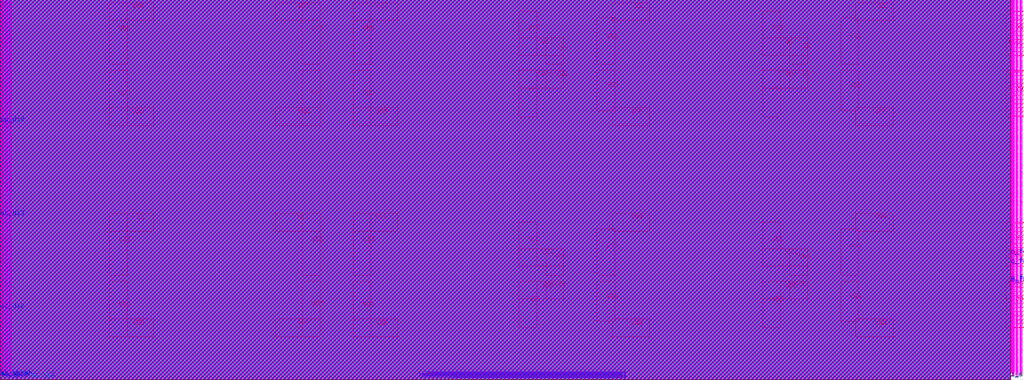
<source format=lef>
##
## LEF for PtnCells ;
## created by Encounter v14.28-s033_1 on Thu Jan  5 13:01:49 2017
##

VERSION 5.8 ;

BUSBITCHARS "[]" ;
DIVIDERCHAR "/" ;

MACRO fe
  CLASS BLOCK ;
  FOREIGN fe 0 0 ;
  ORIGIN 0.0000 0.0000 ;
  SIZE 1704.3000 BY 640.8000 ;
  SYMMETRY X Y R90 ;
  PIN i_data_i[575]
    DIRECTION INPUT ;
    USE SIGNAL ;
    PORT
      LAYER M3 ;
        RECT 716.9850 0.0000 717.0350 0.2200 ;
    END
  END i_data_i[575]
  PIN i_data_i[574]
    DIRECTION INPUT ;
    USE SIGNAL ;
    PORT
      LAYER M3 ;
        RECT 717.1850 0.0000 717.2350 0.2200 ;
    END
  END i_data_i[574]
  PIN i_data_i[573]
    DIRECTION INPUT ;
    USE SIGNAL ;
    PORT
      LAYER M3 ;
        RECT 717.3850 0.0000 717.4350 0.2200 ;
    END
  END i_data_i[573]
  PIN i_data_i[572]
    DIRECTION INPUT ;
    USE SIGNAL ;
    PORT
      LAYER M3 ;
        RECT 717.5850 0.0000 717.6350 0.2200 ;
    END
  END i_data_i[572]
  PIN i_data_i[571]
    DIRECTION INPUT ;
    USE SIGNAL ;
    PORT
      LAYER M3 ;
        RECT 717.7850 0.0000 717.8350 0.2200 ;
    END
  END i_data_i[571]
  PIN i_data_i[570]
    DIRECTION INPUT ;
    USE SIGNAL ;
    PORT
      LAYER M3 ;
        RECT 717.9850 0.0000 718.0350 0.2200 ;
    END
  END i_data_i[570]
  PIN i_data_i[569]
    DIRECTION INPUT ;
    USE SIGNAL ;
    PORT
      LAYER M3 ;
        RECT 718.3850 0.0000 718.4350 0.2200 ;
    END
  END i_data_i[569]
  PIN i_data_i[568]
    DIRECTION INPUT ;
    USE SIGNAL ;
    PORT
      LAYER M3 ;
        RECT 718.5850 0.0000 718.6350 0.2200 ;
    END
  END i_data_i[568]
  PIN i_data_i[567]
    DIRECTION INPUT ;
    USE SIGNAL ;
    PORT
      LAYER M3 ;
        RECT 718.7850 0.0000 718.8350 0.2200 ;
    END
  END i_data_i[567]
  PIN i_data_i[566]
    DIRECTION INPUT ;
    USE SIGNAL ;
    PORT
      LAYER M3 ;
        RECT 718.9850 0.0000 719.0350 0.2200 ;
    END
  END i_data_i[566]
  PIN i_data_i[565]
    DIRECTION INPUT ;
    USE SIGNAL ;
    PORT
      LAYER M3 ;
        RECT 719.1850 0.0000 719.2350 0.2200 ;
    END
  END i_data_i[565]
  PIN i_data_i[564]
    DIRECTION INPUT ;
    USE SIGNAL ;
    PORT
      LAYER M3 ;
        RECT 719.3850 0.0000 719.4350 0.2200 ;
    END
  END i_data_i[564]
  PIN i_data_i[563]
    DIRECTION INPUT ;
    USE SIGNAL ;
    PORT
      LAYER M3 ;
        RECT 719.5850 0.0000 719.6350 0.2200 ;
    END
  END i_data_i[563]
  PIN i_data_i[562]
    DIRECTION INPUT ;
    USE SIGNAL ;
    PORT
      LAYER M3 ;
        RECT 719.7850 0.0000 719.8350 0.2200 ;
    END
  END i_data_i[562]
  PIN i_data_i[561]
    DIRECTION INPUT ;
    USE SIGNAL ;
    PORT
      LAYER M3 ;
        RECT 719.9850 0.0000 720.0350 0.2200 ;
    END
  END i_data_i[561]
  PIN i_data_i[560]
    DIRECTION INPUT ;
    USE SIGNAL ;
    PORT
      LAYER M3 ;
        RECT 720.1850 0.0000 720.2350 0.2200 ;
    END
  END i_data_i[560]
  PIN i_data_i[559]
    DIRECTION INPUT ;
    USE SIGNAL ;
    PORT
      LAYER M3 ;
        RECT 720.5850 0.0000 720.6350 0.2200 ;
    END
  END i_data_i[559]
  PIN i_data_i[558]
    DIRECTION INPUT ;
    USE SIGNAL ;
    PORT
      LAYER M3 ;
        RECT 720.7850 0.0000 720.8350 0.2200 ;
    END
  END i_data_i[558]
  PIN i_data_i[557]
    DIRECTION INPUT ;
    USE SIGNAL ;
    PORT
      LAYER M3 ;
        RECT 720.9850 0.0000 721.0350 0.2200 ;
    END
  END i_data_i[557]
  PIN i_data_i[556]
    DIRECTION INPUT ;
    USE SIGNAL ;
    PORT
      LAYER M3 ;
        RECT 721.1850 0.0000 721.2350 0.2200 ;
    END
  END i_data_i[556]
  PIN i_data_i[555]
    DIRECTION INPUT ;
    USE SIGNAL ;
    PORT
      LAYER M3 ;
        RECT 721.3850 0.0000 721.4350 0.2200 ;
    END
  END i_data_i[555]
  PIN i_data_i[554]
    DIRECTION INPUT ;
    USE SIGNAL ;
    PORT
      LAYER M3 ;
        RECT 721.5850 0.0000 721.6350 0.2200 ;
    END
  END i_data_i[554]
  PIN i_data_i[553]
    DIRECTION INPUT ;
    USE SIGNAL ;
    PORT
      LAYER M3 ;
        RECT 721.7850 0.0000 721.8350 0.2200 ;
    END
  END i_data_i[553]
  PIN i_data_i[552]
    DIRECTION INPUT ;
    USE SIGNAL ;
    PORT
      LAYER M3 ;
        RECT 721.9850 0.0000 722.0350 0.2200 ;
    END
  END i_data_i[552]
  PIN i_data_i[551]
    DIRECTION INPUT ;
    USE SIGNAL ;
    PORT
      LAYER M3 ;
        RECT 722.1850 0.0000 722.2350 0.2200 ;
    END
  END i_data_i[551]
  PIN i_data_i[550]
    DIRECTION INPUT ;
    USE SIGNAL ;
    PORT
      LAYER M3 ;
        RECT 722.3850 0.0000 722.4350 0.2200 ;
    END
  END i_data_i[550]
  PIN i_data_i[549]
    DIRECTION INPUT ;
    USE SIGNAL ;
    PORT
      LAYER M3 ;
        RECT 722.7850 0.0000 722.8350 0.2200 ;
    END
  END i_data_i[549]
  PIN i_data_i[548]
    DIRECTION INPUT ;
    USE SIGNAL ;
    PORT
      LAYER M3 ;
        RECT 722.9850 0.0000 723.0350 0.2200 ;
    END
  END i_data_i[548]
  PIN i_data_i[547]
    DIRECTION INPUT ;
    USE SIGNAL ;
    PORT
      LAYER M3 ;
        RECT 723.1850 0.0000 723.2350 0.2200 ;
    END
  END i_data_i[547]
  PIN i_data_i[546]
    DIRECTION INPUT ;
    USE SIGNAL ;
    PORT
      LAYER M3 ;
        RECT 723.3850 0.0000 723.4350 0.2200 ;
    END
  END i_data_i[546]
  PIN i_data_i[545]
    DIRECTION INPUT ;
    USE SIGNAL ;
    PORT
      LAYER M3 ;
        RECT 723.5850 0.0000 723.6350 0.2200 ;
    END
  END i_data_i[545]
  PIN i_data_i[544]
    DIRECTION INPUT ;
    USE SIGNAL ;
    PORT
      LAYER M3 ;
        RECT 723.7850 0.0000 723.8350 0.2200 ;
    END
  END i_data_i[544]
  PIN i_data_i[543]
    DIRECTION INPUT ;
    USE SIGNAL ;
    PORT
      LAYER M3 ;
        RECT 723.9850 0.0000 724.0350 0.2200 ;
    END
  END i_data_i[543]
  PIN i_data_i[542]
    DIRECTION INPUT ;
    USE SIGNAL ;
    PORT
      LAYER M3 ;
        RECT 724.1850 0.0000 724.2350 0.2200 ;
    END
  END i_data_i[542]
  PIN i_data_i[541]
    DIRECTION INPUT ;
    USE SIGNAL ;
    PORT
      LAYER M3 ;
        RECT 724.3850 0.0000 724.4350 0.2200 ;
    END
  END i_data_i[541]
  PIN i_data_i[540]
    DIRECTION INPUT ;
    USE SIGNAL ;
    PORT
      LAYER M3 ;
        RECT 724.5850 0.0000 724.6350 0.2200 ;
    END
  END i_data_i[540]
  PIN i_data_i[539]
    DIRECTION INPUT ;
    USE SIGNAL ;
    PORT
      LAYER M3 ;
        RECT 724.9850 0.0000 725.0350 0.2200 ;
    END
  END i_data_i[539]
  PIN i_data_i[538]
    DIRECTION INPUT ;
    USE SIGNAL ;
    PORT
      LAYER M3 ;
        RECT 725.1850 0.0000 725.2350 0.2200 ;
    END
  END i_data_i[538]
  PIN i_data_i[537]
    DIRECTION INPUT ;
    USE SIGNAL ;
    PORT
      LAYER M3 ;
        RECT 725.3850 0.0000 725.4350 0.2200 ;
    END
  END i_data_i[537]
  PIN i_data_i[536]
    DIRECTION INPUT ;
    USE SIGNAL ;
    PORT
      LAYER M3 ;
        RECT 725.5850 0.0000 725.6350 0.2200 ;
    END
  END i_data_i[536]
  PIN i_data_i[535]
    DIRECTION INPUT ;
    USE SIGNAL ;
    PORT
      LAYER M3 ;
        RECT 725.7850 0.0000 725.8350 0.2200 ;
    END
  END i_data_i[535]
  PIN i_data_i[534]
    DIRECTION INPUT ;
    USE SIGNAL ;
    PORT
      LAYER M3 ;
        RECT 725.9850 0.0000 726.0350 0.2200 ;
    END
  END i_data_i[534]
  PIN i_data_i[533]
    DIRECTION INPUT ;
    USE SIGNAL ;
    PORT
      LAYER M3 ;
        RECT 726.1850 0.0000 726.2350 0.2200 ;
    END
  END i_data_i[533]
  PIN i_data_i[532]
    DIRECTION INPUT ;
    USE SIGNAL ;
    PORT
      LAYER M3 ;
        RECT 726.3850 0.0000 726.4350 0.2200 ;
    END
  END i_data_i[532]
  PIN i_data_i[531]
    DIRECTION INPUT ;
    USE SIGNAL ;
    PORT
      LAYER M3 ;
        RECT 726.5850 0.0000 726.6350 0.2200 ;
    END
  END i_data_i[531]
  PIN i_data_i[530]
    DIRECTION INPUT ;
    USE SIGNAL ;
    PORT
      LAYER M3 ;
        RECT 726.7850 0.0000 726.8350 0.2200 ;
    END
  END i_data_i[530]
  PIN i_data_i[529]
    DIRECTION INPUT ;
    USE SIGNAL ;
    PORT
      LAYER M3 ;
        RECT 727.1850 0.0000 727.2350 0.2200 ;
    END
  END i_data_i[529]
  PIN i_data_i[528]
    DIRECTION INPUT ;
    USE SIGNAL ;
    PORT
      LAYER M3 ;
        RECT 727.3850 0.0000 727.4350 0.2200 ;
    END
  END i_data_i[528]
  PIN i_data_i[527]
    DIRECTION INPUT ;
    USE SIGNAL ;
    PORT
      LAYER M3 ;
        RECT 727.5850 0.0000 727.6350 0.2200 ;
    END
  END i_data_i[527]
  PIN i_data_i[526]
    DIRECTION INPUT ;
    USE SIGNAL ;
    PORT
      LAYER M3 ;
        RECT 727.7850 0.0000 727.8350 0.2200 ;
    END
  END i_data_i[526]
  PIN i_data_i[525]
    DIRECTION INPUT ;
    USE SIGNAL ;
    PORT
      LAYER M3 ;
        RECT 727.9850 0.0000 728.0350 0.2200 ;
    END
  END i_data_i[525]
  PIN i_data_i[524]
    DIRECTION INPUT ;
    USE SIGNAL ;
    PORT
      LAYER M3 ;
        RECT 728.1850 0.0000 728.2350 0.2200 ;
    END
  END i_data_i[524]
  PIN i_data_i[523]
    DIRECTION INPUT ;
    USE SIGNAL ;
    PORT
      LAYER M3 ;
        RECT 732.0850 0.0000 732.1350 0.2200 ;
    END
  END i_data_i[523]
  PIN i_data_i[522]
    DIRECTION INPUT ;
    USE SIGNAL ;
    PORT
      LAYER M3 ;
        RECT 732.2850 0.0000 732.3350 0.2200 ;
    END
  END i_data_i[522]
  PIN i_data_i[521]
    DIRECTION INPUT ;
    USE SIGNAL ;
    PORT
      LAYER M3 ;
        RECT 732.4850 0.0000 732.5350 0.2200 ;
    END
  END i_data_i[521]
  PIN i_data_i[520]
    DIRECTION INPUT ;
    USE SIGNAL ;
    PORT
      LAYER M3 ;
        RECT 732.6850 0.0000 732.7350 0.2200 ;
    END
  END i_data_i[520]
  PIN i_data_i[519]
    DIRECTION INPUT ;
    USE SIGNAL ;
    PORT
      LAYER M3 ;
        RECT 733.0850 0.0000 733.1350 0.2200 ;
    END
  END i_data_i[519]
  PIN i_data_i[518]
    DIRECTION INPUT ;
    USE SIGNAL ;
    PORT
      LAYER M3 ;
        RECT 733.2850 0.0000 733.3350 0.2200 ;
    END
  END i_data_i[518]
  PIN i_data_i[517]
    DIRECTION INPUT ;
    USE SIGNAL ;
    PORT
      LAYER M3 ;
        RECT 733.4850 0.0000 733.5350 0.2200 ;
    END
  END i_data_i[517]
  PIN i_data_i[516]
    DIRECTION INPUT ;
    USE SIGNAL ;
    PORT
      LAYER M3 ;
        RECT 733.6850 0.0000 733.7350 0.2200 ;
    END
  END i_data_i[516]
  PIN i_data_i[515]
    DIRECTION INPUT ;
    USE SIGNAL ;
    PORT
      LAYER M3 ;
        RECT 733.8850 0.0000 733.9350 0.2200 ;
    END
  END i_data_i[515]
  PIN i_data_i[514]
    DIRECTION INPUT ;
    USE SIGNAL ;
    PORT
      LAYER M3 ;
        RECT 734.0850 0.0000 734.1350 0.2200 ;
    END
  END i_data_i[514]
  PIN i_data_i[513]
    DIRECTION INPUT ;
    USE SIGNAL ;
    PORT
      LAYER M3 ;
        RECT 734.2850 0.0000 734.3350 0.2200 ;
    END
  END i_data_i[513]
  PIN i_data_i[512]
    DIRECTION INPUT ;
    USE SIGNAL ;
    PORT
      LAYER M3 ;
        RECT 734.4850 0.0000 734.5350 0.2200 ;
    END
  END i_data_i[512]
  PIN i_data_i[511]
    DIRECTION INPUT ;
    USE SIGNAL ;
    PORT
      LAYER M3 ;
        RECT 734.6850 0.0000 734.7350 0.2200 ;
    END
  END i_data_i[511]
  PIN i_data_i[510]
    DIRECTION INPUT ;
    USE SIGNAL ;
    PORT
      LAYER M3 ;
        RECT 734.8850 0.0000 734.9350 0.2200 ;
    END
  END i_data_i[510]
  PIN i_data_i[509]
    DIRECTION INPUT ;
    USE SIGNAL ;
    PORT
      LAYER M3 ;
        RECT 735.2850 0.0000 735.3350 0.2200 ;
    END
  END i_data_i[509]
  PIN i_data_i[508]
    DIRECTION INPUT ;
    USE SIGNAL ;
    PORT
      LAYER M3 ;
        RECT 735.4850 0.0000 735.5350 0.2200 ;
    END
  END i_data_i[508]
  PIN i_data_i[507]
    DIRECTION INPUT ;
    USE SIGNAL ;
    PORT
      LAYER M3 ;
        RECT 735.6850 0.0000 735.7350 0.2200 ;
    END
  END i_data_i[507]
  PIN i_data_i[506]
    DIRECTION INPUT ;
    USE SIGNAL ;
    PORT
      LAYER M3 ;
        RECT 735.8850 0.0000 735.9350 0.2200 ;
    END
  END i_data_i[506]
  PIN i_data_i[505]
    DIRECTION INPUT ;
    USE SIGNAL ;
    PORT
      LAYER M3 ;
        RECT 736.0850 0.0000 736.1350 0.2200 ;
    END
  END i_data_i[505]
  PIN i_data_i[504]
    DIRECTION INPUT ;
    USE SIGNAL ;
    PORT
      LAYER M3 ;
        RECT 736.2850 0.0000 736.3350 0.2200 ;
    END
  END i_data_i[504]
  PIN i_data_i[503]
    DIRECTION INPUT ;
    USE SIGNAL ;
    PORT
      LAYER M3 ;
        RECT 736.4850 0.0000 736.5350 0.2200 ;
    END
  END i_data_i[503]
  PIN i_data_i[502]
    DIRECTION INPUT ;
    USE SIGNAL ;
    PORT
      LAYER M3 ;
        RECT 736.6850 0.0000 736.7350 0.2200 ;
    END
  END i_data_i[502]
  PIN i_data_i[501]
    DIRECTION INPUT ;
    USE SIGNAL ;
    PORT
      LAYER M3 ;
        RECT 736.8850 0.0000 736.9350 0.2200 ;
    END
  END i_data_i[501]
  PIN i_data_i[500]
    DIRECTION INPUT ;
    USE SIGNAL ;
    PORT
      LAYER M3 ;
        RECT 737.0850 0.0000 737.1350 0.2200 ;
    END
  END i_data_i[500]
  PIN i_data_i[499]
    DIRECTION INPUT ;
    USE SIGNAL ;
    PORT
      LAYER M3 ;
        RECT 737.6850 0.0000 737.7350 0.2200 ;
    END
  END i_data_i[499]
  PIN i_data_i[498]
    DIRECTION INPUT ;
    USE SIGNAL ;
    PORT
      LAYER M3 ;
        RECT 737.8850 0.0000 737.9350 0.2200 ;
    END
  END i_data_i[498]
  PIN i_data_i[497]
    DIRECTION INPUT ;
    USE SIGNAL ;
    PORT
      LAYER M3 ;
        RECT 738.0850 0.0000 738.1350 0.2200 ;
    END
  END i_data_i[497]
  PIN i_data_i[496]
    DIRECTION INPUT ;
    USE SIGNAL ;
    PORT
      LAYER M3 ;
        RECT 738.2850 0.0000 738.3350 0.2200 ;
    END
  END i_data_i[496]
  PIN i_data_i[495]
    DIRECTION INPUT ;
    USE SIGNAL ;
    PORT
      LAYER M3 ;
        RECT 738.4850 0.0000 738.5350 0.2200 ;
    END
  END i_data_i[495]
  PIN i_data_i[494]
    DIRECTION INPUT ;
    USE SIGNAL ;
    PORT
      LAYER M3 ;
        RECT 738.6850 0.0000 738.7350 0.2200 ;
    END
  END i_data_i[494]
  PIN i_data_i[493]
    DIRECTION INPUT ;
    USE SIGNAL ;
    PORT
      LAYER M3 ;
        RECT 738.8850 0.0000 738.9350 0.2200 ;
    END
  END i_data_i[493]
  PIN i_data_i[492]
    DIRECTION INPUT ;
    USE SIGNAL ;
    PORT
      LAYER M3 ;
        RECT 739.0850 0.0000 739.1350 0.2200 ;
    END
  END i_data_i[492]
  PIN i_data_i[491]
    DIRECTION INPUT ;
    USE SIGNAL ;
    PORT
      LAYER M3 ;
        RECT 739.2850 0.0000 739.3350 0.2200 ;
    END
  END i_data_i[491]
  PIN i_data_i[490]
    DIRECTION INPUT ;
    USE SIGNAL ;
    PORT
      LAYER M3 ;
        RECT 739.4850 0.0000 739.5350 0.2200 ;
    END
  END i_data_i[490]
  PIN i_data_i[489]
    DIRECTION INPUT ;
    USE SIGNAL ;
    PORT
      LAYER M3 ;
        RECT 739.8850 0.0000 739.9350 0.2200 ;
    END
  END i_data_i[489]
  PIN i_data_i[488]
    DIRECTION INPUT ;
    USE SIGNAL ;
    PORT
      LAYER M3 ;
        RECT 740.0850 0.0000 740.1350 0.2200 ;
    END
  END i_data_i[488]
  PIN i_data_i[487]
    DIRECTION INPUT ;
    USE SIGNAL ;
    PORT
      LAYER M3 ;
        RECT 740.2850 0.0000 740.3350 0.2200 ;
    END
  END i_data_i[487]
  PIN i_data_i[486]
    DIRECTION INPUT ;
    USE SIGNAL ;
    PORT
      LAYER M3 ;
        RECT 740.4850 0.0000 740.5350 0.2200 ;
    END
  END i_data_i[486]
  PIN i_data_i[485]
    DIRECTION INPUT ;
    USE SIGNAL ;
    PORT
      LAYER M3 ;
        RECT 740.6850 0.0000 740.7350 0.2200 ;
    END
  END i_data_i[485]
  PIN i_data_i[484]
    DIRECTION INPUT ;
    USE SIGNAL ;
    PORT
      LAYER M3 ;
        RECT 740.8850 0.0000 740.9350 0.2200 ;
    END
  END i_data_i[484]
  PIN i_data_i[483]
    DIRECTION INPUT ;
    USE SIGNAL ;
    PORT
      LAYER M3 ;
        RECT 741.0850 0.0000 741.1350 0.2200 ;
    END
  END i_data_i[483]
  PIN i_data_i[482]
    DIRECTION INPUT ;
    USE SIGNAL ;
    PORT
      LAYER M3 ;
        RECT 741.2850 0.0000 741.3350 0.2200 ;
    END
  END i_data_i[482]
  PIN i_data_i[481]
    DIRECTION INPUT ;
    USE SIGNAL ;
    PORT
      LAYER M3 ;
        RECT 741.4850 0.0000 741.5350 0.2200 ;
    END
  END i_data_i[481]
  PIN i_data_i[480]
    DIRECTION INPUT ;
    USE SIGNAL ;
    PORT
      LAYER M3 ;
        RECT 741.6850 0.0000 741.7350 0.2200 ;
    END
  END i_data_i[480]
  PIN i_data_i[479]
    DIRECTION INPUT ;
    USE SIGNAL ;
    PORT
      LAYER M3 ;
        RECT 742.0850 0.0000 742.1350 0.2200 ;
    END
  END i_data_i[479]
  PIN i_data_i[478]
    DIRECTION INPUT ;
    USE SIGNAL ;
    PORT
      LAYER M3 ;
        RECT 742.2850 0.0000 742.3350 0.2200 ;
    END
  END i_data_i[478]
  PIN i_data_i[477]
    DIRECTION INPUT ;
    USE SIGNAL ;
    PORT
      LAYER M3 ;
        RECT 742.4850 0.0000 742.5350 0.2200 ;
    END
  END i_data_i[477]
  PIN i_data_i[476]
    DIRECTION INPUT ;
    USE SIGNAL ;
    PORT
      LAYER M3 ;
        RECT 742.6850 0.0000 742.7350 0.2200 ;
    END
  END i_data_i[476]
  PIN i_data_i[475]
    DIRECTION INPUT ;
    USE SIGNAL ;
    PORT
      LAYER M3 ;
        RECT 742.8850 0.0000 742.9350 0.2200 ;
    END
  END i_data_i[475]
  PIN i_data_i[474]
    DIRECTION INPUT ;
    USE SIGNAL ;
    PORT
      LAYER M3 ;
        RECT 743.0850 0.0000 743.1350 0.2200 ;
    END
  END i_data_i[474]
  PIN i_data_i[473]
    DIRECTION INPUT ;
    USE SIGNAL ;
    PORT
      LAYER M3 ;
        RECT 743.2850 0.0000 743.3350 0.2200 ;
    END
  END i_data_i[473]
  PIN i_data_i[472]
    DIRECTION INPUT ;
    USE SIGNAL ;
    PORT
      LAYER M3 ;
        RECT 743.4850 0.0000 743.5350 0.2200 ;
    END
  END i_data_i[472]
  PIN i_data_i[471]
    DIRECTION INPUT ;
    USE SIGNAL ;
    PORT
      LAYER M3 ;
        RECT 743.6850 0.0000 743.7350 0.2200 ;
    END
  END i_data_i[471]
  PIN i_data_i[470]
    DIRECTION INPUT ;
    USE SIGNAL ;
    PORT
      LAYER M3 ;
        RECT 743.8850 0.0000 743.9350 0.2200 ;
    END
  END i_data_i[470]
  PIN i_data_i[469]
    DIRECTION INPUT ;
    USE SIGNAL ;
    PORT
      LAYER M3 ;
        RECT 744.2850 0.0000 744.3350 0.2200 ;
    END
  END i_data_i[469]
  PIN i_data_i[468]
    DIRECTION INPUT ;
    USE SIGNAL ;
    PORT
      LAYER M3 ;
        RECT 744.4850 0.0000 744.5350 0.2200 ;
    END
  END i_data_i[468]
  PIN i_data_i[467]
    DIRECTION INPUT ;
    USE SIGNAL ;
    PORT
      LAYER M3 ;
        RECT 744.6850 0.0000 744.7350 0.2200 ;
    END
  END i_data_i[467]
  PIN i_data_i[466]
    DIRECTION INPUT ;
    USE SIGNAL ;
    PORT
      LAYER M3 ;
        RECT 744.8850 0.0000 744.9350 0.2200 ;
    END
  END i_data_i[466]
  PIN i_data_i[465]
    DIRECTION INPUT ;
    USE SIGNAL ;
    PORT
      LAYER M3 ;
        RECT 745.0850 0.0000 745.1350 0.2200 ;
    END
  END i_data_i[465]
  PIN i_data_i[464]
    DIRECTION INPUT ;
    USE SIGNAL ;
    PORT
      LAYER M3 ;
        RECT 745.2850 0.0000 745.3350 0.2200 ;
    END
  END i_data_i[464]
  PIN i_data_i[463]
    DIRECTION INPUT ;
    USE SIGNAL ;
    PORT
      LAYER M3 ;
        RECT 745.4850 0.0000 745.5350 0.2200 ;
    END
  END i_data_i[463]
  PIN i_data_i[462]
    DIRECTION INPUT ;
    USE SIGNAL ;
    PORT
      LAYER M3 ;
        RECT 745.6850 0.0000 745.7350 0.2200 ;
    END
  END i_data_i[462]
  PIN i_data_i[461]
    DIRECTION INPUT ;
    USE SIGNAL ;
    PORT
      LAYER M3 ;
        RECT 745.8850 0.0000 745.9350 0.2200 ;
    END
  END i_data_i[461]
  PIN i_data_i[460]
    DIRECTION INPUT ;
    USE SIGNAL ;
    PORT
      LAYER M3 ;
        RECT 746.0850 0.0000 746.1350 0.2200 ;
    END
  END i_data_i[460]
  PIN i_data_i[459]
    DIRECTION INPUT ;
    USE SIGNAL ;
    PORT
      LAYER M3 ;
        RECT 746.4850 0.0000 746.5350 0.2200 ;
    END
  END i_data_i[459]
  PIN i_data_i[458]
    DIRECTION INPUT ;
    USE SIGNAL ;
    PORT
      LAYER M3 ;
        RECT 746.6850 0.0000 746.7350 0.2200 ;
    END
  END i_data_i[458]
  PIN i_data_i[457]
    DIRECTION INPUT ;
    USE SIGNAL ;
    PORT
      LAYER M3 ;
        RECT 746.8850 0.0000 746.9350 0.2200 ;
    END
  END i_data_i[457]
  PIN i_data_i[456]
    DIRECTION INPUT ;
    USE SIGNAL ;
    PORT
      LAYER M3 ;
        RECT 747.0850 0.0000 747.1350 0.2200 ;
    END
  END i_data_i[456]
  PIN i_data_i[455]
    DIRECTION INPUT ;
    USE SIGNAL ;
    PORT
      LAYER M3 ;
        RECT 747.2850 0.0000 747.3350 0.2200 ;
    END
  END i_data_i[455]
  PIN i_data_i[454]
    DIRECTION INPUT ;
    USE SIGNAL ;
    PORT
      LAYER M3 ;
        RECT 747.4850 0.0000 747.5350 0.2200 ;
    END
  END i_data_i[454]
  PIN i_data_i[453]
    DIRECTION INPUT ;
    USE SIGNAL ;
    PORT
      LAYER M3 ;
        RECT 747.6850 0.0000 747.7350 0.2200 ;
    END
  END i_data_i[453]
  PIN i_data_i[452]
    DIRECTION INPUT ;
    USE SIGNAL ;
    PORT
      LAYER M3 ;
        RECT 747.8850 0.0000 747.9350 0.2200 ;
    END
  END i_data_i[452]
  PIN i_data_i[451]
    DIRECTION INPUT ;
    USE SIGNAL ;
    PORT
      LAYER M3 ;
        RECT 748.0850 0.0000 748.1350 0.2200 ;
    END
  END i_data_i[451]
  PIN i_data_i[450]
    DIRECTION INPUT ;
    USE SIGNAL ;
    PORT
      LAYER M3 ;
        RECT 748.2850 0.0000 748.3350 0.2200 ;
    END
  END i_data_i[450]
  PIN i_data_i[449]
    DIRECTION INPUT ;
    USE SIGNAL ;
    PORT
      LAYER M3 ;
        RECT 748.6850 0.0000 748.7350 0.2200 ;
    END
  END i_data_i[449]
  PIN i_data_i[448]
    DIRECTION INPUT ;
    USE SIGNAL ;
    PORT
      LAYER M3 ;
        RECT 748.8850 0.0000 748.9350 0.2200 ;
    END
  END i_data_i[448]
  PIN i_data_i[447]
    DIRECTION INPUT ;
    USE SIGNAL ;
    PORT
      LAYER M3 ;
        RECT 749.0850 0.0000 749.1350 0.2200 ;
    END
  END i_data_i[447]
  PIN i_data_i[446]
    DIRECTION INPUT ;
    USE SIGNAL ;
    PORT
      LAYER M3 ;
        RECT 749.2850 0.0000 749.3350 0.2200 ;
    END
  END i_data_i[446]
  PIN i_data_i[445]
    DIRECTION INPUT ;
    USE SIGNAL ;
    PORT
      LAYER M3 ;
        RECT 749.4850 0.0000 749.5350 0.2200 ;
    END
  END i_data_i[445]
  PIN i_data_i[444]
    DIRECTION INPUT ;
    USE SIGNAL ;
    PORT
      LAYER M3 ;
        RECT 749.6850 0.0000 749.7350 0.2200 ;
    END
  END i_data_i[444]
  PIN i_data_i[443]
    DIRECTION INPUT ;
    USE SIGNAL ;
    PORT
      LAYER M3 ;
        RECT 749.8850 0.0000 749.9350 0.2200 ;
    END
  END i_data_i[443]
  PIN i_data_i[442]
    DIRECTION INPUT ;
    USE SIGNAL ;
    PORT
      LAYER M3 ;
        RECT 750.0850 0.0000 750.1350 0.2200 ;
    END
  END i_data_i[442]
  PIN i_data_i[441]
    DIRECTION INPUT ;
    USE SIGNAL ;
    PORT
      LAYER M3 ;
        RECT 750.2850 0.0000 750.3350 0.2200 ;
    END
  END i_data_i[441]
  PIN i_data_i[440]
    DIRECTION INPUT ;
    USE SIGNAL ;
    PORT
      LAYER M3 ;
        RECT 750.4850 0.0000 750.5350 0.2200 ;
    END
  END i_data_i[440]
  PIN i_data_i[439]
    DIRECTION INPUT ;
    USE SIGNAL ;
    PORT
      LAYER M3 ;
        RECT 750.8850 0.0000 750.9350 0.2200 ;
    END
  END i_data_i[439]
  PIN i_data_i[438]
    DIRECTION INPUT ;
    USE SIGNAL ;
    PORT
      LAYER M3 ;
        RECT 751.0850 0.0000 751.1350 0.2200 ;
    END
  END i_data_i[438]
  PIN i_data_i[437]
    DIRECTION INPUT ;
    USE SIGNAL ;
    PORT
      LAYER M3 ;
        RECT 751.2850 0.0000 751.3350 0.2200 ;
    END
  END i_data_i[437]
  PIN i_data_i[436]
    DIRECTION INPUT ;
    USE SIGNAL ;
    PORT
      LAYER M3 ;
        RECT 751.4850 0.0000 751.5350 0.2200 ;
    END
  END i_data_i[436]
  PIN i_data_i[435]
    DIRECTION INPUT ;
    USE SIGNAL ;
    PORT
      LAYER M3 ;
        RECT 751.6850 0.0000 751.7350 0.2200 ;
    END
  END i_data_i[435]
  PIN i_data_i[434]
    DIRECTION INPUT ;
    USE SIGNAL ;
    PORT
      LAYER M3 ;
        RECT 751.8850 0.0000 751.9350 0.2200 ;
    END
  END i_data_i[434]
  PIN i_data_i[433]
    DIRECTION INPUT ;
    USE SIGNAL ;
    PORT
      LAYER M3 ;
        RECT 752.0850 0.0000 752.1350 0.2200 ;
    END
  END i_data_i[433]
  PIN i_data_i[432]
    DIRECTION INPUT ;
    USE SIGNAL ;
    PORT
      LAYER M3 ;
        RECT 752.2850 0.0000 752.3350 0.2200 ;
    END
  END i_data_i[432]
  PIN i_data_i[431]
    DIRECTION INPUT ;
    USE SIGNAL ;
    PORT
      LAYER M3 ;
        RECT 752.4850 0.0000 752.5350 0.2200 ;
    END
  END i_data_i[431]
  PIN i_data_i[430]
    DIRECTION INPUT ;
    USE SIGNAL ;
    PORT
      LAYER M3 ;
        RECT 756.2850 0.0000 756.3350 0.2200 ;
    END
  END i_data_i[430]
  PIN i_data_i[429]
    DIRECTION INPUT ;
    USE SIGNAL ;
    PORT
      LAYER M3 ;
        RECT 756.6850 0.0000 756.7350 0.2200 ;
    END
  END i_data_i[429]
  PIN i_data_i[428]
    DIRECTION INPUT ;
    USE SIGNAL ;
    PORT
      LAYER M3 ;
        RECT 756.8850 0.0000 756.9350 0.2200 ;
    END
  END i_data_i[428]
  PIN i_data_i[427]
    DIRECTION INPUT ;
    USE SIGNAL ;
    PORT
      LAYER M3 ;
        RECT 757.0850 0.0000 757.1350 0.2200 ;
    END
  END i_data_i[427]
  PIN i_data_i[426]
    DIRECTION INPUT ;
    USE SIGNAL ;
    PORT
      LAYER M3 ;
        RECT 757.2850 0.0000 757.3350 0.2200 ;
    END
  END i_data_i[426]
  PIN i_data_i[425]
    DIRECTION INPUT ;
    USE SIGNAL ;
    PORT
      LAYER M3 ;
        RECT 757.4850 0.0000 757.5350 0.2200 ;
    END
  END i_data_i[425]
  PIN i_data_i[424]
    DIRECTION INPUT ;
    USE SIGNAL ;
    PORT
      LAYER M3 ;
        RECT 757.6850 0.0000 757.7350 0.2200 ;
    END
  END i_data_i[424]
  PIN i_data_i[423]
    DIRECTION INPUT ;
    USE SIGNAL ;
    PORT
      LAYER M3 ;
        RECT 757.8850 0.0000 757.9350 0.2200 ;
    END
  END i_data_i[423]
  PIN i_data_i[422]
    DIRECTION INPUT ;
    USE SIGNAL ;
    PORT
      LAYER M3 ;
        RECT 758.0850 0.0000 758.1350 0.2200 ;
    END
  END i_data_i[422]
  PIN i_data_i[421]
    DIRECTION INPUT ;
    USE SIGNAL ;
    PORT
      LAYER M3 ;
        RECT 758.2850 0.0000 758.3350 0.2200 ;
    END
  END i_data_i[421]
  PIN i_data_i[420]
    DIRECTION INPUT ;
    USE SIGNAL ;
    PORT
      LAYER M3 ;
        RECT 758.4850 0.0000 758.5350 0.2200 ;
    END
  END i_data_i[420]
  PIN i_data_i[419]
    DIRECTION INPUT ;
    USE SIGNAL ;
    PORT
      LAYER M3 ;
        RECT 758.8850 0.0000 758.9350 0.2200 ;
    END
  END i_data_i[419]
  PIN i_data_i[418]
    DIRECTION INPUT ;
    USE SIGNAL ;
    PORT
      LAYER M3 ;
        RECT 759.0850 0.0000 759.1350 0.2200 ;
    END
  END i_data_i[418]
  PIN i_data_i[417]
    DIRECTION INPUT ;
    USE SIGNAL ;
    PORT
      LAYER M3 ;
        RECT 759.2850 0.0000 759.3350 0.2200 ;
    END
  END i_data_i[417]
  PIN i_data_i[416]
    DIRECTION INPUT ;
    USE SIGNAL ;
    PORT
      LAYER M3 ;
        RECT 759.4850 0.0000 759.5350 0.2200 ;
    END
  END i_data_i[416]
  PIN i_data_i[415]
    DIRECTION INPUT ;
    USE SIGNAL ;
    PORT
      LAYER M3 ;
        RECT 759.6850 0.0000 759.7350 0.2200 ;
    END
  END i_data_i[415]
  PIN i_data_i[414]
    DIRECTION INPUT ;
    USE SIGNAL ;
    PORT
      LAYER M3 ;
        RECT 759.8850 0.0000 759.9350 0.2200 ;
    END
  END i_data_i[414]
  PIN i_data_i[413]
    DIRECTION INPUT ;
    USE SIGNAL ;
    PORT
      LAYER M3 ;
        RECT 760.0850 0.0000 760.1350 0.2200 ;
    END
  END i_data_i[413]
  PIN i_data_i[412]
    DIRECTION INPUT ;
    USE SIGNAL ;
    PORT
      LAYER M3 ;
        RECT 760.2850 0.0000 760.3350 0.2200 ;
    END
  END i_data_i[412]
  PIN i_data_i[411]
    DIRECTION INPUT ;
    USE SIGNAL ;
    PORT
      LAYER M3 ;
        RECT 760.4850 0.0000 760.5350 0.2200 ;
    END
  END i_data_i[411]
  PIN i_data_i[410]
    DIRECTION INPUT ;
    USE SIGNAL ;
    PORT
      LAYER M3 ;
        RECT 760.6850 0.0000 760.7350 0.2200 ;
    END
  END i_data_i[410]
  PIN i_data_i[409]
    DIRECTION INPUT ;
    USE SIGNAL ;
    PORT
      LAYER M3 ;
        RECT 761.0850 0.0000 761.1350 0.2200 ;
    END
  END i_data_i[409]
  PIN i_data_i[408]
    DIRECTION INPUT ;
    USE SIGNAL ;
    PORT
      LAYER M3 ;
        RECT 761.2850 0.0000 761.3350 0.2200 ;
    END
  END i_data_i[408]
  PIN i_data_i[407]
    DIRECTION INPUT ;
    USE SIGNAL ;
    PORT
      LAYER M3 ;
        RECT 761.4850 0.0000 761.5350 0.2200 ;
    END
  END i_data_i[407]
  PIN i_data_i[406]
    DIRECTION INPUT ;
    USE SIGNAL ;
    PORT
      LAYER M3 ;
        RECT 761.6850 0.0000 761.7350 0.2200 ;
    END
  END i_data_i[406]
  PIN i_data_i[405]
    DIRECTION INPUT ;
    USE SIGNAL ;
    PORT
      LAYER M3 ;
        RECT 761.8850 0.0000 761.9350 0.2200 ;
    END
  END i_data_i[405]
  PIN i_data_i[404]
    DIRECTION INPUT ;
    USE SIGNAL ;
    PORT
      LAYER M3 ;
        RECT 762.0850 0.0000 762.1350 0.2200 ;
    END
  END i_data_i[404]
  PIN i_data_i[403]
    DIRECTION INPUT ;
    USE SIGNAL ;
    PORT
      LAYER M3 ;
        RECT 762.2850 0.0000 762.3350 0.2200 ;
    END
  END i_data_i[403]
  PIN i_data_i[402]
    DIRECTION INPUT ;
    USE SIGNAL ;
    PORT
      LAYER M3 ;
        RECT 762.4850 0.0000 762.5350 0.2200 ;
    END
  END i_data_i[402]
  PIN i_data_i[401]
    DIRECTION INPUT ;
    USE SIGNAL ;
    PORT
      LAYER M3 ;
        RECT 762.6850 0.0000 762.7350 0.2200 ;
    END
  END i_data_i[401]
  PIN i_data_i[400]
    DIRECTION INPUT ;
    USE SIGNAL ;
    PORT
      LAYER M3 ;
        RECT 762.8850 0.0000 762.9350 0.2200 ;
    END
  END i_data_i[400]
  PIN i_data_i[399]
    DIRECTION INPUT ;
    USE SIGNAL ;
    PORT
      LAYER M3 ;
        RECT 763.4850 0.0000 763.5350 0.2200 ;
    END
  END i_data_i[399]
  PIN i_data_i[398]
    DIRECTION INPUT ;
    USE SIGNAL ;
    PORT
      LAYER M3 ;
        RECT 763.6850 0.0000 763.7350 0.2200 ;
    END
  END i_data_i[398]
  PIN i_data_i[397]
    DIRECTION INPUT ;
    USE SIGNAL ;
    PORT
      LAYER M3 ;
        RECT 763.8850 0.0000 763.9350 0.2200 ;
    END
  END i_data_i[397]
  PIN i_data_i[396]
    DIRECTION INPUT ;
    USE SIGNAL ;
    PORT
      LAYER M3 ;
        RECT 764.0850 0.0000 764.1350 0.2200 ;
    END
  END i_data_i[396]
  PIN i_data_i[395]
    DIRECTION INPUT ;
    USE SIGNAL ;
    PORT
      LAYER M3 ;
        RECT 764.2850 0.0000 764.3350 0.2200 ;
    END
  END i_data_i[395]
  PIN i_data_i[394]
    DIRECTION INPUT ;
    USE SIGNAL ;
    PORT
      LAYER M3 ;
        RECT 764.4850 0.0000 764.5350 0.2200 ;
    END
  END i_data_i[394]
  PIN i_data_i[393]
    DIRECTION INPUT ;
    USE SIGNAL ;
    PORT
      LAYER M3 ;
        RECT 764.6850 0.0000 764.7350 0.2200 ;
    END
  END i_data_i[393]
  PIN i_data_i[392]
    DIRECTION INPUT ;
    USE SIGNAL ;
    PORT
      LAYER M3 ;
        RECT 764.8850 0.0000 764.9350 0.2200 ;
    END
  END i_data_i[392]
  PIN i_data_i[391]
    DIRECTION INPUT ;
    USE SIGNAL ;
    PORT
      LAYER M3 ;
        RECT 765.0850 0.0000 765.1350 0.2200 ;
    END
  END i_data_i[391]
  PIN i_data_i[390]
    DIRECTION INPUT ;
    USE SIGNAL ;
    PORT
      LAYER M3 ;
        RECT 765.2850 0.0000 765.3350 0.2200 ;
    END
  END i_data_i[390]
  PIN i_data_i[389]
    DIRECTION INPUT ;
    USE SIGNAL ;
    PORT
      LAYER M3 ;
        RECT 765.6850 0.0000 765.7350 0.2200 ;
    END
  END i_data_i[389]
  PIN i_data_i[388]
    DIRECTION INPUT ;
    USE SIGNAL ;
    PORT
      LAYER M3 ;
        RECT 765.8850 0.0000 765.9350 0.2200 ;
    END
  END i_data_i[388]
  PIN i_data_i[387]
    DIRECTION INPUT ;
    USE SIGNAL ;
    PORT
      LAYER M3 ;
        RECT 766.0850 0.0000 766.1350 0.2200 ;
    END
  END i_data_i[387]
  PIN i_data_i[386]
    DIRECTION INPUT ;
    USE SIGNAL ;
    PORT
      LAYER M3 ;
        RECT 766.2850 0.0000 766.3350 0.2200 ;
    END
  END i_data_i[386]
  PIN i_data_i[385]
    DIRECTION INPUT ;
    USE SIGNAL ;
    PORT
      LAYER M3 ;
        RECT 766.4850 0.0000 766.5350 0.2200 ;
    END
  END i_data_i[385]
  PIN i_data_i[384]
    DIRECTION INPUT ;
    USE SIGNAL ;
    PORT
      LAYER M3 ;
        RECT 766.6850 0.0000 766.7350 0.2200 ;
    END
  END i_data_i[384]
  PIN i_data_i[383]
    DIRECTION INPUT ;
    USE SIGNAL ;
    PORT
      LAYER M3 ;
        RECT 766.8850 0.0000 766.9350 0.2200 ;
    END
  END i_data_i[383]
  PIN i_data_i[382]
    DIRECTION INPUT ;
    USE SIGNAL ;
    PORT
      LAYER M3 ;
        RECT 767.0850 0.0000 767.1350 0.2200 ;
    END
  END i_data_i[382]
  PIN i_data_i[381]
    DIRECTION INPUT ;
    USE SIGNAL ;
    PORT
      LAYER M3 ;
        RECT 767.2850 0.0000 767.3350 0.2200 ;
    END
  END i_data_i[381]
  PIN i_data_i[380]
    DIRECTION INPUT ;
    USE SIGNAL ;
    PORT
      LAYER M3 ;
        RECT 767.4850 0.0000 767.5350 0.2200 ;
    END
  END i_data_i[380]
  PIN i_data_i[379]
    DIRECTION INPUT ;
    USE SIGNAL ;
    PORT
      LAYER M3 ;
        RECT 767.8850 0.0000 767.9350 0.2200 ;
    END
  END i_data_i[379]
  PIN i_data_i[378]
    DIRECTION INPUT ;
    USE SIGNAL ;
    PORT
      LAYER M3 ;
        RECT 768.0850 0.0000 768.1350 0.2200 ;
    END
  END i_data_i[378]
  PIN i_data_i[377]
    DIRECTION INPUT ;
    USE SIGNAL ;
    PORT
      LAYER M3 ;
        RECT 768.2850 0.0000 768.3350 0.2200 ;
    END
  END i_data_i[377]
  PIN i_data_i[376]
    DIRECTION INPUT ;
    USE SIGNAL ;
    PORT
      LAYER M3 ;
        RECT 768.4850 0.0000 768.5350 0.2200 ;
    END
  END i_data_i[376]
  PIN i_data_i[375]
    DIRECTION INPUT ;
    USE SIGNAL ;
    PORT
      LAYER M3 ;
        RECT 768.6850 0.0000 768.7350 0.2200 ;
    END
  END i_data_i[375]
  PIN i_data_i[374]
    DIRECTION INPUT ;
    USE SIGNAL ;
    PORT
      LAYER M3 ;
        RECT 768.8850 0.0000 768.9350 0.2200 ;
    END
  END i_data_i[374]
  PIN i_data_i[373]
    DIRECTION INPUT ;
    USE SIGNAL ;
    PORT
      LAYER M3 ;
        RECT 769.0850 0.0000 769.1350 0.2200 ;
    END
  END i_data_i[373]
  PIN i_data_i[372]
    DIRECTION INPUT ;
    USE SIGNAL ;
    PORT
      LAYER M3 ;
        RECT 769.2850 0.0000 769.3350 0.2200 ;
    END
  END i_data_i[372]
  PIN i_data_i[371]
    DIRECTION INPUT ;
    USE SIGNAL ;
    PORT
      LAYER M3 ;
        RECT 769.4850 0.0000 769.5350 0.2200 ;
    END
  END i_data_i[371]
  PIN i_data_i[370]
    DIRECTION INPUT ;
    USE SIGNAL ;
    PORT
      LAYER M3 ;
        RECT 769.6850 0.0000 769.7350 0.2200 ;
    END
  END i_data_i[370]
  PIN i_data_i[369]
    DIRECTION INPUT ;
    USE SIGNAL ;
    PORT
      LAYER M3 ;
        RECT 770.0850 0.0000 770.1350 0.2200 ;
    END
  END i_data_i[369]
  PIN i_data_i[368]
    DIRECTION INPUT ;
    USE SIGNAL ;
    PORT
      LAYER M3 ;
        RECT 770.2850 0.0000 770.3350 0.2200 ;
    END
  END i_data_i[368]
  PIN i_data_i[367]
    DIRECTION INPUT ;
    USE SIGNAL ;
    PORT
      LAYER M3 ;
        RECT 770.4850 0.0000 770.5350 0.2200 ;
    END
  END i_data_i[367]
  PIN i_data_i[366]
    DIRECTION INPUT ;
    USE SIGNAL ;
    PORT
      LAYER M3 ;
        RECT 770.6850 0.0000 770.7350 0.2200 ;
    END
  END i_data_i[366]
  PIN i_data_i[365]
    DIRECTION INPUT ;
    USE SIGNAL ;
    PORT
      LAYER M3 ;
        RECT 770.8850 0.0000 770.9350 0.2200 ;
    END
  END i_data_i[365]
  PIN i_data_i[364]
    DIRECTION INPUT ;
    USE SIGNAL ;
    PORT
      LAYER M3 ;
        RECT 771.0850 0.0000 771.1350 0.2200 ;
    END
  END i_data_i[364]
  PIN i_data_i[363]
    DIRECTION INPUT ;
    USE SIGNAL ;
    PORT
      LAYER M3 ;
        RECT 771.2850 0.0000 771.3350 0.2200 ;
    END
  END i_data_i[363]
  PIN i_data_i[362]
    DIRECTION INPUT ;
    USE SIGNAL ;
    PORT
      LAYER M3 ;
        RECT 771.4850 0.0000 771.5350 0.2200 ;
    END
  END i_data_i[362]
  PIN i_data_i[361]
    DIRECTION INPUT ;
    USE SIGNAL ;
    PORT
      LAYER M3 ;
        RECT 771.6850 0.0000 771.7350 0.2200 ;
    END
  END i_data_i[361]
  PIN i_data_i[360]
    DIRECTION INPUT ;
    USE SIGNAL ;
    PORT
      LAYER M3 ;
        RECT 771.8850 0.0000 771.9350 0.2200 ;
    END
  END i_data_i[360]
  PIN i_data_i[359]
    DIRECTION INPUT ;
    USE SIGNAL ;
    PORT
      LAYER M3 ;
        RECT 772.2850 0.0000 772.3350 0.2200 ;
    END
  END i_data_i[359]
  PIN i_data_i[358]
    DIRECTION INPUT ;
    USE SIGNAL ;
    PORT
      LAYER M3 ;
        RECT 772.4850 0.0000 772.5350 0.2200 ;
    END
  END i_data_i[358]
  PIN i_data_i[357]
    DIRECTION INPUT ;
    USE SIGNAL ;
    PORT
      LAYER M3 ;
        RECT 772.6850 0.0000 772.7350 0.2200 ;
    END
  END i_data_i[357]
  PIN i_data_i[356]
    DIRECTION INPUT ;
    USE SIGNAL ;
    PORT
      LAYER M3 ;
        RECT 772.8850 0.0000 772.9350 0.2200 ;
    END
  END i_data_i[356]
  PIN i_data_i[355]
    DIRECTION INPUT ;
    USE SIGNAL ;
    PORT
      LAYER M3 ;
        RECT 773.0850 0.0000 773.1350 0.2200 ;
    END
  END i_data_i[355]
  PIN i_data_i[354]
    DIRECTION INPUT ;
    USE SIGNAL ;
    PORT
      LAYER M3 ;
        RECT 773.2850 0.0000 773.3350 0.2200 ;
    END
  END i_data_i[354]
  PIN i_data_i[353]
    DIRECTION INPUT ;
    USE SIGNAL ;
    PORT
      LAYER M3 ;
        RECT 773.4850 0.0000 773.5350 0.2200 ;
    END
  END i_data_i[353]
  PIN i_data_i[352]
    DIRECTION INPUT ;
    USE SIGNAL ;
    PORT
      LAYER M3 ;
        RECT 773.6850 0.0000 773.7350 0.2200 ;
    END
  END i_data_i[352]
  PIN i_data_i[351]
    DIRECTION INPUT ;
    USE SIGNAL ;
    PORT
      LAYER M3 ;
        RECT 773.8850 0.0000 773.9350 0.2200 ;
    END
  END i_data_i[351]
  PIN i_data_i[350]
    DIRECTION INPUT ;
    USE SIGNAL ;
    PORT
      LAYER M3 ;
        RECT 774.0850 0.0000 774.1350 0.2200 ;
    END
  END i_data_i[350]
  PIN i_data_i[349]
    DIRECTION INPUT ;
    USE SIGNAL ;
    PORT
      LAYER M3 ;
        RECT 774.4850 0.0000 774.5350 0.2200 ;
    END
  END i_data_i[349]
  PIN i_data_i[348]
    DIRECTION INPUT ;
    USE SIGNAL ;
    PORT
      LAYER M3 ;
        RECT 774.6850 0.0000 774.7350 0.2200 ;
    END
  END i_data_i[348]
  PIN i_data_i[347]
    DIRECTION INPUT ;
    USE SIGNAL ;
    PORT
      LAYER M3 ;
        RECT 774.8850 0.0000 774.9350 0.2200 ;
    END
  END i_data_i[347]
  PIN i_data_i[346]
    DIRECTION INPUT ;
    USE SIGNAL ;
    PORT
      LAYER M3 ;
        RECT 775.0850 0.0000 775.1350 0.2200 ;
    END
  END i_data_i[346]
  PIN i_data_i[345]
    DIRECTION INPUT ;
    USE SIGNAL ;
    PORT
      LAYER M3 ;
        RECT 775.2850 0.0000 775.3350 0.2200 ;
    END
  END i_data_i[345]
  PIN i_data_i[344]
    DIRECTION INPUT ;
    USE SIGNAL ;
    PORT
      LAYER M3 ;
        RECT 775.4850 0.0000 775.5350 0.2200 ;
    END
  END i_data_i[344]
  PIN i_data_i[343]
    DIRECTION INPUT ;
    USE SIGNAL ;
    PORT
      LAYER M3 ;
        RECT 775.6850 0.0000 775.7350 0.2200 ;
    END
  END i_data_i[343]
  PIN i_data_i[342]
    DIRECTION INPUT ;
    USE SIGNAL ;
    PORT
      LAYER M3 ;
        RECT 775.8850 0.0000 775.9350 0.2200 ;
    END
  END i_data_i[342]
  PIN i_data_i[341]
    DIRECTION INPUT ;
    USE SIGNAL ;
    PORT
      LAYER M3 ;
        RECT 776.0850 0.0000 776.1350 0.2200 ;
    END
  END i_data_i[341]
  PIN i_data_i[340]
    DIRECTION INPUT ;
    USE SIGNAL ;
    PORT
      LAYER M3 ;
        RECT 776.2850 0.0000 776.3350 0.2200 ;
    END
  END i_data_i[340]
  PIN i_data_i[339]
    DIRECTION INPUT ;
    USE SIGNAL ;
    PORT
      LAYER M3 ;
        RECT 776.6850 0.0000 776.7350 0.2200 ;
    END
  END i_data_i[339]
  PIN i_data_i[338]
    DIRECTION INPUT ;
    USE SIGNAL ;
    PORT
      LAYER M3 ;
        RECT 776.8850 0.0000 776.9350 0.2200 ;
    END
  END i_data_i[338]
  PIN i_data_i[337]
    DIRECTION INPUT ;
    USE SIGNAL ;
    PORT
      LAYER M3 ;
        RECT 780.5850 0.0000 780.6350 0.2200 ;
    END
  END i_data_i[337]
  PIN i_data_i[336]
    DIRECTION INPUT ;
    USE SIGNAL ;
    PORT
      LAYER M3 ;
        RECT 780.7850 0.0000 780.8350 0.2200 ;
    END
  END i_data_i[336]
  PIN i_data_i[335]
    DIRECTION INPUT ;
    USE SIGNAL ;
    PORT
      LAYER M3 ;
        RECT 780.9850 0.0000 781.0350 0.2200 ;
    END
  END i_data_i[335]
  PIN i_data_i[334]
    DIRECTION INPUT ;
    USE SIGNAL ;
    PORT
      LAYER M3 ;
        RECT 781.1850 0.0000 781.2350 0.2200 ;
    END
  END i_data_i[334]
  PIN i_data_i[333]
    DIRECTION INPUT ;
    USE SIGNAL ;
    PORT
      LAYER M3 ;
        RECT 781.3850 0.0000 781.4350 0.2200 ;
    END
  END i_data_i[333]
  PIN i_data_i[332]
    DIRECTION INPUT ;
    USE SIGNAL ;
    PORT
      LAYER M3 ;
        RECT 781.5850 0.0000 781.6350 0.2200 ;
    END
  END i_data_i[332]
  PIN i_data_i[331]
    DIRECTION INPUT ;
    USE SIGNAL ;
    PORT
      LAYER M3 ;
        RECT 781.7850 0.0000 781.8350 0.2200 ;
    END
  END i_data_i[331]
  PIN i_data_i[330]
    DIRECTION INPUT ;
    USE SIGNAL ;
    PORT
      LAYER M3 ;
        RECT 781.9850 0.0000 782.0350 0.2200 ;
    END
  END i_data_i[330]
  PIN i_data_i[329]
    DIRECTION INPUT ;
    USE SIGNAL ;
    PORT
      LAYER M3 ;
        RECT 782.3850 0.0000 782.4350 0.2200 ;
    END
  END i_data_i[329]
  PIN i_data_i[328]
    DIRECTION INPUT ;
    USE SIGNAL ;
    PORT
      LAYER M3 ;
        RECT 782.5850 0.0000 782.6350 0.2200 ;
    END
  END i_data_i[328]
  PIN i_data_i[327]
    DIRECTION INPUT ;
    USE SIGNAL ;
    PORT
      LAYER M3 ;
        RECT 782.7850 0.0000 782.8350 0.2200 ;
    END
  END i_data_i[327]
  PIN i_data_i[326]
    DIRECTION INPUT ;
    USE SIGNAL ;
    PORT
      LAYER M3 ;
        RECT 782.9850 0.0000 783.0350 0.2200 ;
    END
  END i_data_i[326]
  PIN i_data_i[325]
    DIRECTION INPUT ;
    USE SIGNAL ;
    PORT
      LAYER M3 ;
        RECT 783.1850 0.0000 783.2350 0.2200 ;
    END
  END i_data_i[325]
  PIN i_data_i[324]
    DIRECTION INPUT ;
    USE SIGNAL ;
    PORT
      LAYER M3 ;
        RECT 783.3850 0.0000 783.4350 0.2200 ;
    END
  END i_data_i[324]
  PIN i_data_i[323]
    DIRECTION INPUT ;
    USE SIGNAL ;
    PORT
      LAYER M3 ;
        RECT 783.5850 0.0000 783.6350 0.2200 ;
    END
  END i_data_i[323]
  PIN i_data_i[322]
    DIRECTION INPUT ;
    USE SIGNAL ;
    PORT
      LAYER M3 ;
        RECT 783.7850 0.0000 783.8350 0.2200 ;
    END
  END i_data_i[322]
  PIN i_data_i[321]
    DIRECTION INPUT ;
    USE SIGNAL ;
    PORT
      LAYER M3 ;
        RECT 783.9850 0.0000 784.0350 0.2200 ;
    END
  END i_data_i[321]
  PIN i_data_i[320]
    DIRECTION INPUT ;
    USE SIGNAL ;
    PORT
      LAYER M3 ;
        RECT 784.1850 0.0000 784.2350 0.2200 ;
    END
  END i_data_i[320]
  PIN i_data_i[319]
    DIRECTION INPUT ;
    USE SIGNAL ;
    PORT
      LAYER M3 ;
        RECT 784.5850 0.0000 784.6350 0.2200 ;
    END
  END i_data_i[319]
  PIN i_data_i[318]
    DIRECTION INPUT ;
    USE SIGNAL ;
    PORT
      LAYER M3 ;
        RECT 784.7850 0.0000 784.8350 0.2200 ;
    END
  END i_data_i[318]
  PIN i_data_i[317]
    DIRECTION INPUT ;
    USE SIGNAL ;
    PORT
      LAYER M3 ;
        RECT 784.9850 0.0000 785.0350 0.2200 ;
    END
  END i_data_i[317]
  PIN i_data_i[316]
    DIRECTION INPUT ;
    USE SIGNAL ;
    PORT
      LAYER M3 ;
        RECT 785.1850 0.0000 785.2350 0.2200 ;
    END
  END i_data_i[316]
  PIN i_data_i[315]
    DIRECTION INPUT ;
    USE SIGNAL ;
    PORT
      LAYER M3 ;
        RECT 785.3850 0.0000 785.4350 0.2200 ;
    END
  END i_data_i[315]
  PIN i_data_i[314]
    DIRECTION INPUT ;
    USE SIGNAL ;
    PORT
      LAYER M3 ;
        RECT 785.5850 0.0000 785.6350 0.2200 ;
    END
  END i_data_i[314]
  PIN i_data_i[313]
    DIRECTION INPUT ;
    USE SIGNAL ;
    PORT
      LAYER M3 ;
        RECT 785.7850 0.0000 785.8350 0.2200 ;
    END
  END i_data_i[313]
  PIN i_data_i[312]
    DIRECTION INPUT ;
    USE SIGNAL ;
    PORT
      LAYER M3 ;
        RECT 785.9850 0.0000 786.0350 0.2200 ;
    END
  END i_data_i[312]
  PIN i_data_i[311]
    DIRECTION INPUT ;
    USE SIGNAL ;
    PORT
      LAYER M3 ;
        RECT 786.1850 0.0000 786.2350 0.2200 ;
    END
  END i_data_i[311]
  PIN i_data_i[310]
    DIRECTION INPUT ;
    USE SIGNAL ;
    PORT
      LAYER M3 ;
        RECT 786.3850 0.0000 786.4350 0.2200 ;
    END
  END i_data_i[310]
  PIN i_data_i[309]
    DIRECTION INPUT ;
    USE SIGNAL ;
    PORT
      LAYER M3 ;
        RECT 786.7850 0.0000 786.8350 0.2200 ;
    END
  END i_data_i[309]
  PIN i_data_i[308]
    DIRECTION INPUT ;
    USE SIGNAL ;
    PORT
      LAYER M3 ;
        RECT 786.9850 0.0000 787.0350 0.2200 ;
    END
  END i_data_i[308]
  PIN i_data_i[307]
    DIRECTION INPUT ;
    USE SIGNAL ;
    PORT
      LAYER M3 ;
        RECT 787.1850 0.0000 787.2350 0.2200 ;
    END
  END i_data_i[307]
  PIN i_data_i[306]
    DIRECTION INPUT ;
    USE SIGNAL ;
    PORT
      LAYER M3 ;
        RECT 787.3850 0.0000 787.4350 0.2200 ;
    END
  END i_data_i[306]
  PIN i_data_i[305]
    DIRECTION INPUT ;
    USE SIGNAL ;
    PORT
      LAYER M3 ;
        RECT 787.5850 0.0000 787.6350 0.2200 ;
    END
  END i_data_i[305]
  PIN i_data_i[304]
    DIRECTION INPUT ;
    USE SIGNAL ;
    PORT
      LAYER M3 ;
        RECT 787.7850 0.0000 787.8350 0.2200 ;
    END
  END i_data_i[304]
  PIN i_data_i[303]
    DIRECTION INPUT ;
    USE SIGNAL ;
    PORT
      LAYER M3 ;
        RECT 787.9850 0.0000 788.0350 0.2200 ;
    END
  END i_data_i[303]
  PIN i_data_i[302]
    DIRECTION INPUT ;
    USE SIGNAL ;
    PORT
      LAYER M3 ;
        RECT 788.1850 0.0000 788.2350 0.2200 ;
    END
  END i_data_i[302]
  PIN i_data_i[301]
    DIRECTION INPUT ;
    USE SIGNAL ;
    PORT
      LAYER M3 ;
        RECT 788.3850 0.0000 788.4350 0.2200 ;
    END
  END i_data_i[301]
  PIN i_data_i[300]
    DIRECTION INPUT ;
    USE SIGNAL ;
    PORT
      LAYER M3 ;
        RECT 788.5850 0.0000 788.6350 0.2200 ;
    END
  END i_data_i[300]
  PIN i_data_i[299]
    DIRECTION INPUT ;
    USE SIGNAL ;
    PORT
      LAYER M3 ;
        RECT 789.1850 0.0000 789.2350 0.2200 ;
    END
  END i_data_i[299]
  PIN i_data_i[298]
    DIRECTION INPUT ;
    USE SIGNAL ;
    PORT
      LAYER M3 ;
        RECT 789.3850 0.0000 789.4350 0.2200 ;
    END
  END i_data_i[298]
  PIN i_data_i[297]
    DIRECTION INPUT ;
    USE SIGNAL ;
    PORT
      LAYER M3 ;
        RECT 789.5850 0.0000 789.6350 0.2200 ;
    END
  END i_data_i[297]
  PIN i_data_i[296]
    DIRECTION INPUT ;
    USE SIGNAL ;
    PORT
      LAYER M3 ;
        RECT 789.7850 0.0000 789.8350 0.2200 ;
    END
  END i_data_i[296]
  PIN i_data_i[295]
    DIRECTION INPUT ;
    USE SIGNAL ;
    PORT
      LAYER M3 ;
        RECT 789.9850 0.0000 790.0350 0.2200 ;
    END
  END i_data_i[295]
  PIN i_data_i[294]
    DIRECTION INPUT ;
    USE SIGNAL ;
    PORT
      LAYER M3 ;
        RECT 790.1850 0.0000 790.2350 0.2200 ;
    END
  END i_data_i[294]
  PIN i_data_i[293]
    DIRECTION INPUT ;
    USE SIGNAL ;
    PORT
      LAYER M3 ;
        RECT 790.3850 0.0000 790.4350 0.2200 ;
    END
  END i_data_i[293]
  PIN i_data_i[292]
    DIRECTION INPUT ;
    USE SIGNAL ;
    PORT
      LAYER M3 ;
        RECT 790.5850 0.0000 790.6350 0.2200 ;
    END
  END i_data_i[292]
  PIN i_data_i[291]
    DIRECTION INPUT ;
    USE SIGNAL ;
    PORT
      LAYER M3 ;
        RECT 790.7850 0.0000 790.8350 0.2200 ;
    END
  END i_data_i[291]
  PIN i_data_i[290]
    DIRECTION INPUT ;
    USE SIGNAL ;
    PORT
      LAYER M3 ;
        RECT 790.9850 0.0000 791.0350 0.2200 ;
    END
  END i_data_i[290]
  PIN i_data_i[289]
    DIRECTION INPUT ;
    USE SIGNAL ;
    PORT
      LAYER M3 ;
        RECT 791.3850 0.0000 791.4350 0.2200 ;
    END
  END i_data_i[289]
  PIN i_data_i[288]
    DIRECTION INPUT ;
    USE SIGNAL ;
    PORT
      LAYER M3 ;
        RECT 791.5850 0.0000 791.6350 0.2200 ;
    END
  END i_data_i[288]
  PIN i_data_i[287]
    DIRECTION INPUT ;
    USE SIGNAL ;
    PORT
      LAYER M3 ;
        RECT 791.7850 0.0000 791.8350 0.2200 ;
    END
  END i_data_i[287]
  PIN i_data_i[286]
    DIRECTION INPUT ;
    USE SIGNAL ;
    PORT
      LAYER M3 ;
        RECT 791.9850 0.0000 792.0350 0.2200 ;
    END
  END i_data_i[286]
  PIN i_data_i[285]
    DIRECTION INPUT ;
    USE SIGNAL ;
    PORT
      LAYER M3 ;
        RECT 792.1850 0.0000 792.2350 0.2200 ;
    END
  END i_data_i[285]
  PIN i_data_i[284]
    DIRECTION INPUT ;
    USE SIGNAL ;
    PORT
      LAYER M3 ;
        RECT 792.3850 0.0000 792.4350 0.2200 ;
    END
  END i_data_i[284]
  PIN i_data_i[283]
    DIRECTION INPUT ;
    USE SIGNAL ;
    PORT
      LAYER M3 ;
        RECT 792.5850 0.0000 792.6350 0.2200 ;
    END
  END i_data_i[283]
  PIN i_data_i[282]
    DIRECTION INPUT ;
    USE SIGNAL ;
    PORT
      LAYER M3 ;
        RECT 792.7850 0.0000 792.8350 0.2200 ;
    END
  END i_data_i[282]
  PIN i_data_i[281]
    DIRECTION INPUT ;
    USE SIGNAL ;
    PORT
      LAYER M3 ;
        RECT 792.9850 0.0000 793.0350 0.2200 ;
    END
  END i_data_i[281]
  PIN i_data_i[280]
    DIRECTION INPUT ;
    USE SIGNAL ;
    PORT
      LAYER M3 ;
        RECT 793.1850 0.0000 793.2350 0.2200 ;
    END
  END i_data_i[280]
  PIN i_data_i[279]
    DIRECTION INPUT ;
    USE SIGNAL ;
    PORT
      LAYER M3 ;
        RECT 793.5850 0.0000 793.6350 0.2200 ;
    END
  END i_data_i[279]
  PIN i_data_i[278]
    DIRECTION INPUT ;
    USE SIGNAL ;
    PORT
      LAYER M3 ;
        RECT 793.7850 0.0000 793.8350 0.2200 ;
    END
  END i_data_i[278]
  PIN i_data_i[277]
    DIRECTION INPUT ;
    USE SIGNAL ;
    PORT
      LAYER M3 ;
        RECT 793.9850 0.0000 794.0350 0.2200 ;
    END
  END i_data_i[277]
  PIN i_data_i[276]
    DIRECTION INPUT ;
    USE SIGNAL ;
    PORT
      LAYER M3 ;
        RECT 794.1850 0.0000 794.2350 0.2200 ;
    END
  END i_data_i[276]
  PIN i_data_i[275]
    DIRECTION INPUT ;
    USE SIGNAL ;
    PORT
      LAYER M3 ;
        RECT 794.3850 0.0000 794.4350 0.2200 ;
    END
  END i_data_i[275]
  PIN i_data_i[274]
    DIRECTION INPUT ;
    USE SIGNAL ;
    PORT
      LAYER M3 ;
        RECT 794.5850 0.0000 794.6350 0.2200 ;
    END
  END i_data_i[274]
  PIN i_data_i[273]
    DIRECTION INPUT ;
    USE SIGNAL ;
    PORT
      LAYER M3 ;
        RECT 794.7850 0.0000 794.8350 0.2200 ;
    END
  END i_data_i[273]
  PIN i_data_i[272]
    DIRECTION INPUT ;
    USE SIGNAL ;
    PORT
      LAYER M3 ;
        RECT 794.9850 0.0000 795.0350 0.2200 ;
    END
  END i_data_i[272]
  PIN i_data_i[271]
    DIRECTION INPUT ;
    USE SIGNAL ;
    PORT
      LAYER M3 ;
        RECT 795.1850 0.0000 795.2350 0.2200 ;
    END
  END i_data_i[271]
  PIN i_data_i[270]
    DIRECTION INPUT ;
    USE SIGNAL ;
    PORT
      LAYER M3 ;
        RECT 795.3850 0.0000 795.4350 0.2200 ;
    END
  END i_data_i[270]
  PIN i_data_i[269]
    DIRECTION INPUT ;
    USE SIGNAL ;
    PORT
      LAYER M3 ;
        RECT 795.7850 0.0000 795.8350 0.2200 ;
    END
  END i_data_i[269]
  PIN i_data_i[268]
    DIRECTION INPUT ;
    USE SIGNAL ;
    PORT
      LAYER M3 ;
        RECT 795.9850 0.0000 796.0350 0.2200 ;
    END
  END i_data_i[268]
  PIN i_data_i[267]
    DIRECTION INPUT ;
    USE SIGNAL ;
    PORT
      LAYER M3 ;
        RECT 796.1850 0.0000 796.2350 0.2200 ;
    END
  END i_data_i[267]
  PIN i_data_i[266]
    DIRECTION INPUT ;
    USE SIGNAL ;
    PORT
      LAYER M3 ;
        RECT 796.3850 0.0000 796.4350 0.2200 ;
    END
  END i_data_i[266]
  PIN i_data_i[265]
    DIRECTION INPUT ;
    USE SIGNAL ;
    PORT
      LAYER M3 ;
        RECT 796.5850 0.0000 796.6350 0.2200 ;
    END
  END i_data_i[265]
  PIN i_data_i[264]
    DIRECTION INPUT ;
    USE SIGNAL ;
    PORT
      LAYER M3 ;
        RECT 796.7850 0.0000 796.8350 0.2200 ;
    END
  END i_data_i[264]
  PIN i_data_i[263]
    DIRECTION INPUT ;
    USE SIGNAL ;
    PORT
      LAYER M3 ;
        RECT 796.9850 0.0000 797.0350 0.2200 ;
    END
  END i_data_i[263]
  PIN i_data_i[262]
    DIRECTION INPUT ;
    USE SIGNAL ;
    PORT
      LAYER M3 ;
        RECT 797.1850 0.0000 797.2350 0.2200 ;
    END
  END i_data_i[262]
  PIN i_data_i[261]
    DIRECTION INPUT ;
    USE SIGNAL ;
    PORT
      LAYER M3 ;
        RECT 797.3850 0.0000 797.4350 0.2200 ;
    END
  END i_data_i[261]
  PIN i_data_i[260]
    DIRECTION INPUT ;
    USE SIGNAL ;
    PORT
      LAYER M3 ;
        RECT 797.5850 0.0000 797.6350 0.2200 ;
    END
  END i_data_i[260]
  PIN i_data_i[259]
    DIRECTION INPUT ;
    USE SIGNAL ;
    PORT
      LAYER M3 ;
        RECT 797.9850 0.0000 798.0350 0.2200 ;
    END
  END i_data_i[259]
  PIN i_data_i[258]
    DIRECTION INPUT ;
    USE SIGNAL ;
    PORT
      LAYER M3 ;
        RECT 798.1850 0.0000 798.2350 0.2200 ;
    END
  END i_data_i[258]
  PIN i_data_i[257]
    DIRECTION INPUT ;
    USE SIGNAL ;
    PORT
      LAYER M3 ;
        RECT 798.3850 0.0000 798.4350 0.2200 ;
    END
  END i_data_i[257]
  PIN i_data_i[256]
    DIRECTION INPUT ;
    USE SIGNAL ;
    PORT
      LAYER M3 ;
        RECT 798.5850 0.0000 798.6350 0.2200 ;
    END
  END i_data_i[256]
  PIN i_data_i[255]
    DIRECTION INPUT ;
    USE SIGNAL ;
    PORT
      LAYER M3 ;
        RECT 798.7850 0.0000 798.8350 0.2200 ;
    END
  END i_data_i[255]
  PIN i_data_i[254]
    DIRECTION INPUT ;
    USE SIGNAL ;
    PORT
      LAYER M3 ;
        RECT 798.9850 0.0000 799.0350 0.2200 ;
    END
  END i_data_i[254]
  PIN i_data_i[253]
    DIRECTION INPUT ;
    USE SIGNAL ;
    PORT
      LAYER M3 ;
        RECT 799.1850 0.0000 799.2350 0.2200 ;
    END
  END i_data_i[253]
  PIN i_data_i[252]
    DIRECTION INPUT ;
    USE SIGNAL ;
    PORT
      LAYER M3 ;
        RECT 799.3850 0.0000 799.4350 0.2200 ;
    END
  END i_data_i[252]
  PIN i_data_i[251]
    DIRECTION INPUT ;
    USE SIGNAL ;
    PORT
      LAYER M3 ;
        RECT 799.5850 0.0000 799.6350 0.2200 ;
    END
  END i_data_i[251]
  PIN i_data_i[250]
    DIRECTION INPUT ;
    USE SIGNAL ;
    PORT
      LAYER M3 ;
        RECT 799.7850 0.0000 799.8350 0.2200 ;
    END
  END i_data_i[250]
  PIN i_data_i[249]
    DIRECTION INPUT ;
    USE SIGNAL ;
    PORT
      LAYER M3 ;
        RECT 800.1850 0.0000 800.2350 0.2200 ;
    END
  END i_data_i[249]
  PIN i_data_i[248]
    DIRECTION INPUT ;
    USE SIGNAL ;
    PORT
      LAYER M3 ;
        RECT 800.3850 0.0000 800.4350 0.2200 ;
    END
  END i_data_i[248]
  PIN i_data_i[247]
    DIRECTION INPUT ;
    USE SIGNAL ;
    PORT
      LAYER M3 ;
        RECT 800.5850 0.0000 800.6350 0.2200 ;
    END
  END i_data_i[247]
  PIN i_data_i[246]
    DIRECTION INPUT ;
    USE SIGNAL ;
    PORT
      LAYER M3 ;
        RECT 800.7850 0.0000 800.8350 0.2200 ;
    END
  END i_data_i[246]
  PIN i_data_i[245]
    DIRECTION INPUT ;
    USE SIGNAL ;
    PORT
      LAYER M3 ;
        RECT 800.9850 0.0000 801.0350 0.2200 ;
    END
  END i_data_i[245]
  PIN i_data_i[244]
    DIRECTION INPUT ;
    USE SIGNAL ;
    PORT
      LAYER M3 ;
        RECT 801.1850 0.0000 801.2350 0.2200 ;
    END
  END i_data_i[244]
  PIN i_data_i[243]
    DIRECTION INPUT ;
    USE SIGNAL ;
    PORT
      LAYER M3 ;
        RECT 804.8850 0.0000 804.9350 0.2200 ;
    END
  END i_data_i[243]
  PIN i_data_i[242]
    DIRECTION INPUT ;
    USE SIGNAL ;
    PORT
      LAYER M3 ;
        RECT 805.0850 0.0000 805.1350 0.2200 ;
    END
  END i_data_i[242]
  PIN i_data_i[241]
    DIRECTION INPUT ;
    USE SIGNAL ;
    PORT
      LAYER M3 ;
        RECT 805.2850 0.0000 805.3350 0.2200 ;
    END
  END i_data_i[241]
  PIN i_data_i[240]
    DIRECTION INPUT ;
    USE SIGNAL ;
    PORT
      LAYER M3 ;
        RECT 805.4850 0.0000 805.5350 0.2200 ;
    END
  END i_data_i[240]
  PIN i_data_i[239]
    DIRECTION INPUT ;
    USE SIGNAL ;
    PORT
      LAYER M3 ;
        RECT 805.8850 0.0000 805.9350 0.2200 ;
    END
  END i_data_i[239]
  PIN i_data_i[238]
    DIRECTION INPUT ;
    USE SIGNAL ;
    PORT
      LAYER M3 ;
        RECT 806.0850 0.0000 806.1350 0.2200 ;
    END
  END i_data_i[238]
  PIN i_data_i[237]
    DIRECTION INPUT ;
    USE SIGNAL ;
    PORT
      LAYER M3 ;
        RECT 806.2850 0.0000 806.3350 0.2200 ;
    END
  END i_data_i[237]
  PIN i_data_i[236]
    DIRECTION INPUT ;
    USE SIGNAL ;
    PORT
      LAYER M3 ;
        RECT 806.4850 0.0000 806.5350 0.2200 ;
    END
  END i_data_i[236]
  PIN i_data_i[235]
    DIRECTION INPUT ;
    USE SIGNAL ;
    PORT
      LAYER M3 ;
        RECT 806.6850 0.0000 806.7350 0.2200 ;
    END
  END i_data_i[235]
  PIN i_data_i[234]
    DIRECTION INPUT ;
    USE SIGNAL ;
    PORT
      LAYER M3 ;
        RECT 806.8850 0.0000 806.9350 0.2200 ;
    END
  END i_data_i[234]
  PIN i_data_i[233]
    DIRECTION INPUT ;
    USE SIGNAL ;
    PORT
      LAYER M3 ;
        RECT 807.0850 0.0000 807.1350 0.2200 ;
    END
  END i_data_i[233]
  PIN i_data_i[232]
    DIRECTION INPUT ;
    USE SIGNAL ;
    PORT
      LAYER M3 ;
        RECT 807.2850 0.0000 807.3350 0.2200 ;
    END
  END i_data_i[232]
  PIN i_data_i[231]
    DIRECTION INPUT ;
    USE SIGNAL ;
    PORT
      LAYER M3 ;
        RECT 807.4850 0.0000 807.5350 0.2200 ;
    END
  END i_data_i[231]
  PIN i_data_i[230]
    DIRECTION INPUT ;
    USE SIGNAL ;
    PORT
      LAYER M3 ;
        RECT 807.6850 0.0000 807.7350 0.2200 ;
    END
  END i_data_i[230]
  PIN i_data_i[229]
    DIRECTION INPUT ;
    USE SIGNAL ;
    PORT
      LAYER M3 ;
        RECT 808.0850 0.0000 808.1350 0.2200 ;
    END
  END i_data_i[229]
  PIN i_data_i[228]
    DIRECTION INPUT ;
    USE SIGNAL ;
    PORT
      LAYER M3 ;
        RECT 808.2850 0.0000 808.3350 0.2200 ;
    END
  END i_data_i[228]
  PIN i_data_i[227]
    DIRECTION INPUT ;
    USE SIGNAL ;
    PORT
      LAYER M3 ;
        RECT 808.4850 0.0000 808.5350 0.2200 ;
    END
  END i_data_i[227]
  PIN i_data_i[226]
    DIRECTION INPUT ;
    USE SIGNAL ;
    PORT
      LAYER M3 ;
        RECT 808.6850 0.0000 808.7350 0.2200 ;
    END
  END i_data_i[226]
  PIN i_data_i[225]
    DIRECTION INPUT ;
    USE SIGNAL ;
    PORT
      LAYER M3 ;
        RECT 808.8850 0.0000 808.9350 0.2200 ;
    END
  END i_data_i[225]
  PIN i_data_i[224]
    DIRECTION INPUT ;
    USE SIGNAL ;
    PORT
      LAYER M3 ;
        RECT 809.0850 0.0000 809.1350 0.2200 ;
    END
  END i_data_i[224]
  PIN i_data_i[223]
    DIRECTION INPUT ;
    USE SIGNAL ;
    PORT
      LAYER M3 ;
        RECT 809.2850 0.0000 809.3350 0.2200 ;
    END
  END i_data_i[223]
  PIN i_data_i[222]
    DIRECTION INPUT ;
    USE SIGNAL ;
    PORT
      LAYER M3 ;
        RECT 809.4850 0.0000 809.5350 0.2200 ;
    END
  END i_data_i[222]
  PIN i_data_i[221]
    DIRECTION INPUT ;
    USE SIGNAL ;
    PORT
      LAYER M3 ;
        RECT 809.6850 0.0000 809.7350 0.2200 ;
    END
  END i_data_i[221]
  PIN i_data_i[220]
    DIRECTION INPUT ;
    USE SIGNAL ;
    PORT
      LAYER M3 ;
        RECT 809.8850 0.0000 809.9350 0.2200 ;
    END
  END i_data_i[220]
  PIN i_data_i[219]
    DIRECTION INPUT ;
    USE SIGNAL ;
    PORT
      LAYER M3 ;
        RECT 810.2850 0.0000 810.3350 0.2200 ;
    END
  END i_data_i[219]
  PIN i_data_i[218]
    DIRECTION INPUT ;
    USE SIGNAL ;
    PORT
      LAYER M3 ;
        RECT 810.4850 0.0000 810.5350 0.2200 ;
    END
  END i_data_i[218]
  PIN i_data_i[217]
    DIRECTION INPUT ;
    USE SIGNAL ;
    PORT
      LAYER M3 ;
        RECT 810.6850 0.0000 810.7350 0.2200 ;
    END
  END i_data_i[217]
  PIN i_data_i[216]
    DIRECTION INPUT ;
    USE SIGNAL ;
    PORT
      LAYER M3 ;
        RECT 810.8850 0.0000 810.9350 0.2200 ;
    END
  END i_data_i[216]
  PIN i_data_i[215]
    DIRECTION INPUT ;
    USE SIGNAL ;
    PORT
      LAYER M3 ;
        RECT 811.0850 0.0000 811.1350 0.2200 ;
    END
  END i_data_i[215]
  PIN i_data_i[214]
    DIRECTION INPUT ;
    USE SIGNAL ;
    PORT
      LAYER M3 ;
        RECT 811.2850 0.0000 811.3350 0.2200 ;
    END
  END i_data_i[214]
  PIN i_data_i[213]
    DIRECTION INPUT ;
    USE SIGNAL ;
    PORT
      LAYER M3 ;
        RECT 811.4850 0.0000 811.5350 0.2200 ;
    END
  END i_data_i[213]
  PIN i_data_i[212]
    DIRECTION INPUT ;
    USE SIGNAL ;
    PORT
      LAYER M3 ;
        RECT 811.6850 0.0000 811.7350 0.2200 ;
    END
  END i_data_i[212]
  PIN i_data_i[211]
    DIRECTION INPUT ;
    USE SIGNAL ;
    PORT
      LAYER M3 ;
        RECT 811.8850 0.0000 811.9350 0.2200 ;
    END
  END i_data_i[211]
  PIN i_data_i[210]
    DIRECTION INPUT ;
    USE SIGNAL ;
    PORT
      LAYER M3 ;
        RECT 812.0850 0.0000 812.1350 0.2200 ;
    END
  END i_data_i[210]
  PIN i_data_i[209]
    DIRECTION INPUT ;
    USE SIGNAL ;
    PORT
      LAYER M3 ;
        RECT 812.4850 0.0000 812.5350 0.2200 ;
    END
  END i_data_i[209]
  PIN i_data_i[208]
    DIRECTION INPUT ;
    USE SIGNAL ;
    PORT
      LAYER M3 ;
        RECT 812.6850 0.0000 812.7350 0.2200 ;
    END
  END i_data_i[208]
  PIN i_data_i[207]
    DIRECTION INPUT ;
    USE SIGNAL ;
    PORT
      LAYER M3 ;
        RECT 812.8850 0.0000 812.9350 0.2200 ;
    END
  END i_data_i[207]
  PIN i_data_i[206]
    DIRECTION INPUT ;
    USE SIGNAL ;
    PORT
      LAYER M3 ;
        RECT 813.0850 0.0000 813.1350 0.2200 ;
    END
  END i_data_i[206]
  PIN i_data_i[205]
    DIRECTION INPUT ;
    USE SIGNAL ;
    PORT
      LAYER M3 ;
        RECT 813.2850 0.0000 813.3350 0.2200 ;
    END
  END i_data_i[205]
  PIN i_data_i[204]
    DIRECTION INPUT ;
    USE SIGNAL ;
    PORT
      LAYER M3 ;
        RECT 813.4850 0.0000 813.5350 0.2200 ;
    END
  END i_data_i[204]
  PIN i_data_i[203]
    DIRECTION INPUT ;
    USE SIGNAL ;
    PORT
      LAYER M3 ;
        RECT 813.6850 0.0000 813.7350 0.2200 ;
    END
  END i_data_i[203]
  PIN i_data_i[202]
    DIRECTION INPUT ;
    USE SIGNAL ;
    PORT
      LAYER M3 ;
        RECT 813.8850 0.0000 813.9350 0.2200 ;
    END
  END i_data_i[202]
  PIN i_data_i[201]
    DIRECTION INPUT ;
    USE SIGNAL ;
    PORT
      LAYER M3 ;
        RECT 814.0850 0.0000 814.1350 0.2200 ;
    END
  END i_data_i[201]
  PIN i_data_i[200]
    DIRECTION INPUT ;
    USE SIGNAL ;
    PORT
      LAYER M3 ;
        RECT 814.2850 0.0000 814.3350 0.2200 ;
    END
  END i_data_i[200]
  PIN i_data_i[199]
    DIRECTION INPUT ;
    USE SIGNAL ;
    PORT
      LAYER M3 ;
        RECT 814.8850 0.0000 814.9350 0.2200 ;
    END
  END i_data_i[199]
  PIN i_data_i[198]
    DIRECTION INPUT ;
    USE SIGNAL ;
    PORT
      LAYER M3 ;
        RECT 815.0850 0.0000 815.1350 0.2200 ;
    END
  END i_data_i[198]
  PIN i_data_i[197]
    DIRECTION INPUT ;
    USE SIGNAL ;
    PORT
      LAYER M3 ;
        RECT 815.2850 0.0000 815.3350 0.2200 ;
    END
  END i_data_i[197]
  PIN i_data_i[196]
    DIRECTION INPUT ;
    USE SIGNAL ;
    PORT
      LAYER M3 ;
        RECT 815.4850 0.0000 815.5350 0.2200 ;
    END
  END i_data_i[196]
  PIN i_data_i[195]
    DIRECTION INPUT ;
    USE SIGNAL ;
    PORT
      LAYER M3 ;
        RECT 815.6850 0.0000 815.7350 0.2200 ;
    END
  END i_data_i[195]
  PIN i_data_i[194]
    DIRECTION INPUT ;
    USE SIGNAL ;
    PORT
      LAYER M3 ;
        RECT 815.8850 0.0000 815.9350 0.2200 ;
    END
  END i_data_i[194]
  PIN i_data_i[193]
    DIRECTION INPUT ;
    USE SIGNAL ;
    PORT
      LAYER M3 ;
        RECT 816.0850 0.0000 816.1350 0.2200 ;
    END
  END i_data_i[193]
  PIN i_data_i[192]
    DIRECTION INPUT ;
    USE SIGNAL ;
    PORT
      LAYER M3 ;
        RECT 816.2850 0.0000 816.3350 0.2200 ;
    END
  END i_data_i[192]
  PIN i_data_i[191]
    DIRECTION INPUT ;
    USE SIGNAL ;
    PORT
      LAYER M3 ;
        RECT 816.4850 0.0000 816.5350 0.2200 ;
    END
  END i_data_i[191]
  PIN i_data_i[190]
    DIRECTION INPUT ;
    USE SIGNAL ;
    PORT
      LAYER M3 ;
        RECT 816.6850 0.0000 816.7350 0.2200 ;
    END
  END i_data_i[190]
  PIN i_data_i[189]
    DIRECTION INPUT ;
    USE SIGNAL ;
    PORT
      LAYER M3 ;
        RECT 817.0850 0.0000 817.1350 0.2200 ;
    END
  END i_data_i[189]
  PIN i_data_i[188]
    DIRECTION INPUT ;
    USE SIGNAL ;
    PORT
      LAYER M3 ;
        RECT 817.2850 0.0000 817.3350 0.2200 ;
    END
  END i_data_i[188]
  PIN i_data_i[187]
    DIRECTION INPUT ;
    USE SIGNAL ;
    PORT
      LAYER M3 ;
        RECT 817.4850 0.0000 817.5350 0.2200 ;
    END
  END i_data_i[187]
  PIN i_data_i[186]
    DIRECTION INPUT ;
    USE SIGNAL ;
    PORT
      LAYER M3 ;
        RECT 817.6850 0.0000 817.7350 0.2200 ;
    END
  END i_data_i[186]
  PIN i_data_i[185]
    DIRECTION INPUT ;
    USE SIGNAL ;
    PORT
      LAYER M3 ;
        RECT 817.8850 0.0000 817.9350 0.2200 ;
    END
  END i_data_i[185]
  PIN i_data_i[184]
    DIRECTION INPUT ;
    USE SIGNAL ;
    PORT
      LAYER M3 ;
        RECT 818.0850 0.0000 818.1350 0.2200 ;
    END
  END i_data_i[184]
  PIN i_data_i[183]
    DIRECTION INPUT ;
    USE SIGNAL ;
    PORT
      LAYER M3 ;
        RECT 818.2850 0.0000 818.3350 0.2200 ;
    END
  END i_data_i[183]
  PIN i_data_i[182]
    DIRECTION INPUT ;
    USE SIGNAL ;
    PORT
      LAYER M3 ;
        RECT 818.4850 0.0000 818.5350 0.2200 ;
    END
  END i_data_i[182]
  PIN i_data_i[181]
    DIRECTION INPUT ;
    USE SIGNAL ;
    PORT
      LAYER M3 ;
        RECT 818.6850 0.0000 818.7350 0.2200 ;
    END
  END i_data_i[181]
  PIN i_data_i[180]
    DIRECTION INPUT ;
    USE SIGNAL ;
    PORT
      LAYER M3 ;
        RECT 818.8850 0.0000 818.9350 0.2200 ;
    END
  END i_data_i[180]
  PIN i_data_i[179]
    DIRECTION INPUT ;
    USE SIGNAL ;
    PORT
      LAYER M3 ;
        RECT 819.2850 0.0000 819.3350 0.2200 ;
    END
  END i_data_i[179]
  PIN i_data_i[178]
    DIRECTION INPUT ;
    USE SIGNAL ;
    PORT
      LAYER M3 ;
        RECT 819.4850 0.0000 819.5350 0.2200 ;
    END
  END i_data_i[178]
  PIN i_data_i[177]
    DIRECTION INPUT ;
    USE SIGNAL ;
    PORT
      LAYER M3 ;
        RECT 819.6850 0.0000 819.7350 0.2200 ;
    END
  END i_data_i[177]
  PIN i_data_i[176]
    DIRECTION INPUT ;
    USE SIGNAL ;
    PORT
      LAYER M3 ;
        RECT 819.8850 0.0000 819.9350 0.2200 ;
    END
  END i_data_i[176]
  PIN i_data_i[175]
    DIRECTION INPUT ;
    USE SIGNAL ;
    PORT
      LAYER M3 ;
        RECT 820.0850 0.0000 820.1350 0.2200 ;
    END
  END i_data_i[175]
  PIN i_data_i[174]
    DIRECTION INPUT ;
    USE SIGNAL ;
    PORT
      LAYER M3 ;
        RECT 820.2850 0.0000 820.3350 0.2200 ;
    END
  END i_data_i[174]
  PIN i_data_i[173]
    DIRECTION INPUT ;
    USE SIGNAL ;
    PORT
      LAYER M3 ;
        RECT 820.4850 0.0000 820.5350 0.2200 ;
    END
  END i_data_i[173]
  PIN i_data_i[172]
    DIRECTION INPUT ;
    USE SIGNAL ;
    PORT
      LAYER M3 ;
        RECT 820.6850 0.0000 820.7350 0.2200 ;
    END
  END i_data_i[172]
  PIN i_data_i[171]
    DIRECTION INPUT ;
    USE SIGNAL ;
    PORT
      LAYER M3 ;
        RECT 820.8850 0.0000 820.9350 0.2200 ;
    END
  END i_data_i[171]
  PIN i_data_i[170]
    DIRECTION INPUT ;
    USE SIGNAL ;
    PORT
      LAYER M3 ;
        RECT 821.0850 0.0000 821.1350 0.2200 ;
    END
  END i_data_i[170]
  PIN i_data_i[169]
    DIRECTION INPUT ;
    USE SIGNAL ;
    PORT
      LAYER M3 ;
        RECT 821.4850 0.0000 821.5350 0.2200 ;
    END
  END i_data_i[169]
  PIN i_data_i[168]
    DIRECTION INPUT ;
    USE SIGNAL ;
    PORT
      LAYER M3 ;
        RECT 821.6850 0.0000 821.7350 0.2200 ;
    END
  END i_data_i[168]
  PIN i_data_i[167]
    DIRECTION INPUT ;
    USE SIGNAL ;
    PORT
      LAYER M3 ;
        RECT 821.8850 0.0000 821.9350 0.2200 ;
    END
  END i_data_i[167]
  PIN i_data_i[166]
    DIRECTION INPUT ;
    USE SIGNAL ;
    PORT
      LAYER M3 ;
        RECT 822.0850 0.0000 822.1350 0.2200 ;
    END
  END i_data_i[166]
  PIN i_data_i[165]
    DIRECTION INPUT ;
    USE SIGNAL ;
    PORT
      LAYER M3 ;
        RECT 822.2850 0.0000 822.3350 0.2200 ;
    END
  END i_data_i[165]
  PIN i_data_i[164]
    DIRECTION INPUT ;
    USE SIGNAL ;
    PORT
      LAYER M3 ;
        RECT 822.4850 0.0000 822.5350 0.2200 ;
    END
  END i_data_i[164]
  PIN i_data_i[163]
    DIRECTION INPUT ;
    USE SIGNAL ;
    PORT
      LAYER M3 ;
        RECT 822.6850 0.0000 822.7350 0.2200 ;
    END
  END i_data_i[163]
  PIN i_data_i[162]
    DIRECTION INPUT ;
    USE SIGNAL ;
    PORT
      LAYER M3 ;
        RECT 822.8850 0.0000 822.9350 0.2200 ;
    END
  END i_data_i[162]
  PIN i_data_i[161]
    DIRECTION INPUT ;
    USE SIGNAL ;
    PORT
      LAYER M3 ;
        RECT 823.0850 0.0000 823.1350 0.2200 ;
    END
  END i_data_i[161]
  PIN i_data_i[160]
    DIRECTION INPUT ;
    USE SIGNAL ;
    PORT
      LAYER M3 ;
        RECT 823.2850 0.0000 823.3350 0.2200 ;
    END
  END i_data_i[160]
  PIN i_data_i[159]
    DIRECTION INPUT ;
    USE SIGNAL ;
    PORT
      LAYER M3 ;
        RECT 823.6850 0.0000 823.7350 0.2200 ;
    END
  END i_data_i[159]
  PIN i_data_i[158]
    DIRECTION INPUT ;
    USE SIGNAL ;
    PORT
      LAYER M3 ;
        RECT 823.8850 0.0000 823.9350 0.2200 ;
    END
  END i_data_i[158]
  PIN i_data_i[157]
    DIRECTION INPUT ;
    USE SIGNAL ;
    PORT
      LAYER M3 ;
        RECT 824.0850 0.0000 824.1350 0.2200 ;
    END
  END i_data_i[157]
  PIN i_data_i[156]
    DIRECTION INPUT ;
    USE SIGNAL ;
    PORT
      LAYER M3 ;
        RECT 824.2850 0.0000 824.3350 0.2200 ;
    END
  END i_data_i[156]
  PIN i_data_i[155]
    DIRECTION INPUT ;
    USE SIGNAL ;
    PORT
      LAYER M3 ;
        RECT 824.4850 0.0000 824.5350 0.2200 ;
    END
  END i_data_i[155]
  PIN i_data_i[154]
    DIRECTION INPUT ;
    USE SIGNAL ;
    PORT
      LAYER M3 ;
        RECT 824.6850 0.0000 824.7350 0.2200 ;
    END
  END i_data_i[154]
  PIN i_data_i[153]
    DIRECTION INPUT ;
    USE SIGNAL ;
    PORT
      LAYER M3 ;
        RECT 824.8850 0.0000 824.9350 0.2200 ;
    END
  END i_data_i[153]
  PIN i_data_i[152]
    DIRECTION INPUT ;
    USE SIGNAL ;
    PORT
      LAYER M3 ;
        RECT 825.0850 0.0000 825.1350 0.2200 ;
    END
  END i_data_i[152]
  PIN i_data_i[151]
    DIRECTION INPUT ;
    USE SIGNAL ;
    PORT
      LAYER M3 ;
        RECT 825.2850 0.0000 825.3350 0.2200 ;
    END
  END i_data_i[151]
  PIN i_data_i[150]
    DIRECTION INPUT ;
    USE SIGNAL ;
    PORT
      LAYER M3 ;
        RECT 825.4850 0.0000 825.5350 0.2200 ;
    END
  END i_data_i[150]
  PIN i_data_i[149]
    DIRECTION INPUT ;
    USE SIGNAL ;
    PORT
      LAYER M3 ;
        RECT 829.3850 0.0000 829.4350 0.2200 ;
    END
  END i_data_i[149]
  PIN i_data_i[148]
    DIRECTION INPUT ;
    USE SIGNAL ;
    PORT
      LAYER M3 ;
        RECT 829.5850 0.0000 829.6350 0.2200 ;
    END
  END i_data_i[148]
  PIN i_data_i[147]
    DIRECTION INPUT ;
    USE SIGNAL ;
    PORT
      LAYER M3 ;
        RECT 829.7850 0.0000 829.8350 0.2200 ;
    END
  END i_data_i[147]
  PIN i_data_i[146]
    DIRECTION INPUT ;
    USE SIGNAL ;
    PORT
      LAYER M3 ;
        RECT 829.9850 0.0000 830.0350 0.2200 ;
    END
  END i_data_i[146]
  PIN i_data_i[145]
    DIRECTION INPUT ;
    USE SIGNAL ;
    PORT
      LAYER M3 ;
        RECT 830.1850 0.0000 830.2350 0.2200 ;
    END
  END i_data_i[145]
  PIN i_data_i[144]
    DIRECTION INPUT ;
    USE SIGNAL ;
    PORT
      LAYER M3 ;
        RECT 830.3850 0.0000 830.4350 0.2200 ;
    END
  END i_data_i[144]
  PIN i_data_i[143]
    DIRECTION INPUT ;
    USE SIGNAL ;
    PORT
      LAYER M3 ;
        RECT 830.5850 0.0000 830.6350 0.2200 ;
    END
  END i_data_i[143]
  PIN i_data_i[142]
    DIRECTION INPUT ;
    USE SIGNAL ;
    PORT
      LAYER M3 ;
        RECT 830.7850 0.0000 830.8350 0.2200 ;
    END
  END i_data_i[142]
  PIN i_data_i[141]
    DIRECTION INPUT ;
    USE SIGNAL ;
    PORT
      LAYER M3 ;
        RECT 830.9850 0.0000 831.0350 0.2200 ;
    END
  END i_data_i[141]
  PIN i_data_i[140]
    DIRECTION INPUT ;
    USE SIGNAL ;
    PORT
      LAYER M3 ;
        RECT 831.1850 0.0000 831.2350 0.2200 ;
    END
  END i_data_i[140]
  PIN i_data_i[139]
    DIRECTION INPUT ;
    USE SIGNAL ;
    PORT
      LAYER M3 ;
        RECT 831.5850 0.0000 831.6350 0.2200 ;
    END
  END i_data_i[139]
  PIN i_data_i[138]
    DIRECTION INPUT ;
    USE SIGNAL ;
    PORT
      LAYER M3 ;
        RECT 831.7850 0.0000 831.8350 0.2200 ;
    END
  END i_data_i[138]
  PIN i_data_i[137]
    DIRECTION INPUT ;
    USE SIGNAL ;
    PORT
      LAYER M3 ;
        RECT 831.9850 0.0000 832.0350 0.2200 ;
    END
  END i_data_i[137]
  PIN i_data_i[136]
    DIRECTION INPUT ;
    USE SIGNAL ;
    PORT
      LAYER M3 ;
        RECT 832.1850 0.0000 832.2350 0.2200 ;
    END
  END i_data_i[136]
  PIN i_data_i[135]
    DIRECTION INPUT ;
    USE SIGNAL ;
    PORT
      LAYER M3 ;
        RECT 832.3850 0.0000 832.4350 0.2200 ;
    END
  END i_data_i[135]
  PIN i_data_i[134]
    DIRECTION INPUT ;
    USE SIGNAL ;
    PORT
      LAYER M3 ;
        RECT 832.5850 0.0000 832.6350 0.2200 ;
    END
  END i_data_i[134]
  PIN i_data_i[133]
    DIRECTION INPUT ;
    USE SIGNAL ;
    PORT
      LAYER M3 ;
        RECT 832.7850 0.0000 832.8350 0.2200 ;
    END
  END i_data_i[133]
  PIN i_data_i[132]
    DIRECTION INPUT ;
    USE SIGNAL ;
    PORT
      LAYER M3 ;
        RECT 832.9850 0.0000 833.0350 0.2200 ;
    END
  END i_data_i[132]
  PIN i_data_i[131]
    DIRECTION INPUT ;
    USE SIGNAL ;
    PORT
      LAYER M3 ;
        RECT 833.1850 0.0000 833.2350 0.2200 ;
    END
  END i_data_i[131]
  PIN i_data_i[130]
    DIRECTION INPUT ;
    USE SIGNAL ;
    PORT
      LAYER M3 ;
        RECT 833.3850 0.0000 833.4350 0.2200 ;
    END
  END i_data_i[130]
  PIN i_data_i[129]
    DIRECTION INPUT ;
    USE SIGNAL ;
    PORT
      LAYER M3 ;
        RECT 833.7850 0.0000 833.8350 0.2200 ;
    END
  END i_data_i[129]
  PIN i_data_i[128]
    DIRECTION INPUT ;
    USE SIGNAL ;
    PORT
      LAYER M3 ;
        RECT 833.9850 0.0000 834.0350 0.2200 ;
    END
  END i_data_i[128]
  PIN i_data_i[127]
    DIRECTION INPUT ;
    USE SIGNAL ;
    PORT
      LAYER M3 ;
        RECT 834.1850 0.0000 834.2350 0.2200 ;
    END
  END i_data_i[127]
  PIN i_data_i[126]
    DIRECTION INPUT ;
    USE SIGNAL ;
    PORT
      LAYER M3 ;
        RECT 834.3850 0.0000 834.4350 0.2200 ;
    END
  END i_data_i[126]
  PIN i_data_i[125]
    DIRECTION INPUT ;
    USE SIGNAL ;
    PORT
      LAYER M3 ;
        RECT 834.5850 0.0000 834.6350 0.2200 ;
    END
  END i_data_i[125]
  PIN i_data_i[124]
    DIRECTION INPUT ;
    USE SIGNAL ;
    PORT
      LAYER M3 ;
        RECT 834.7850 0.0000 834.8350 0.2200 ;
    END
  END i_data_i[124]
  PIN i_data_i[123]
    DIRECTION INPUT ;
    USE SIGNAL ;
    PORT
      LAYER M3 ;
        RECT 834.9850 0.0000 835.0350 0.2200 ;
    END
  END i_data_i[123]
  PIN i_data_i[122]
    DIRECTION INPUT ;
    USE SIGNAL ;
    PORT
      LAYER M3 ;
        RECT 835.1850 0.0000 835.2350 0.2200 ;
    END
  END i_data_i[122]
  PIN i_data_i[121]
    DIRECTION INPUT ;
    USE SIGNAL ;
    PORT
      LAYER M3 ;
        RECT 835.3850 0.0000 835.4350 0.2200 ;
    END
  END i_data_i[121]
  PIN i_data_i[120]
    DIRECTION INPUT ;
    USE SIGNAL ;
    PORT
      LAYER M3 ;
        RECT 835.5850 0.0000 835.6350 0.2200 ;
    END
  END i_data_i[120]
  PIN i_data_i[119]
    DIRECTION INPUT ;
    USE SIGNAL ;
    PORT
      LAYER M3 ;
        RECT 835.9850 0.0000 836.0350 0.2200 ;
    END
  END i_data_i[119]
  PIN i_data_i[118]
    DIRECTION INPUT ;
    USE SIGNAL ;
    PORT
      LAYER M3 ;
        RECT 836.1850 0.0000 836.2350 0.2200 ;
    END
  END i_data_i[118]
  PIN i_data_i[117]
    DIRECTION INPUT ;
    USE SIGNAL ;
    PORT
      LAYER M3 ;
        RECT 836.3850 0.0000 836.4350 0.2200 ;
    END
  END i_data_i[117]
  PIN i_data_i[116]
    DIRECTION INPUT ;
    USE SIGNAL ;
    PORT
      LAYER M3 ;
        RECT 836.5850 0.0000 836.6350 0.2200 ;
    END
  END i_data_i[116]
  PIN i_data_i[115]
    DIRECTION INPUT ;
    USE SIGNAL ;
    PORT
      LAYER M3 ;
        RECT 836.7850 0.0000 836.8350 0.2200 ;
    END
  END i_data_i[115]
  PIN i_data_i[114]
    DIRECTION INPUT ;
    USE SIGNAL ;
    PORT
      LAYER M3 ;
        RECT 836.9850 0.0000 837.0350 0.2200 ;
    END
  END i_data_i[114]
  PIN i_data_i[113]
    DIRECTION INPUT ;
    USE SIGNAL ;
    PORT
      LAYER M3 ;
        RECT 837.1850 0.0000 837.2350 0.2200 ;
    END
  END i_data_i[113]
  PIN i_data_i[112]
    DIRECTION INPUT ;
    USE SIGNAL ;
    PORT
      LAYER M3 ;
        RECT 837.3850 0.0000 837.4350 0.2200 ;
    END
  END i_data_i[112]
  PIN i_data_i[111]
    DIRECTION INPUT ;
    USE SIGNAL ;
    PORT
      LAYER M3 ;
        RECT 837.5850 0.0000 837.6350 0.2200 ;
    END
  END i_data_i[111]
  PIN i_data_i[110]
    DIRECTION INPUT ;
    USE SIGNAL ;
    PORT
      LAYER M3 ;
        RECT 837.7850 0.0000 837.8350 0.2200 ;
    END
  END i_data_i[110]
  PIN i_data_i[109]
    DIRECTION INPUT ;
    USE SIGNAL ;
    PORT
      LAYER M3 ;
        RECT 838.1850 0.0000 838.2350 0.2200 ;
    END
  END i_data_i[109]
  PIN i_data_i[108]
    DIRECTION INPUT ;
    USE SIGNAL ;
    PORT
      LAYER M3 ;
        RECT 838.3850 0.0000 838.4350 0.2200 ;
    END
  END i_data_i[108]
  PIN i_data_i[107]
    DIRECTION INPUT ;
    USE SIGNAL ;
    PORT
      LAYER M3 ;
        RECT 838.5850 0.0000 838.6350 0.2200 ;
    END
  END i_data_i[107]
  PIN i_data_i[106]
    DIRECTION INPUT ;
    USE SIGNAL ;
    PORT
      LAYER M3 ;
        RECT 838.7850 0.0000 838.8350 0.2200 ;
    END
  END i_data_i[106]
  PIN i_data_i[105]
    DIRECTION INPUT ;
    USE SIGNAL ;
    PORT
      LAYER M3 ;
        RECT 838.9850 0.0000 839.0350 0.2200 ;
    END
  END i_data_i[105]
  PIN i_data_i[104]
    DIRECTION INPUT ;
    USE SIGNAL ;
    PORT
      LAYER M3 ;
        RECT 839.1850 0.0000 839.2350 0.2200 ;
    END
  END i_data_i[104]
  PIN i_data_i[103]
    DIRECTION INPUT ;
    USE SIGNAL ;
    PORT
      LAYER M3 ;
        RECT 839.3850 0.0000 839.4350 0.2200 ;
    END
  END i_data_i[103]
  PIN i_data_i[102]
    DIRECTION INPUT ;
    USE SIGNAL ;
    PORT
      LAYER M3 ;
        RECT 839.5850 0.0000 839.6350 0.2200 ;
    END
  END i_data_i[102]
  PIN i_data_i[101]
    DIRECTION INPUT ;
    USE SIGNAL ;
    PORT
      LAYER M3 ;
        RECT 839.7850 0.0000 839.8350 0.2200 ;
    END
  END i_data_i[101]
  PIN i_data_i[100]
    DIRECTION INPUT ;
    USE SIGNAL ;
    PORT
      LAYER M3 ;
        RECT 839.9850 0.0000 840.0350 0.2200 ;
    END
  END i_data_i[100]
  PIN i_data_i[99]
    DIRECTION INPUT ;
    USE SIGNAL ;
    PORT
      LAYER M3 ;
        RECT 703.8850 0.0000 703.9350 0.2200 ;
    END
  END i_data_i[99]
  PIN i_data_i[98]
    DIRECTION INPUT ;
    USE SIGNAL ;
    PORT
      LAYER M3 ;
        RECT 707.7850 0.0000 707.8350 0.2200 ;
    END
  END i_data_i[98]
  PIN i_data_i[97]
    DIRECTION INPUT ;
    USE SIGNAL ;
    PORT
      LAYER M3 ;
        RECT 707.9850 0.0000 708.0350 0.2200 ;
    END
  END i_data_i[97]
  PIN i_data_i[96]
    DIRECTION INPUT ;
    USE SIGNAL ;
    PORT
      LAYER M3 ;
        RECT 708.1850 0.0000 708.2350 0.2200 ;
    END
  END i_data_i[96]
  PIN i_data_i[95]
    DIRECTION INPUT ;
    USE SIGNAL ;
    PORT
      LAYER M3 ;
        RECT 708.3850 0.0000 708.4350 0.2200 ;
    END
  END i_data_i[95]
  PIN i_data_i[94]
    DIRECTION INPUT ;
    USE SIGNAL ;
    PORT
      LAYER M3 ;
        RECT 708.5850 0.0000 708.6350 0.2200 ;
    END
  END i_data_i[94]
  PIN i_data_i[93]
    DIRECTION INPUT ;
    USE SIGNAL ;
    PORT
      LAYER M3 ;
        RECT 708.7850 0.0000 708.8350 0.2200 ;
    END
  END i_data_i[93]
  PIN i_data_i[92]
    DIRECTION INPUT ;
    USE SIGNAL ;
    PORT
      LAYER M3 ;
        RECT 708.9850 0.0000 709.0350 0.2200 ;
    END
  END i_data_i[92]
  PIN i_data_i[91]
    DIRECTION INPUT ;
    USE SIGNAL ;
    PORT
      LAYER M3 ;
        RECT 709.1850 0.0000 709.2350 0.2200 ;
    END
  END i_data_i[91]
  PIN i_data_i[90]
    DIRECTION INPUT ;
    USE SIGNAL ;
    PORT
      LAYER M3 ;
        RECT 709.3850 0.0000 709.4350 0.2200 ;
    END
  END i_data_i[90]
  PIN i_data_i[89]
    DIRECTION INPUT ;
    USE SIGNAL ;
    PORT
      LAYER M3 ;
        RECT 709.7850 0.0000 709.8350 0.2200 ;
    END
  END i_data_i[89]
  PIN i_data_i[88]
    DIRECTION INPUT ;
    USE SIGNAL ;
    PORT
      LAYER M3 ;
        RECT 709.9850 0.0000 710.0350 0.2200 ;
    END
  END i_data_i[88]
  PIN i_data_i[87]
    DIRECTION INPUT ;
    USE SIGNAL ;
    PORT
      LAYER M3 ;
        RECT 710.1850 0.0000 710.2350 0.2200 ;
    END
  END i_data_i[87]
  PIN i_data_i[86]
    DIRECTION INPUT ;
    USE SIGNAL ;
    PORT
      LAYER M3 ;
        RECT 710.3850 0.0000 710.4350 0.2200 ;
    END
  END i_data_i[86]
  PIN i_data_i[85]
    DIRECTION INPUT ;
    USE SIGNAL ;
    PORT
      LAYER M3 ;
        RECT 710.5850 0.0000 710.6350 0.2200 ;
    END
  END i_data_i[85]
  PIN i_data_i[84]
    DIRECTION INPUT ;
    USE SIGNAL ;
    PORT
      LAYER M3 ;
        RECT 710.7850 0.0000 710.8350 0.2200 ;
    END
  END i_data_i[84]
  PIN i_data_i[83]
    DIRECTION INPUT ;
    USE SIGNAL ;
    PORT
      LAYER M3 ;
        RECT 710.9850 0.0000 711.0350 0.2200 ;
    END
  END i_data_i[83]
  PIN i_data_i[82]
    DIRECTION INPUT ;
    USE SIGNAL ;
    PORT
      LAYER M3 ;
        RECT 711.1850 0.0000 711.2350 0.2200 ;
    END
  END i_data_i[82]
  PIN i_data_i[81]
    DIRECTION INPUT ;
    USE SIGNAL ;
    PORT
      LAYER M3 ;
        RECT 711.3850 0.0000 711.4350 0.2200 ;
    END
  END i_data_i[81]
  PIN i_data_i[80]
    DIRECTION INPUT ;
    USE SIGNAL ;
    PORT
      LAYER M3 ;
        RECT 711.5850 0.0000 711.6350 0.2200 ;
    END
  END i_data_i[80]
  PIN i_data_i[79]
    DIRECTION INPUT ;
    USE SIGNAL ;
    PORT
      LAYER M3 ;
        RECT 711.9850 0.0000 712.0350 0.2200 ;
    END
  END i_data_i[79]
  PIN i_data_i[78]
    DIRECTION INPUT ;
    USE SIGNAL ;
    PORT
      LAYER M3 ;
        RECT 712.1850 0.0000 712.2350 0.2200 ;
    END
  END i_data_i[78]
  PIN i_data_i[77]
    DIRECTION INPUT ;
    USE SIGNAL ;
    PORT
      LAYER M3 ;
        RECT 712.3850 0.0000 712.4350 0.2200 ;
    END
  END i_data_i[77]
  PIN i_data_i[76]
    DIRECTION INPUT ;
    USE SIGNAL ;
    PORT
      LAYER M3 ;
        RECT 712.5850 0.0000 712.6350 0.2200 ;
    END
  END i_data_i[76]
  PIN i_data_i[75]
    DIRECTION INPUT ;
    USE SIGNAL ;
    PORT
      LAYER M3 ;
        RECT 712.7850 0.0000 712.8350 0.2200 ;
    END
  END i_data_i[75]
  PIN i_data_i[74]
    DIRECTION INPUT ;
    USE SIGNAL ;
    PORT
      LAYER M3 ;
        RECT 712.9850 0.0000 713.0350 0.2200 ;
    END
  END i_data_i[74]
  PIN i_data_i[73]
    DIRECTION INPUT ;
    USE SIGNAL ;
    PORT
      LAYER M3 ;
        RECT 713.1850 0.0000 713.2350 0.2200 ;
    END
  END i_data_i[73]
  PIN i_data_i[72]
    DIRECTION INPUT ;
    USE SIGNAL ;
    PORT
      LAYER M3 ;
        RECT 713.3850 0.0000 713.4350 0.2200 ;
    END
  END i_data_i[72]
  PIN i_data_i[71]
    DIRECTION INPUT ;
    USE SIGNAL ;
    PORT
      LAYER M3 ;
        RECT 713.5850 0.0000 713.6350 0.2200 ;
    END
  END i_data_i[71]
  PIN i_data_i[70]
    DIRECTION INPUT ;
    USE SIGNAL ;
    PORT
      LAYER M3 ;
        RECT 713.7850 0.0000 713.8350 0.2200 ;
    END
  END i_data_i[70]
  PIN i_data_i[69]
    DIRECTION INPUT ;
    USE SIGNAL ;
    PORT
      LAYER M3 ;
        RECT 714.1850 0.0000 714.2350 0.2200 ;
    END
  END i_data_i[69]
  PIN i_data_i[68]
    DIRECTION INPUT ;
    USE SIGNAL ;
    PORT
      LAYER M3 ;
        RECT 714.3850 0.0000 714.4350 0.2200 ;
    END
  END i_data_i[68]
  PIN i_data_i[67]
    DIRECTION INPUT ;
    USE SIGNAL ;
    PORT
      LAYER M3 ;
        RECT 714.5850 0.0000 714.6350 0.2200 ;
    END
  END i_data_i[67]
  PIN i_data_i[66]
    DIRECTION INPUT ;
    USE SIGNAL ;
    PORT
      LAYER M3 ;
        RECT 714.7850 0.0000 714.8350 0.2200 ;
    END
  END i_data_i[66]
  PIN i_data_i[65]
    DIRECTION INPUT ;
    USE SIGNAL ;
    PORT
      LAYER M3 ;
        RECT 714.9850 0.0000 715.0350 0.2200 ;
    END
  END i_data_i[65]
  PIN i_data_i[64]
    DIRECTION INPUT ;
    USE SIGNAL ;
    PORT
      LAYER M3 ;
        RECT 715.1850 0.0000 715.2350 0.2200 ;
    END
  END i_data_i[64]
  PIN i_data_i[63]
    DIRECTION INPUT ;
    USE SIGNAL ;
    PORT
      LAYER M3 ;
        RECT 715.3850 0.0000 715.4350 0.2200 ;
    END
  END i_data_i[63]
  PIN i_data_i[62]
    DIRECTION INPUT ;
    USE SIGNAL ;
    PORT
      LAYER M3 ;
        RECT 715.5850 0.0000 715.6350 0.2200 ;
    END
  END i_data_i[62]
  PIN i_data_i[61]
    DIRECTION INPUT ;
    USE SIGNAL ;
    PORT
      LAYER M3 ;
        RECT 715.7850 0.0000 715.8350 0.2200 ;
    END
  END i_data_i[61]
  PIN i_data_i[60]
    DIRECTION INPUT ;
    USE SIGNAL ;
    PORT
      LAYER M3 ;
        RECT 715.9850 0.0000 716.0350 0.2200 ;
    END
  END i_data_i[60]
  PIN i_data_i[59]
    DIRECTION INPUT ;
    USE SIGNAL ;
    PORT
      LAYER M3 ;
        RECT 716.3850 0.0000 716.4350 0.2200 ;
    END
  END i_data_i[59]
  PIN i_data_i[58]
    DIRECTION INPUT ;
    USE SIGNAL ;
    PORT
      LAYER M3 ;
        RECT 716.5850 0.0000 716.6350 0.2200 ;
    END
  END i_data_i[58]
  PIN i_data_i[57]
    DIRECTION INPUT ;
    USE SIGNAL ;
    PORT
      LAYER M3 ;
        RECT 716.7850 0.0000 716.8350 0.2200 ;
    END
  END i_data_i[57]
  PIN i_data_i[56]
    DIRECTION INPUT ;
    USE SIGNAL ;
    PORT
      LAYER M3 ;
        RECT 718.1850 0.0000 718.2350 0.2200 ;
    END
  END i_data_i[56]
  PIN i_data_i[55]
    DIRECTION INPUT ;
    USE SIGNAL ;
    PORT
      LAYER M3 ;
        RECT 720.3850 0.0000 720.4350 0.2200 ;
    END
  END i_data_i[55]
  PIN i_data_i[54]
    DIRECTION INPUT ;
    USE SIGNAL ;
    PORT
      LAYER M3 ;
        RECT 722.5850 0.0000 722.6350 0.2200 ;
    END
  END i_data_i[54]
  PIN i_data_i[53]
    DIRECTION INPUT ;
    USE SIGNAL ;
    PORT
      LAYER M3 ;
        RECT 724.7850 0.0000 724.8350 0.2200 ;
    END
  END i_data_i[53]
  PIN i_data_i[52]
    DIRECTION INPUT ;
    USE SIGNAL ;
    PORT
      LAYER M3 ;
        RECT 726.9850 0.0000 727.0350 0.2200 ;
    END
  END i_data_i[52]
  PIN i_data_i[51]
    DIRECTION INPUT ;
    USE SIGNAL ;
    PORT
      LAYER M3 ;
        RECT 732.8850 0.0000 732.9350 0.2200 ;
    END
  END i_data_i[51]
  PIN i_data_i[50]
    DIRECTION INPUT ;
    USE SIGNAL ;
    PORT
      LAYER M3 ;
        RECT 735.0850 0.0000 735.1350 0.2200 ;
    END
  END i_data_i[50]
  PIN i_data_i[49]
    DIRECTION INPUT ;
    USE SIGNAL ;
    PORT
      LAYER M3 ;
        RECT 737.4850 0.0000 737.5350 0.2200 ;
    END
  END i_data_i[49]
  PIN i_data_i[48]
    DIRECTION INPUT ;
    USE SIGNAL ;
    PORT
      LAYER M3 ;
        RECT 739.6850 0.0000 739.7350 0.2200 ;
    END
  END i_data_i[48]
  PIN i_data_i[47]
    DIRECTION INPUT ;
    USE SIGNAL ;
    PORT
      LAYER M3 ;
        RECT 741.8850 0.0000 741.9350 0.2200 ;
    END
  END i_data_i[47]
  PIN i_data_i[46]
    DIRECTION INPUT ;
    USE SIGNAL ;
    PORT
      LAYER M3 ;
        RECT 744.0850 0.0000 744.1350 0.2200 ;
    END
  END i_data_i[46]
  PIN i_data_i[45]
    DIRECTION INPUT ;
    USE SIGNAL ;
    PORT
      LAYER M3 ;
        RECT 746.2850 0.0000 746.3350 0.2200 ;
    END
  END i_data_i[45]
  PIN i_data_i[44]
    DIRECTION INPUT ;
    USE SIGNAL ;
    PORT
      LAYER M3 ;
        RECT 748.4850 0.0000 748.5350 0.2200 ;
    END
  END i_data_i[44]
  PIN i_data_i[43]
    DIRECTION INPUT ;
    USE SIGNAL ;
    PORT
      LAYER M3 ;
        RECT 750.6850 0.0000 750.7350 0.2200 ;
    END
  END i_data_i[43]
  PIN i_data_i[42]
    DIRECTION INPUT ;
    USE SIGNAL ;
    PORT
      LAYER M3 ;
        RECT 756.4850 0.0000 756.5350 0.2200 ;
    END
  END i_data_i[42]
  PIN i_data_i[41]
    DIRECTION INPUT ;
    USE SIGNAL ;
    PORT
      LAYER M3 ;
        RECT 758.6850 0.0000 758.7350 0.2200 ;
    END
  END i_data_i[41]
  PIN i_data_i[40]
    DIRECTION INPUT ;
    USE SIGNAL ;
    PORT
      LAYER M3 ;
        RECT 760.8850 0.0000 760.9350 0.2200 ;
    END
  END i_data_i[40]
  PIN i_data_i[39]
    DIRECTION INPUT ;
    USE SIGNAL ;
    PORT
      LAYER M3 ;
        RECT 763.2850 0.0000 763.3350 0.2200 ;
    END
  END i_data_i[39]
  PIN i_data_i[38]
    DIRECTION INPUT ;
    USE SIGNAL ;
    PORT
      LAYER M3 ;
        RECT 765.4850 0.0000 765.5350 0.2200 ;
    END
  END i_data_i[38]
  PIN i_data_i[37]
    DIRECTION INPUT ;
    USE SIGNAL ;
    PORT
      LAYER M3 ;
        RECT 767.6850 0.0000 767.7350 0.2200 ;
    END
  END i_data_i[37]
  PIN i_data_i[36]
    DIRECTION INPUT ;
    USE SIGNAL ;
    PORT
      LAYER M3 ;
        RECT 769.8850 0.0000 769.9350 0.2200 ;
    END
  END i_data_i[36]
  PIN i_data_i[35]
    DIRECTION INPUT ;
    USE SIGNAL ;
    PORT
      LAYER M3 ;
        RECT 772.0850 0.0000 772.1350 0.2200 ;
    END
  END i_data_i[35]
  PIN i_data_i[34]
    DIRECTION INPUT ;
    USE SIGNAL ;
    PORT
      LAYER M3 ;
        RECT 774.2850 0.0000 774.3350 0.2200 ;
    END
  END i_data_i[34]
  PIN i_data_i[33]
    DIRECTION INPUT ;
    USE SIGNAL ;
    PORT
      LAYER M3 ;
        RECT 776.4850 0.0000 776.5350 0.2200 ;
    END
  END i_data_i[33]
  PIN i_data_i[32]
    DIRECTION INPUT ;
    USE SIGNAL ;
    PORT
      LAYER M3 ;
        RECT 782.1850 0.0000 782.2350 0.2200 ;
    END
  END i_data_i[32]
  PIN i_data_i[31]
    DIRECTION INPUT ;
    USE SIGNAL ;
    PORT
      LAYER M3 ;
        RECT 784.3850 0.0000 784.4350 0.2200 ;
    END
  END i_data_i[31]
  PIN i_data_i[30]
    DIRECTION INPUT ;
    USE SIGNAL ;
    PORT
      LAYER M3 ;
        RECT 786.5850 0.0000 786.6350 0.2200 ;
    END
  END i_data_i[30]
  PIN i_data_i[29]
    DIRECTION INPUT ;
    USE SIGNAL ;
    PORT
      LAYER M3 ;
        RECT 788.9850 0.0000 789.0350 0.2200 ;
    END
  END i_data_i[29]
  PIN i_data_i[28]
    DIRECTION INPUT ;
    USE SIGNAL ;
    PORT
      LAYER M3 ;
        RECT 791.1850 0.0000 791.2350 0.2200 ;
    END
  END i_data_i[28]
  PIN i_data_i[27]
    DIRECTION INPUT ;
    USE SIGNAL ;
    PORT
      LAYER M3 ;
        RECT 793.3850 0.0000 793.4350 0.2200 ;
    END
  END i_data_i[27]
  PIN i_data_i[26]
    DIRECTION INPUT ;
    USE SIGNAL ;
    PORT
      LAYER M3 ;
        RECT 795.5850 0.0000 795.6350 0.2200 ;
    END
  END i_data_i[26]
  PIN i_data_i[25]
    DIRECTION INPUT ;
    USE SIGNAL ;
    PORT
      LAYER M3 ;
        RECT 797.7850 0.0000 797.8350 0.2200 ;
    END
  END i_data_i[25]
  PIN i_data_i[24]
    DIRECTION INPUT ;
    USE SIGNAL ;
    PORT
      LAYER M3 ;
        RECT 799.9850 0.0000 800.0350 0.2200 ;
    END
  END i_data_i[24]
  PIN i_data_i[23]
    DIRECTION INPUT ;
    USE SIGNAL ;
    PORT
      LAYER M3 ;
        RECT 805.6850 0.0000 805.7350 0.2200 ;
    END
  END i_data_i[23]
  PIN i_data_i[22]
    DIRECTION INPUT ;
    USE SIGNAL ;
    PORT
      LAYER M3 ;
        RECT 807.8850 0.0000 807.9350 0.2200 ;
    END
  END i_data_i[22]
  PIN i_data_i[21]
    DIRECTION INPUT ;
    USE SIGNAL ;
    PORT
      LAYER M3 ;
        RECT 810.0850 0.0000 810.1350 0.2200 ;
    END
  END i_data_i[21]
  PIN i_data_i[20]
    DIRECTION INPUT ;
    USE SIGNAL ;
    PORT
      LAYER M3 ;
        RECT 812.2850 0.0000 812.3350 0.2200 ;
    END
  END i_data_i[20]
  PIN i_data_i[19]
    DIRECTION INPUT ;
    USE SIGNAL ;
    PORT
      LAYER M3 ;
        RECT 814.6850 0.0000 814.7350 0.2200 ;
    END
  END i_data_i[19]
  PIN i_data_i[18]
    DIRECTION INPUT ;
    USE SIGNAL ;
    PORT
      LAYER M3 ;
        RECT 816.8850 0.0000 816.9350 0.2200 ;
    END
  END i_data_i[18]
  PIN i_data_i[17]
    DIRECTION INPUT ;
    USE SIGNAL ;
    PORT
      LAYER M3 ;
        RECT 819.0850 0.0000 819.1350 0.2200 ;
    END
  END i_data_i[17]
  PIN i_data_i[16]
    DIRECTION INPUT ;
    USE SIGNAL ;
    PORT
      LAYER M3 ;
        RECT 821.2850 0.0000 821.3350 0.2200 ;
    END
  END i_data_i[16]
  PIN i_data_i[15]
    DIRECTION INPUT ;
    USE SIGNAL ;
    PORT
      LAYER M3 ;
        RECT 823.4850 0.0000 823.5350 0.2200 ;
    END
  END i_data_i[15]
  PIN i_data_i[14]
    DIRECTION INPUT ;
    USE SIGNAL ;
    PORT
      LAYER M3 ;
        RECT 829.1850 0.0000 829.2350 0.2200 ;
    END
  END i_data_i[14]
  PIN i_data_i[13]
    DIRECTION INPUT ;
    USE SIGNAL ;
    PORT
      LAYER M3 ;
        RECT 831.3850 0.0000 831.4350 0.2200 ;
    END
  END i_data_i[13]
  PIN i_data_i[12]
    DIRECTION INPUT ;
    USE SIGNAL ;
    PORT
      LAYER M3 ;
        RECT 833.5850 0.0000 833.6350 0.2200 ;
    END
  END i_data_i[12]
  PIN i_data_i[11]
    DIRECTION INPUT ;
    USE SIGNAL ;
    PORT
      LAYER M3 ;
        RECT 835.7850 0.0000 835.8350 0.2200 ;
    END
  END i_data_i[11]
  PIN i_data_i[10]
    DIRECTION INPUT ;
    USE SIGNAL ;
    PORT
      LAYER M3 ;
        RECT 837.9850 0.0000 838.0350 0.2200 ;
    END
  END i_data_i[10]
  PIN i_data_i[9]
    DIRECTION INPUT ;
    USE SIGNAL ;
    PORT
      LAYER M3 ;
        RECT 703.6850 0.0000 703.7350 0.2200 ;
    END
  END i_data_i[9]
  PIN i_data_i[8]
    DIRECTION INPUT ;
    USE SIGNAL ;
    PORT
      LAYER M3 ;
        RECT 709.5850 0.0000 709.6350 0.2200 ;
    END
  END i_data_i[8]
  PIN i_data_i[7]
    DIRECTION INPUT ;
    USE SIGNAL ;
    PORT
      LAYER M3 ;
        RECT 711.7850 0.0000 711.8350 0.2200 ;
    END
  END i_data_i[7]
  PIN i_data_i[6]
    DIRECTION INPUT ;
    USE SIGNAL ;
    PORT
      LAYER M3 ;
        RECT 713.9850 0.0000 714.0350 0.2200 ;
    END
  END i_data_i[6]
  PIN i_data_i[5]
    DIRECTION INPUT ;
    USE SIGNAL ;
    PORT
      LAYER M3 ;
        RECT 716.1850 0.0000 716.2350 0.2200 ;
    END
  END i_data_i[5]
  PIN i_data_i[4]
    DIRECTION INPUT ;
    USE SIGNAL ;
    PORT
      LAYER M3 ;
        RECT 737.2850 0.0000 737.3350 0.2200 ;
    END
  END i_data_i[4]
  PIN i_data_i[3]
    DIRECTION INPUT ;
    USE SIGNAL ;
    PORT
      LAYER M3 ;
        RECT 763.0850 0.0000 763.1350 0.2200 ;
    END
  END i_data_i[3]
  PIN i_data_i[2]
    DIRECTION INPUT ;
    USE SIGNAL ;
    PORT
      LAYER M3 ;
        RECT 788.7850 0.0000 788.8350 0.2200 ;
    END
  END i_data_i[2]
  PIN i_data_i[1]
    DIRECTION INPUT ;
    USE SIGNAL ;
    PORT
      LAYER M3 ;
        RECT 814.4850 0.0000 814.5350 0.2200 ;
    END
  END i_data_i[1]
  PIN i_data_i[0]
    DIRECTION INPUT ;
    USE SIGNAL ;
    PORT
      LAYER M3 ;
        RECT 840.1850 0.0000 840.2350 0.2200 ;
    END
  END i_data_i[0]
  PIN i_data_q[575]
    DIRECTION INPUT ;
    USE SIGNAL ;
    PORT
      LAYER M3 ;
        RECT 963.5850 0.0000 963.6350 0.2200 ;
    END
  END i_data_q[575]
  PIN i_data_q[574]
    DIRECTION INPUT ;
    USE SIGNAL ;
    PORT
      LAYER M3 ;
        RECT 963.3850 0.0000 963.4350 0.2200 ;
    END
  END i_data_q[574]
  PIN i_data_q[573]
    DIRECTION INPUT ;
    USE SIGNAL ;
    PORT
      LAYER M3 ;
        RECT 963.1850 0.0000 963.2350 0.2200 ;
    END
  END i_data_q[573]
  PIN i_data_q[572]
    DIRECTION INPUT ;
    USE SIGNAL ;
    PORT
      LAYER M3 ;
        RECT 962.9850 0.0000 963.0350 0.2200 ;
    END
  END i_data_q[572]
  PIN i_data_q[571]
    DIRECTION INPUT ;
    USE SIGNAL ;
    PORT
      LAYER M3 ;
        RECT 962.7850 0.0000 962.8350 0.2200 ;
    END
  END i_data_q[571]
  PIN i_data_q[570]
    DIRECTION INPUT ;
    USE SIGNAL ;
    PORT
      LAYER M3 ;
        RECT 962.5850 0.0000 962.6350 0.2200 ;
    END
  END i_data_q[570]
  PIN i_data_q[569]
    DIRECTION INPUT ;
    USE SIGNAL ;
    PORT
      LAYER M3 ;
        RECT 962.1850 0.0000 962.2350 0.2200 ;
    END
  END i_data_q[569]
  PIN i_data_q[568]
    DIRECTION INPUT ;
    USE SIGNAL ;
    PORT
      LAYER M3 ;
        RECT 961.9850 0.0000 962.0350 0.2200 ;
    END
  END i_data_q[568]
  PIN i_data_q[567]
    DIRECTION INPUT ;
    USE SIGNAL ;
    PORT
      LAYER M3 ;
        RECT 961.7850 0.0000 961.8350 0.2200 ;
    END
  END i_data_q[567]
  PIN i_data_q[566]
    DIRECTION INPUT ;
    USE SIGNAL ;
    PORT
      LAYER M3 ;
        RECT 961.5850 0.0000 961.6350 0.2200 ;
    END
  END i_data_q[566]
  PIN i_data_q[565]
    DIRECTION INPUT ;
    USE SIGNAL ;
    PORT
      LAYER M3 ;
        RECT 961.3850 0.0000 961.4350 0.2200 ;
    END
  END i_data_q[565]
  PIN i_data_q[564]
    DIRECTION INPUT ;
    USE SIGNAL ;
    PORT
      LAYER M3 ;
        RECT 961.1850 0.0000 961.2350 0.2200 ;
    END
  END i_data_q[564]
  PIN i_data_q[563]
    DIRECTION INPUT ;
    USE SIGNAL ;
    PORT
      LAYER M3 ;
        RECT 960.9850 0.0000 961.0350 0.2200 ;
    END
  END i_data_q[563]
  PIN i_data_q[562]
    DIRECTION INPUT ;
    USE SIGNAL ;
    PORT
      LAYER M3 ;
        RECT 960.7850 0.0000 960.8350 0.2200 ;
    END
  END i_data_q[562]
  PIN i_data_q[561]
    DIRECTION INPUT ;
    USE SIGNAL ;
    PORT
      LAYER M3 ;
        RECT 960.5850 0.0000 960.6350 0.2200 ;
    END
  END i_data_q[561]
  PIN i_data_q[560]
    DIRECTION INPUT ;
    USE SIGNAL ;
    PORT
      LAYER M3 ;
        RECT 960.3850 0.0000 960.4350 0.2200 ;
    END
  END i_data_q[560]
  PIN i_data_q[559]
    DIRECTION INPUT ;
    USE SIGNAL ;
    PORT
      LAYER M3 ;
        RECT 959.9850 0.0000 960.0350 0.2200 ;
    END
  END i_data_q[559]
  PIN i_data_q[558]
    DIRECTION INPUT ;
    USE SIGNAL ;
    PORT
      LAYER M3 ;
        RECT 959.7850 0.0000 959.8350 0.2200 ;
    END
  END i_data_q[558]
  PIN i_data_q[557]
    DIRECTION INPUT ;
    USE SIGNAL ;
    PORT
      LAYER M3 ;
        RECT 959.5850 0.0000 959.6350 0.2200 ;
    END
  END i_data_q[557]
  PIN i_data_q[556]
    DIRECTION INPUT ;
    USE SIGNAL ;
    PORT
      LAYER M3 ;
        RECT 959.3850 0.0000 959.4350 0.2200 ;
    END
  END i_data_q[556]
  PIN i_data_q[555]
    DIRECTION INPUT ;
    USE SIGNAL ;
    PORT
      LAYER M3 ;
        RECT 959.1850 0.0000 959.2350 0.2200 ;
    END
  END i_data_q[555]
  PIN i_data_q[554]
    DIRECTION INPUT ;
    USE SIGNAL ;
    PORT
      LAYER M3 ;
        RECT 958.9850 0.0000 959.0350 0.2200 ;
    END
  END i_data_q[554]
  PIN i_data_q[553]
    DIRECTION INPUT ;
    USE SIGNAL ;
    PORT
      LAYER M3 ;
        RECT 958.7850 0.0000 958.8350 0.2200 ;
    END
  END i_data_q[553]
  PIN i_data_q[552]
    DIRECTION INPUT ;
    USE SIGNAL ;
    PORT
      LAYER M3 ;
        RECT 958.5850 0.0000 958.6350 0.2200 ;
    END
  END i_data_q[552]
  PIN i_data_q[551]
    DIRECTION INPUT ;
    USE SIGNAL ;
    PORT
      LAYER M3 ;
        RECT 958.3850 0.0000 958.4350 0.2200 ;
    END
  END i_data_q[551]
  PIN i_data_q[550]
    DIRECTION INPUT ;
    USE SIGNAL ;
    PORT
      LAYER M3 ;
        RECT 958.1850 0.0000 958.2350 0.2200 ;
    END
  END i_data_q[550]
  PIN i_data_q[549]
    DIRECTION INPUT ;
    USE SIGNAL ;
    PORT
      LAYER M3 ;
        RECT 957.7850 0.0000 957.8350 0.2200 ;
    END
  END i_data_q[549]
  PIN i_data_q[548]
    DIRECTION INPUT ;
    USE SIGNAL ;
    PORT
      LAYER M3 ;
        RECT 957.5850 0.0000 957.6350 0.2200 ;
    END
  END i_data_q[548]
  PIN i_data_q[547]
    DIRECTION INPUT ;
    USE SIGNAL ;
    PORT
      LAYER M3 ;
        RECT 957.3850 0.0000 957.4350 0.2200 ;
    END
  END i_data_q[547]
  PIN i_data_q[546]
    DIRECTION INPUT ;
    USE SIGNAL ;
    PORT
      LAYER M3 ;
        RECT 957.1850 0.0000 957.2350 0.2200 ;
    END
  END i_data_q[546]
  PIN i_data_q[545]
    DIRECTION INPUT ;
    USE SIGNAL ;
    PORT
      LAYER M3 ;
        RECT 956.9850 0.0000 957.0350 0.2200 ;
    END
  END i_data_q[545]
  PIN i_data_q[544]
    DIRECTION INPUT ;
    USE SIGNAL ;
    PORT
      LAYER M3 ;
        RECT 956.7850 0.0000 956.8350 0.2200 ;
    END
  END i_data_q[544]
  PIN i_data_q[543]
    DIRECTION INPUT ;
    USE SIGNAL ;
    PORT
      LAYER M3 ;
        RECT 956.5850 0.0000 956.6350 0.2200 ;
    END
  END i_data_q[543]
  PIN i_data_q[542]
    DIRECTION INPUT ;
    USE SIGNAL ;
    PORT
      LAYER M3 ;
        RECT 956.3850 0.0000 956.4350 0.2200 ;
    END
  END i_data_q[542]
  PIN i_data_q[541]
    DIRECTION INPUT ;
    USE SIGNAL ;
    PORT
      LAYER M3 ;
        RECT 956.1850 0.0000 956.2350 0.2200 ;
    END
  END i_data_q[541]
  PIN i_data_q[540]
    DIRECTION INPUT ;
    USE SIGNAL ;
    PORT
      LAYER M3 ;
        RECT 955.9850 0.0000 956.0350 0.2200 ;
    END
  END i_data_q[540]
  PIN i_data_q[539]
    DIRECTION INPUT ;
    USE SIGNAL ;
    PORT
      LAYER M3 ;
        RECT 955.5850 0.0000 955.6350 0.2200 ;
    END
  END i_data_q[539]
  PIN i_data_q[538]
    DIRECTION INPUT ;
    USE SIGNAL ;
    PORT
      LAYER M3 ;
        RECT 955.3850 0.0000 955.4350 0.2200 ;
    END
  END i_data_q[538]
  PIN i_data_q[537]
    DIRECTION INPUT ;
    USE SIGNAL ;
    PORT
      LAYER M3 ;
        RECT 955.1850 0.0000 955.2350 0.2200 ;
    END
  END i_data_q[537]
  PIN i_data_q[536]
    DIRECTION INPUT ;
    USE SIGNAL ;
    PORT
      LAYER M3 ;
        RECT 954.9850 0.0000 955.0350 0.2200 ;
    END
  END i_data_q[536]
  PIN i_data_q[535]
    DIRECTION INPUT ;
    USE SIGNAL ;
    PORT
      LAYER M3 ;
        RECT 954.7850 0.0000 954.8350 0.2200 ;
    END
  END i_data_q[535]
  PIN i_data_q[534]
    DIRECTION INPUT ;
    USE SIGNAL ;
    PORT
      LAYER M3 ;
        RECT 954.5850 0.0000 954.6350 0.2200 ;
    END
  END i_data_q[534]
  PIN i_data_q[533]
    DIRECTION INPUT ;
    USE SIGNAL ;
    PORT
      LAYER M3 ;
        RECT 954.3850 0.0000 954.4350 0.2200 ;
    END
  END i_data_q[533]
  PIN i_data_q[532]
    DIRECTION INPUT ;
    USE SIGNAL ;
    PORT
      LAYER M3 ;
        RECT 954.1850 0.0000 954.2350 0.2200 ;
    END
  END i_data_q[532]
  PIN i_data_q[531]
    DIRECTION INPUT ;
    USE SIGNAL ;
    PORT
      LAYER M3 ;
        RECT 953.9850 0.0000 954.0350 0.2200 ;
    END
  END i_data_q[531]
  PIN i_data_q[530]
    DIRECTION INPUT ;
    USE SIGNAL ;
    PORT
      LAYER M3 ;
        RECT 953.7850 0.0000 953.8350 0.2200 ;
    END
  END i_data_q[530]
  PIN i_data_q[529]
    DIRECTION INPUT ;
    USE SIGNAL ;
    PORT
      LAYER M3 ;
        RECT 953.3850 0.0000 953.4350 0.2200 ;
    END
  END i_data_q[529]
  PIN i_data_q[528]
    DIRECTION INPUT ;
    USE SIGNAL ;
    PORT
      LAYER M3 ;
        RECT 953.1850 0.0000 953.2350 0.2200 ;
    END
  END i_data_q[528]
  PIN i_data_q[527]
    DIRECTION INPUT ;
    USE SIGNAL ;
    PORT
      LAYER M3 ;
        RECT 952.9850 0.0000 953.0350 0.2200 ;
    END
  END i_data_q[527]
  PIN i_data_q[526]
    DIRECTION INPUT ;
    USE SIGNAL ;
    PORT
      LAYER M3 ;
        RECT 952.7850 0.0000 952.8350 0.2200 ;
    END
  END i_data_q[526]
  PIN i_data_q[525]
    DIRECTION INPUT ;
    USE SIGNAL ;
    PORT
      LAYER M3 ;
        RECT 952.5850 0.0000 952.6350 0.2200 ;
    END
  END i_data_q[525]
  PIN i_data_q[524]
    DIRECTION INPUT ;
    USE SIGNAL ;
    PORT
      LAYER M3 ;
        RECT 952.3850 0.0000 952.4350 0.2200 ;
    END
  END i_data_q[524]
  PIN i_data_q[523]
    DIRECTION INPUT ;
    USE SIGNAL ;
    PORT
      LAYER M3 ;
        RECT 952.1850 0.0000 952.2350 0.2200 ;
    END
  END i_data_q[523]
  PIN i_data_q[522]
    DIRECTION INPUT ;
    USE SIGNAL ;
    PORT
      LAYER M3 ;
        RECT 951.9850 0.0000 952.0350 0.2200 ;
    END
  END i_data_q[522]
  PIN i_data_q[521]
    DIRECTION INPUT ;
    USE SIGNAL ;
    PORT
      LAYER M3 ;
        RECT 951.7850 0.0000 951.8350 0.2200 ;
    END
  END i_data_q[521]
  PIN i_data_q[520]
    DIRECTION INPUT ;
    USE SIGNAL ;
    PORT
      LAYER M3 ;
        RECT 951.5850 0.0000 951.6350 0.2200 ;
    END
  END i_data_q[520]
  PIN i_data_q[519]
    DIRECTION INPUT ;
    USE SIGNAL ;
    PORT
      LAYER M3 ;
        RECT 951.1850 0.0000 951.2350 0.2200 ;
    END
  END i_data_q[519]
  PIN i_data_q[518]
    DIRECTION INPUT ;
    USE SIGNAL ;
    PORT
      LAYER M3 ;
        RECT 950.9850 0.0000 951.0350 0.2200 ;
    END
  END i_data_q[518]
  PIN i_data_q[517]
    DIRECTION INPUT ;
    USE SIGNAL ;
    PORT
      LAYER M3 ;
        RECT 950.7850 0.0000 950.8350 0.2200 ;
    END
  END i_data_q[517]
  PIN i_data_q[516]
    DIRECTION INPUT ;
    USE SIGNAL ;
    PORT
      LAYER M3 ;
        RECT 950.5850 0.0000 950.6350 0.2200 ;
    END
  END i_data_q[516]
  PIN i_data_q[515]
    DIRECTION INPUT ;
    USE SIGNAL ;
    PORT
      LAYER M3 ;
        RECT 950.3850 0.0000 950.4350 0.2200 ;
    END
  END i_data_q[515]
  PIN i_data_q[514]
    DIRECTION INPUT ;
    USE SIGNAL ;
    PORT
      LAYER M3 ;
        RECT 950.1850 0.0000 950.2350 0.2200 ;
    END
  END i_data_q[514]
  PIN i_data_q[513]
    DIRECTION INPUT ;
    USE SIGNAL ;
    PORT
      LAYER M3 ;
        RECT 946.3850 0.0000 946.4350 0.2200 ;
    END
  END i_data_q[513]
  PIN i_data_q[512]
    DIRECTION INPUT ;
    USE SIGNAL ;
    PORT
      LAYER M3 ;
        RECT 946.1850 0.0000 946.2350 0.2200 ;
    END
  END i_data_q[512]
  PIN i_data_q[511]
    DIRECTION INPUT ;
    USE SIGNAL ;
    PORT
      LAYER M3 ;
        RECT 945.9850 0.0000 946.0350 0.2200 ;
    END
  END i_data_q[511]
  PIN i_data_q[510]
    DIRECTION INPUT ;
    USE SIGNAL ;
    PORT
      LAYER M3 ;
        RECT 945.7850 0.0000 945.8350 0.2200 ;
    END
  END i_data_q[510]
  PIN i_data_q[509]
    DIRECTION INPUT ;
    USE SIGNAL ;
    PORT
      LAYER M3 ;
        RECT 945.3850 0.0000 945.4350 0.2200 ;
    END
  END i_data_q[509]
  PIN i_data_q[508]
    DIRECTION INPUT ;
    USE SIGNAL ;
    PORT
      LAYER M3 ;
        RECT 945.1850 0.0000 945.2350 0.2200 ;
    END
  END i_data_q[508]
  PIN i_data_q[507]
    DIRECTION INPUT ;
    USE SIGNAL ;
    PORT
      LAYER M3 ;
        RECT 944.9850 0.0000 945.0350 0.2200 ;
    END
  END i_data_q[507]
  PIN i_data_q[506]
    DIRECTION INPUT ;
    USE SIGNAL ;
    PORT
      LAYER M3 ;
        RECT 944.7850 0.0000 944.8350 0.2200 ;
    END
  END i_data_q[506]
  PIN i_data_q[505]
    DIRECTION INPUT ;
    USE SIGNAL ;
    PORT
      LAYER M3 ;
        RECT 944.5850 0.0000 944.6350 0.2200 ;
    END
  END i_data_q[505]
  PIN i_data_q[504]
    DIRECTION INPUT ;
    USE SIGNAL ;
    PORT
      LAYER M3 ;
        RECT 944.3850 0.0000 944.4350 0.2200 ;
    END
  END i_data_q[504]
  PIN i_data_q[503]
    DIRECTION INPUT ;
    USE SIGNAL ;
    PORT
      LAYER M3 ;
        RECT 944.1850 0.0000 944.2350 0.2200 ;
    END
  END i_data_q[503]
  PIN i_data_q[502]
    DIRECTION INPUT ;
    USE SIGNAL ;
    PORT
      LAYER M3 ;
        RECT 943.9850 0.0000 944.0350 0.2200 ;
    END
  END i_data_q[502]
  PIN i_data_q[501]
    DIRECTION INPUT ;
    USE SIGNAL ;
    PORT
      LAYER M3 ;
        RECT 943.7850 0.0000 943.8350 0.2200 ;
    END
  END i_data_q[501]
  PIN i_data_q[500]
    DIRECTION INPUT ;
    USE SIGNAL ;
    PORT
      LAYER M3 ;
        RECT 943.5850 0.0000 943.6350 0.2200 ;
    END
  END i_data_q[500]
  PIN i_data_q[499]
    DIRECTION INPUT ;
    USE SIGNAL ;
    PORT
      LAYER M3 ;
        RECT 942.9850 0.0000 943.0350 0.2200 ;
    END
  END i_data_q[499]
  PIN i_data_q[498]
    DIRECTION INPUT ;
    USE SIGNAL ;
    PORT
      LAYER M3 ;
        RECT 942.7850 0.0000 942.8350 0.2200 ;
    END
  END i_data_q[498]
  PIN i_data_q[497]
    DIRECTION INPUT ;
    USE SIGNAL ;
    PORT
      LAYER M3 ;
        RECT 942.5850 0.0000 942.6350 0.2200 ;
    END
  END i_data_q[497]
  PIN i_data_q[496]
    DIRECTION INPUT ;
    USE SIGNAL ;
    PORT
      LAYER M3 ;
        RECT 942.3850 0.0000 942.4350 0.2200 ;
    END
  END i_data_q[496]
  PIN i_data_q[495]
    DIRECTION INPUT ;
    USE SIGNAL ;
    PORT
      LAYER M3 ;
        RECT 942.1850 0.0000 942.2350 0.2200 ;
    END
  END i_data_q[495]
  PIN i_data_q[494]
    DIRECTION INPUT ;
    USE SIGNAL ;
    PORT
      LAYER M3 ;
        RECT 941.9850 0.0000 942.0350 0.2200 ;
    END
  END i_data_q[494]
  PIN i_data_q[493]
    DIRECTION INPUT ;
    USE SIGNAL ;
    PORT
      LAYER M3 ;
        RECT 941.7850 0.0000 941.8350 0.2200 ;
    END
  END i_data_q[493]
  PIN i_data_q[492]
    DIRECTION INPUT ;
    USE SIGNAL ;
    PORT
      LAYER M3 ;
        RECT 941.5850 0.0000 941.6350 0.2200 ;
    END
  END i_data_q[492]
  PIN i_data_q[491]
    DIRECTION INPUT ;
    USE SIGNAL ;
    PORT
      LAYER M3 ;
        RECT 941.3850 0.0000 941.4350 0.2200 ;
    END
  END i_data_q[491]
  PIN i_data_q[490]
    DIRECTION INPUT ;
    USE SIGNAL ;
    PORT
      LAYER M3 ;
        RECT 941.1850 0.0000 941.2350 0.2200 ;
    END
  END i_data_q[490]
  PIN i_data_q[489]
    DIRECTION INPUT ;
    USE SIGNAL ;
    PORT
      LAYER M3 ;
        RECT 940.7850 0.0000 940.8350 0.2200 ;
    END
  END i_data_q[489]
  PIN i_data_q[488]
    DIRECTION INPUT ;
    USE SIGNAL ;
    PORT
      LAYER M3 ;
        RECT 940.5850 0.0000 940.6350 0.2200 ;
    END
  END i_data_q[488]
  PIN i_data_q[487]
    DIRECTION INPUT ;
    USE SIGNAL ;
    PORT
      LAYER M3 ;
        RECT 940.3850 0.0000 940.4350 0.2200 ;
    END
  END i_data_q[487]
  PIN i_data_q[486]
    DIRECTION INPUT ;
    USE SIGNAL ;
    PORT
      LAYER M3 ;
        RECT 940.1850 0.0000 940.2350 0.2200 ;
    END
  END i_data_q[486]
  PIN i_data_q[485]
    DIRECTION INPUT ;
    USE SIGNAL ;
    PORT
      LAYER M3 ;
        RECT 939.9850 0.0000 940.0350 0.2200 ;
    END
  END i_data_q[485]
  PIN i_data_q[484]
    DIRECTION INPUT ;
    USE SIGNAL ;
    PORT
      LAYER M3 ;
        RECT 939.7850 0.0000 939.8350 0.2200 ;
    END
  END i_data_q[484]
  PIN i_data_q[483]
    DIRECTION INPUT ;
    USE SIGNAL ;
    PORT
      LAYER M3 ;
        RECT 939.5850 0.0000 939.6350 0.2200 ;
    END
  END i_data_q[483]
  PIN i_data_q[482]
    DIRECTION INPUT ;
    USE SIGNAL ;
    PORT
      LAYER M3 ;
        RECT 939.3850 0.0000 939.4350 0.2200 ;
    END
  END i_data_q[482]
  PIN i_data_q[481]
    DIRECTION INPUT ;
    USE SIGNAL ;
    PORT
      LAYER M3 ;
        RECT 939.1850 0.0000 939.2350 0.2200 ;
    END
  END i_data_q[481]
  PIN i_data_q[480]
    DIRECTION INPUT ;
    USE SIGNAL ;
    PORT
      LAYER M3 ;
        RECT 938.9850 0.0000 939.0350 0.2200 ;
    END
  END i_data_q[480]
  PIN i_data_q[479]
    DIRECTION INPUT ;
    USE SIGNAL ;
    PORT
      LAYER M3 ;
        RECT 938.5850 0.0000 938.6350 0.2200 ;
    END
  END i_data_q[479]
  PIN i_data_q[478]
    DIRECTION INPUT ;
    USE SIGNAL ;
    PORT
      LAYER M3 ;
        RECT 938.3850 0.0000 938.4350 0.2200 ;
    END
  END i_data_q[478]
  PIN i_data_q[477]
    DIRECTION INPUT ;
    USE SIGNAL ;
    PORT
      LAYER M3 ;
        RECT 938.1850 0.0000 938.2350 0.2200 ;
    END
  END i_data_q[477]
  PIN i_data_q[476]
    DIRECTION INPUT ;
    USE SIGNAL ;
    PORT
      LAYER M3 ;
        RECT 937.9850 0.0000 938.0350 0.2200 ;
    END
  END i_data_q[476]
  PIN i_data_q[475]
    DIRECTION INPUT ;
    USE SIGNAL ;
    PORT
      LAYER M3 ;
        RECT 937.7850 0.0000 937.8350 0.2200 ;
    END
  END i_data_q[475]
  PIN i_data_q[474]
    DIRECTION INPUT ;
    USE SIGNAL ;
    PORT
      LAYER M3 ;
        RECT 937.5850 0.0000 937.6350 0.2200 ;
    END
  END i_data_q[474]
  PIN i_data_q[473]
    DIRECTION INPUT ;
    USE SIGNAL ;
    PORT
      LAYER M3 ;
        RECT 937.3850 0.0000 937.4350 0.2200 ;
    END
  END i_data_q[473]
  PIN i_data_q[472]
    DIRECTION INPUT ;
    USE SIGNAL ;
    PORT
      LAYER M3 ;
        RECT 937.1850 0.0000 937.2350 0.2200 ;
    END
  END i_data_q[472]
  PIN i_data_q[471]
    DIRECTION INPUT ;
    USE SIGNAL ;
    PORT
      LAYER M3 ;
        RECT 936.9850 0.0000 937.0350 0.2200 ;
    END
  END i_data_q[471]
  PIN i_data_q[470]
    DIRECTION INPUT ;
    USE SIGNAL ;
    PORT
      LAYER M3 ;
        RECT 936.7850 0.0000 936.8350 0.2200 ;
    END
  END i_data_q[470]
  PIN i_data_q[469]
    DIRECTION INPUT ;
    USE SIGNAL ;
    PORT
      LAYER M3 ;
        RECT 936.3850 0.0000 936.4350 0.2200 ;
    END
  END i_data_q[469]
  PIN i_data_q[468]
    DIRECTION INPUT ;
    USE SIGNAL ;
    PORT
      LAYER M3 ;
        RECT 936.1850 0.0000 936.2350 0.2200 ;
    END
  END i_data_q[468]
  PIN i_data_q[467]
    DIRECTION INPUT ;
    USE SIGNAL ;
    PORT
      LAYER M3 ;
        RECT 935.9850 0.0000 936.0350 0.2200 ;
    END
  END i_data_q[467]
  PIN i_data_q[466]
    DIRECTION INPUT ;
    USE SIGNAL ;
    PORT
      LAYER M3 ;
        RECT 935.7850 0.0000 935.8350 0.2200 ;
    END
  END i_data_q[466]
  PIN i_data_q[465]
    DIRECTION INPUT ;
    USE SIGNAL ;
    PORT
      LAYER M3 ;
        RECT 935.5850 0.0000 935.6350 0.2200 ;
    END
  END i_data_q[465]
  PIN i_data_q[464]
    DIRECTION INPUT ;
    USE SIGNAL ;
    PORT
      LAYER M3 ;
        RECT 935.3850 0.0000 935.4350 0.2200 ;
    END
  END i_data_q[464]
  PIN i_data_q[463]
    DIRECTION INPUT ;
    USE SIGNAL ;
    PORT
      LAYER M3 ;
        RECT 935.1850 0.0000 935.2350 0.2200 ;
    END
  END i_data_q[463]
  PIN i_data_q[462]
    DIRECTION INPUT ;
    USE SIGNAL ;
    PORT
      LAYER M3 ;
        RECT 934.9850 0.0000 935.0350 0.2200 ;
    END
  END i_data_q[462]
  PIN i_data_q[461]
    DIRECTION INPUT ;
    USE SIGNAL ;
    PORT
      LAYER M3 ;
        RECT 934.7850 0.0000 934.8350 0.2200 ;
    END
  END i_data_q[461]
  PIN i_data_q[460]
    DIRECTION INPUT ;
    USE SIGNAL ;
    PORT
      LAYER M3 ;
        RECT 934.5850 0.0000 934.6350 0.2200 ;
    END
  END i_data_q[460]
  PIN i_data_q[459]
    DIRECTION INPUT ;
    USE SIGNAL ;
    PORT
      LAYER M3 ;
        RECT 934.1850 0.0000 934.2350 0.2200 ;
    END
  END i_data_q[459]
  PIN i_data_q[458]
    DIRECTION INPUT ;
    USE SIGNAL ;
    PORT
      LAYER M3 ;
        RECT 933.9850 0.0000 934.0350 0.2200 ;
    END
  END i_data_q[458]
  PIN i_data_q[457]
    DIRECTION INPUT ;
    USE SIGNAL ;
    PORT
      LAYER M3 ;
        RECT 933.7850 0.0000 933.8350 0.2200 ;
    END
  END i_data_q[457]
  PIN i_data_q[456]
    DIRECTION INPUT ;
    USE SIGNAL ;
    PORT
      LAYER M3 ;
        RECT 933.5850 0.0000 933.6350 0.2200 ;
    END
  END i_data_q[456]
  PIN i_data_q[455]
    DIRECTION INPUT ;
    USE SIGNAL ;
    PORT
      LAYER M3 ;
        RECT 933.3850 0.0000 933.4350 0.2200 ;
    END
  END i_data_q[455]
  PIN i_data_q[454]
    DIRECTION INPUT ;
    USE SIGNAL ;
    PORT
      LAYER M3 ;
        RECT 933.1850 0.0000 933.2350 0.2200 ;
    END
  END i_data_q[454]
  PIN i_data_q[453]
    DIRECTION INPUT ;
    USE SIGNAL ;
    PORT
      LAYER M3 ;
        RECT 932.9850 0.0000 933.0350 0.2200 ;
    END
  END i_data_q[453]
  PIN i_data_q[452]
    DIRECTION INPUT ;
    USE SIGNAL ;
    PORT
      LAYER M3 ;
        RECT 932.7850 0.0000 932.8350 0.2200 ;
    END
  END i_data_q[452]
  PIN i_data_q[451]
    DIRECTION INPUT ;
    USE SIGNAL ;
    PORT
      LAYER M3 ;
        RECT 932.5850 0.0000 932.6350 0.2200 ;
    END
  END i_data_q[451]
  PIN i_data_q[450]
    DIRECTION INPUT ;
    USE SIGNAL ;
    PORT
      LAYER M3 ;
        RECT 932.3850 0.0000 932.4350 0.2200 ;
    END
  END i_data_q[450]
  PIN i_data_q[449]
    DIRECTION INPUT ;
    USE SIGNAL ;
    PORT
      LAYER M3 ;
        RECT 931.9850 0.0000 932.0350 0.2200 ;
    END
  END i_data_q[449]
  PIN i_data_q[448]
    DIRECTION INPUT ;
    USE SIGNAL ;
    PORT
      LAYER M3 ;
        RECT 931.7850 0.0000 931.8350 0.2200 ;
    END
  END i_data_q[448]
  PIN i_data_q[447]
    DIRECTION INPUT ;
    USE SIGNAL ;
    PORT
      LAYER M3 ;
        RECT 931.5850 0.0000 931.6350 0.2200 ;
    END
  END i_data_q[447]
  PIN i_data_q[446]
    DIRECTION INPUT ;
    USE SIGNAL ;
    PORT
      LAYER M3 ;
        RECT 931.3850 0.0000 931.4350 0.2200 ;
    END
  END i_data_q[446]
  PIN i_data_q[445]
    DIRECTION INPUT ;
    USE SIGNAL ;
    PORT
      LAYER M3 ;
        RECT 931.1850 0.0000 931.2350 0.2200 ;
    END
  END i_data_q[445]
  PIN i_data_q[444]
    DIRECTION INPUT ;
    USE SIGNAL ;
    PORT
      LAYER M3 ;
        RECT 930.9850 0.0000 931.0350 0.2200 ;
    END
  END i_data_q[444]
  PIN i_data_q[443]
    DIRECTION INPUT ;
    USE SIGNAL ;
    PORT
      LAYER M3 ;
        RECT 930.7850 0.0000 930.8350 0.2200 ;
    END
  END i_data_q[443]
  PIN i_data_q[442]
    DIRECTION INPUT ;
    USE SIGNAL ;
    PORT
      LAYER M3 ;
        RECT 930.5850 0.0000 930.6350 0.2200 ;
    END
  END i_data_q[442]
  PIN i_data_q[441]
    DIRECTION INPUT ;
    USE SIGNAL ;
    PORT
      LAYER M3 ;
        RECT 930.3850 0.0000 930.4350 0.2200 ;
    END
  END i_data_q[441]
  PIN i_data_q[440]
    DIRECTION INPUT ;
    USE SIGNAL ;
    PORT
      LAYER M3 ;
        RECT 930.1850 0.0000 930.2350 0.2200 ;
    END
  END i_data_q[440]
  PIN i_data_q[439]
    DIRECTION INPUT ;
    USE SIGNAL ;
    PORT
      LAYER M3 ;
        RECT 929.7850 0.0000 929.8350 0.2200 ;
    END
  END i_data_q[439]
  PIN i_data_q[438]
    DIRECTION INPUT ;
    USE SIGNAL ;
    PORT
      LAYER M3 ;
        RECT 929.5850 0.0000 929.6350 0.2200 ;
    END
  END i_data_q[438]
  PIN i_data_q[437]
    DIRECTION INPUT ;
    USE SIGNAL ;
    PORT
      LAYER M3 ;
        RECT 929.3850 0.0000 929.4350 0.2200 ;
    END
  END i_data_q[437]
  PIN i_data_q[436]
    DIRECTION INPUT ;
    USE SIGNAL ;
    PORT
      LAYER M3 ;
        RECT 929.1850 0.0000 929.2350 0.2200 ;
    END
  END i_data_q[436]
  PIN i_data_q[435]
    DIRECTION INPUT ;
    USE SIGNAL ;
    PORT
      LAYER M3 ;
        RECT 928.9850 0.0000 929.0350 0.2200 ;
    END
  END i_data_q[435]
  PIN i_data_q[434]
    DIRECTION INPUT ;
    USE SIGNAL ;
    PORT
      LAYER M3 ;
        RECT 928.7850 0.0000 928.8350 0.2200 ;
    END
  END i_data_q[434]
  PIN i_data_q[433]
    DIRECTION INPUT ;
    USE SIGNAL ;
    PORT
      LAYER M3 ;
        RECT 928.5850 0.0000 928.6350 0.2200 ;
    END
  END i_data_q[433]
  PIN i_data_q[432]
    DIRECTION INPUT ;
    USE SIGNAL ;
    PORT
      LAYER M3 ;
        RECT 928.3850 0.0000 928.4350 0.2200 ;
    END
  END i_data_q[432]
  PIN i_data_q[431]
    DIRECTION INPUT ;
    USE SIGNAL ;
    PORT
      LAYER M3 ;
        RECT 928.1850 0.0000 928.2350 0.2200 ;
    END
  END i_data_q[431]
  PIN i_data_q[430]
    DIRECTION INPUT ;
    USE SIGNAL ;
    PORT
      LAYER M3 ;
        RECT 927.9850 0.0000 928.0350 0.2200 ;
    END
  END i_data_q[430]
  PIN i_data_q[429]
    DIRECTION INPUT ;
    USE SIGNAL ;
    PORT
      LAYER M3 ;
        RECT 927.5850 0.0000 927.6350 0.2200 ;
    END
  END i_data_q[429]
  PIN i_data_q[428]
    DIRECTION INPUT ;
    USE SIGNAL ;
    PORT
      LAYER M3 ;
        RECT 927.3850 0.0000 927.4350 0.2200 ;
    END
  END i_data_q[428]
  PIN i_data_q[427]
    DIRECTION INPUT ;
    USE SIGNAL ;
    PORT
      LAYER M3 ;
        RECT 927.1850 0.0000 927.2350 0.2200 ;
    END
  END i_data_q[427]
  PIN i_data_q[426]
    DIRECTION INPUT ;
    USE SIGNAL ;
    PORT
      LAYER M3 ;
        RECT 926.9850 0.0000 927.0350 0.2200 ;
    END
  END i_data_q[426]
  PIN i_data_q[425]
    DIRECTION INPUT ;
    USE SIGNAL ;
    PORT
      LAYER M3 ;
        RECT 926.7850 0.0000 926.8350 0.2200 ;
    END
  END i_data_q[425]
  PIN i_data_q[424]
    DIRECTION INPUT ;
    USE SIGNAL ;
    PORT
      LAYER M3 ;
        RECT 926.5850 0.0000 926.6350 0.2200 ;
    END
  END i_data_q[424]
  PIN i_data_q[423]
    DIRECTION INPUT ;
    USE SIGNAL ;
    PORT
      LAYER M3 ;
        RECT 926.3850 0.0000 926.4350 0.2200 ;
    END
  END i_data_q[423]
  PIN i_data_q[422]
    DIRECTION INPUT ;
    USE SIGNAL ;
    PORT
      LAYER M3 ;
        RECT 926.1850 0.0000 926.2350 0.2200 ;
    END
  END i_data_q[422]
  PIN i_data_q[421]
    DIRECTION INPUT ;
    USE SIGNAL ;
    PORT
      LAYER M3 ;
        RECT 922.3850 0.0000 922.4350 0.2200 ;
    END
  END i_data_q[421]
  PIN i_data_q[420]
    DIRECTION INPUT ;
    USE SIGNAL ;
    PORT
      LAYER M3 ;
        RECT 922.1850 0.0000 922.2350 0.2200 ;
    END
  END i_data_q[420]
  PIN i_data_q[419]
    DIRECTION INPUT ;
    USE SIGNAL ;
    PORT
      LAYER M3 ;
        RECT 921.7850 0.0000 921.8350 0.2200 ;
    END
  END i_data_q[419]
  PIN i_data_q[418]
    DIRECTION INPUT ;
    USE SIGNAL ;
    PORT
      LAYER M3 ;
        RECT 921.5850 0.0000 921.6350 0.2200 ;
    END
  END i_data_q[418]
  PIN i_data_q[417]
    DIRECTION INPUT ;
    USE SIGNAL ;
    PORT
      LAYER M3 ;
        RECT 921.3850 0.0000 921.4350 0.2200 ;
    END
  END i_data_q[417]
  PIN i_data_q[416]
    DIRECTION INPUT ;
    USE SIGNAL ;
    PORT
      LAYER M3 ;
        RECT 921.1850 0.0000 921.2350 0.2200 ;
    END
  END i_data_q[416]
  PIN i_data_q[415]
    DIRECTION INPUT ;
    USE SIGNAL ;
    PORT
      LAYER M3 ;
        RECT 920.9850 0.0000 921.0350 0.2200 ;
    END
  END i_data_q[415]
  PIN i_data_q[414]
    DIRECTION INPUT ;
    USE SIGNAL ;
    PORT
      LAYER M3 ;
        RECT 920.7850 0.0000 920.8350 0.2200 ;
    END
  END i_data_q[414]
  PIN i_data_q[413]
    DIRECTION INPUT ;
    USE SIGNAL ;
    PORT
      LAYER M3 ;
        RECT 920.5850 0.0000 920.6350 0.2200 ;
    END
  END i_data_q[413]
  PIN i_data_q[412]
    DIRECTION INPUT ;
    USE SIGNAL ;
    PORT
      LAYER M3 ;
        RECT 920.3850 0.0000 920.4350 0.2200 ;
    END
  END i_data_q[412]
  PIN i_data_q[411]
    DIRECTION INPUT ;
    USE SIGNAL ;
    PORT
      LAYER M3 ;
        RECT 920.1850 0.0000 920.2350 0.2200 ;
    END
  END i_data_q[411]
  PIN i_data_q[410]
    DIRECTION INPUT ;
    USE SIGNAL ;
    PORT
      LAYER M3 ;
        RECT 919.9850 0.0000 920.0350 0.2200 ;
    END
  END i_data_q[410]
  PIN i_data_q[409]
    DIRECTION INPUT ;
    USE SIGNAL ;
    PORT
      LAYER M3 ;
        RECT 919.5850 0.0000 919.6350 0.2200 ;
    END
  END i_data_q[409]
  PIN i_data_q[408]
    DIRECTION INPUT ;
    USE SIGNAL ;
    PORT
      LAYER M3 ;
        RECT 919.3850 0.0000 919.4350 0.2200 ;
    END
  END i_data_q[408]
  PIN i_data_q[407]
    DIRECTION INPUT ;
    USE SIGNAL ;
    PORT
      LAYER M3 ;
        RECT 919.1850 0.0000 919.2350 0.2200 ;
    END
  END i_data_q[407]
  PIN i_data_q[406]
    DIRECTION INPUT ;
    USE SIGNAL ;
    PORT
      LAYER M3 ;
        RECT 918.9850 0.0000 919.0350 0.2200 ;
    END
  END i_data_q[406]
  PIN i_data_q[405]
    DIRECTION INPUT ;
    USE SIGNAL ;
    PORT
      LAYER M3 ;
        RECT 918.7850 0.0000 918.8350 0.2200 ;
    END
  END i_data_q[405]
  PIN i_data_q[404]
    DIRECTION INPUT ;
    USE SIGNAL ;
    PORT
      LAYER M3 ;
        RECT 918.5850 0.0000 918.6350 0.2200 ;
    END
  END i_data_q[404]
  PIN i_data_q[403]
    DIRECTION INPUT ;
    USE SIGNAL ;
    PORT
      LAYER M3 ;
        RECT 918.3850 0.0000 918.4350 0.2200 ;
    END
  END i_data_q[403]
  PIN i_data_q[402]
    DIRECTION INPUT ;
    USE SIGNAL ;
    PORT
      LAYER M3 ;
        RECT 918.1850 0.0000 918.2350 0.2200 ;
    END
  END i_data_q[402]
  PIN i_data_q[401]
    DIRECTION INPUT ;
    USE SIGNAL ;
    PORT
      LAYER M3 ;
        RECT 917.9850 0.0000 918.0350 0.2200 ;
    END
  END i_data_q[401]
  PIN i_data_q[400]
    DIRECTION INPUT ;
    USE SIGNAL ;
    PORT
      LAYER M3 ;
        RECT 917.7850 0.0000 917.8350 0.2200 ;
    END
  END i_data_q[400]
  PIN i_data_q[399]
    DIRECTION INPUT ;
    USE SIGNAL ;
    PORT
      LAYER M3 ;
        RECT 917.1850 0.0000 917.2350 0.2200 ;
    END
  END i_data_q[399]
  PIN i_data_q[398]
    DIRECTION INPUT ;
    USE SIGNAL ;
    PORT
      LAYER M3 ;
        RECT 916.9850 0.0000 917.0350 0.2200 ;
    END
  END i_data_q[398]
  PIN i_data_q[397]
    DIRECTION INPUT ;
    USE SIGNAL ;
    PORT
      LAYER M3 ;
        RECT 916.7850 0.0000 916.8350 0.2200 ;
    END
  END i_data_q[397]
  PIN i_data_q[396]
    DIRECTION INPUT ;
    USE SIGNAL ;
    PORT
      LAYER M3 ;
        RECT 916.5850 0.0000 916.6350 0.2200 ;
    END
  END i_data_q[396]
  PIN i_data_q[395]
    DIRECTION INPUT ;
    USE SIGNAL ;
    PORT
      LAYER M3 ;
        RECT 916.3850 0.0000 916.4350 0.2200 ;
    END
  END i_data_q[395]
  PIN i_data_q[394]
    DIRECTION INPUT ;
    USE SIGNAL ;
    PORT
      LAYER M3 ;
        RECT 916.1850 0.0000 916.2350 0.2200 ;
    END
  END i_data_q[394]
  PIN i_data_q[393]
    DIRECTION INPUT ;
    USE SIGNAL ;
    PORT
      LAYER M3 ;
        RECT 915.9850 0.0000 916.0350 0.2200 ;
    END
  END i_data_q[393]
  PIN i_data_q[392]
    DIRECTION INPUT ;
    USE SIGNAL ;
    PORT
      LAYER M3 ;
        RECT 915.7850 0.0000 915.8350 0.2200 ;
    END
  END i_data_q[392]
  PIN i_data_q[391]
    DIRECTION INPUT ;
    USE SIGNAL ;
    PORT
      LAYER M3 ;
        RECT 915.5850 0.0000 915.6350 0.2200 ;
    END
  END i_data_q[391]
  PIN i_data_q[390]
    DIRECTION INPUT ;
    USE SIGNAL ;
    PORT
      LAYER M3 ;
        RECT 915.3850 0.0000 915.4350 0.2200 ;
    END
  END i_data_q[390]
  PIN i_data_q[389]
    DIRECTION INPUT ;
    USE SIGNAL ;
    PORT
      LAYER M3 ;
        RECT 914.9850 0.0000 915.0350 0.2200 ;
    END
  END i_data_q[389]
  PIN i_data_q[388]
    DIRECTION INPUT ;
    USE SIGNAL ;
    PORT
      LAYER M3 ;
        RECT 914.7850 0.0000 914.8350 0.2200 ;
    END
  END i_data_q[388]
  PIN i_data_q[387]
    DIRECTION INPUT ;
    USE SIGNAL ;
    PORT
      LAYER M3 ;
        RECT 914.5850 0.0000 914.6350 0.2200 ;
    END
  END i_data_q[387]
  PIN i_data_q[386]
    DIRECTION INPUT ;
    USE SIGNAL ;
    PORT
      LAYER M3 ;
        RECT 914.3850 0.0000 914.4350 0.2200 ;
    END
  END i_data_q[386]
  PIN i_data_q[385]
    DIRECTION INPUT ;
    USE SIGNAL ;
    PORT
      LAYER M3 ;
        RECT 914.1850 0.0000 914.2350 0.2200 ;
    END
  END i_data_q[385]
  PIN i_data_q[384]
    DIRECTION INPUT ;
    USE SIGNAL ;
    PORT
      LAYER M3 ;
        RECT 913.9850 0.0000 914.0350 0.2200 ;
    END
  END i_data_q[384]
  PIN i_data_q[383]
    DIRECTION INPUT ;
    USE SIGNAL ;
    PORT
      LAYER M3 ;
        RECT 913.7850 0.0000 913.8350 0.2200 ;
    END
  END i_data_q[383]
  PIN i_data_q[382]
    DIRECTION INPUT ;
    USE SIGNAL ;
    PORT
      LAYER M3 ;
        RECT 913.5850 0.0000 913.6350 0.2200 ;
    END
  END i_data_q[382]
  PIN i_data_q[381]
    DIRECTION INPUT ;
    USE SIGNAL ;
    PORT
      LAYER M3 ;
        RECT 913.3850 0.0000 913.4350 0.2200 ;
    END
  END i_data_q[381]
  PIN i_data_q[380]
    DIRECTION INPUT ;
    USE SIGNAL ;
    PORT
      LAYER M3 ;
        RECT 913.1850 0.0000 913.2350 0.2200 ;
    END
  END i_data_q[380]
  PIN i_data_q[379]
    DIRECTION INPUT ;
    USE SIGNAL ;
    PORT
      LAYER M3 ;
        RECT 912.7850 0.0000 912.8350 0.2200 ;
    END
  END i_data_q[379]
  PIN i_data_q[378]
    DIRECTION INPUT ;
    USE SIGNAL ;
    PORT
      LAYER M3 ;
        RECT 912.5850 0.0000 912.6350 0.2200 ;
    END
  END i_data_q[378]
  PIN i_data_q[377]
    DIRECTION INPUT ;
    USE SIGNAL ;
    PORT
      LAYER M3 ;
        RECT 912.3850 0.0000 912.4350 0.2200 ;
    END
  END i_data_q[377]
  PIN i_data_q[376]
    DIRECTION INPUT ;
    USE SIGNAL ;
    PORT
      LAYER M3 ;
        RECT 912.1850 0.0000 912.2350 0.2200 ;
    END
  END i_data_q[376]
  PIN i_data_q[375]
    DIRECTION INPUT ;
    USE SIGNAL ;
    PORT
      LAYER M3 ;
        RECT 911.9850 0.0000 912.0350 0.2200 ;
    END
  END i_data_q[375]
  PIN i_data_q[374]
    DIRECTION INPUT ;
    USE SIGNAL ;
    PORT
      LAYER M3 ;
        RECT 911.7850 0.0000 911.8350 0.2200 ;
    END
  END i_data_q[374]
  PIN i_data_q[373]
    DIRECTION INPUT ;
    USE SIGNAL ;
    PORT
      LAYER M3 ;
        RECT 911.5850 0.0000 911.6350 0.2200 ;
    END
  END i_data_q[373]
  PIN i_data_q[372]
    DIRECTION INPUT ;
    USE SIGNAL ;
    PORT
      LAYER M3 ;
        RECT 911.3850 0.0000 911.4350 0.2200 ;
    END
  END i_data_q[372]
  PIN i_data_q[371]
    DIRECTION INPUT ;
    USE SIGNAL ;
    PORT
      LAYER M3 ;
        RECT 911.1850 0.0000 911.2350 0.2200 ;
    END
  END i_data_q[371]
  PIN i_data_q[370]
    DIRECTION INPUT ;
    USE SIGNAL ;
    PORT
      LAYER M3 ;
        RECT 910.9850 0.0000 911.0350 0.2200 ;
    END
  END i_data_q[370]
  PIN i_data_q[369]
    DIRECTION INPUT ;
    USE SIGNAL ;
    PORT
      LAYER M3 ;
        RECT 910.5850 0.0000 910.6350 0.2200 ;
    END
  END i_data_q[369]
  PIN i_data_q[368]
    DIRECTION INPUT ;
    USE SIGNAL ;
    PORT
      LAYER M3 ;
        RECT 910.3850 0.0000 910.4350 0.2200 ;
    END
  END i_data_q[368]
  PIN i_data_q[367]
    DIRECTION INPUT ;
    USE SIGNAL ;
    PORT
      LAYER M3 ;
        RECT 910.1850 0.0000 910.2350 0.2200 ;
    END
  END i_data_q[367]
  PIN i_data_q[366]
    DIRECTION INPUT ;
    USE SIGNAL ;
    PORT
      LAYER M3 ;
        RECT 909.9850 0.0000 910.0350 0.2200 ;
    END
  END i_data_q[366]
  PIN i_data_q[365]
    DIRECTION INPUT ;
    USE SIGNAL ;
    PORT
      LAYER M3 ;
        RECT 909.7850 0.0000 909.8350 0.2200 ;
    END
  END i_data_q[365]
  PIN i_data_q[364]
    DIRECTION INPUT ;
    USE SIGNAL ;
    PORT
      LAYER M3 ;
        RECT 909.5850 0.0000 909.6350 0.2200 ;
    END
  END i_data_q[364]
  PIN i_data_q[363]
    DIRECTION INPUT ;
    USE SIGNAL ;
    PORT
      LAYER M3 ;
        RECT 909.3850 0.0000 909.4350 0.2200 ;
    END
  END i_data_q[363]
  PIN i_data_q[362]
    DIRECTION INPUT ;
    USE SIGNAL ;
    PORT
      LAYER M3 ;
        RECT 909.1850 0.0000 909.2350 0.2200 ;
    END
  END i_data_q[362]
  PIN i_data_q[361]
    DIRECTION INPUT ;
    USE SIGNAL ;
    PORT
      LAYER M3 ;
        RECT 908.9850 0.0000 909.0350 0.2200 ;
    END
  END i_data_q[361]
  PIN i_data_q[360]
    DIRECTION INPUT ;
    USE SIGNAL ;
    PORT
      LAYER M3 ;
        RECT 908.7850 0.0000 908.8350 0.2200 ;
    END
  END i_data_q[360]
  PIN i_data_q[359]
    DIRECTION INPUT ;
    USE SIGNAL ;
    PORT
      LAYER M3 ;
        RECT 908.3850 0.0000 908.4350 0.2200 ;
    END
  END i_data_q[359]
  PIN i_data_q[358]
    DIRECTION INPUT ;
    USE SIGNAL ;
    PORT
      LAYER M3 ;
        RECT 908.1850 0.0000 908.2350 0.2200 ;
    END
  END i_data_q[358]
  PIN i_data_q[357]
    DIRECTION INPUT ;
    USE SIGNAL ;
    PORT
      LAYER M3 ;
        RECT 907.9850 0.0000 908.0350 0.2200 ;
    END
  END i_data_q[357]
  PIN i_data_q[356]
    DIRECTION INPUT ;
    USE SIGNAL ;
    PORT
      LAYER M3 ;
        RECT 907.7850 0.0000 907.8350 0.2200 ;
    END
  END i_data_q[356]
  PIN i_data_q[355]
    DIRECTION INPUT ;
    USE SIGNAL ;
    PORT
      LAYER M3 ;
        RECT 907.5850 0.0000 907.6350 0.2200 ;
    END
  END i_data_q[355]
  PIN i_data_q[354]
    DIRECTION INPUT ;
    USE SIGNAL ;
    PORT
      LAYER M3 ;
        RECT 907.3850 0.0000 907.4350 0.2200 ;
    END
  END i_data_q[354]
  PIN i_data_q[353]
    DIRECTION INPUT ;
    USE SIGNAL ;
    PORT
      LAYER M3 ;
        RECT 907.1850 0.0000 907.2350 0.2200 ;
    END
  END i_data_q[353]
  PIN i_data_q[352]
    DIRECTION INPUT ;
    USE SIGNAL ;
    PORT
      LAYER M3 ;
        RECT 906.9850 0.0000 907.0350 0.2200 ;
    END
  END i_data_q[352]
  PIN i_data_q[351]
    DIRECTION INPUT ;
    USE SIGNAL ;
    PORT
      LAYER M3 ;
        RECT 906.7850 0.0000 906.8350 0.2200 ;
    END
  END i_data_q[351]
  PIN i_data_q[350]
    DIRECTION INPUT ;
    USE SIGNAL ;
    PORT
      LAYER M3 ;
        RECT 906.5850 0.0000 906.6350 0.2200 ;
    END
  END i_data_q[350]
  PIN i_data_q[349]
    DIRECTION INPUT ;
    USE SIGNAL ;
    PORT
      LAYER M3 ;
        RECT 906.1850 0.0000 906.2350 0.2200 ;
    END
  END i_data_q[349]
  PIN i_data_q[348]
    DIRECTION INPUT ;
    USE SIGNAL ;
    PORT
      LAYER M3 ;
        RECT 905.9850 0.0000 906.0350 0.2200 ;
    END
  END i_data_q[348]
  PIN i_data_q[347]
    DIRECTION INPUT ;
    USE SIGNAL ;
    PORT
      LAYER M3 ;
        RECT 905.7850 0.0000 905.8350 0.2200 ;
    END
  END i_data_q[347]
  PIN i_data_q[346]
    DIRECTION INPUT ;
    USE SIGNAL ;
    PORT
      LAYER M3 ;
        RECT 905.5850 0.0000 905.6350 0.2200 ;
    END
  END i_data_q[346]
  PIN i_data_q[345]
    DIRECTION INPUT ;
    USE SIGNAL ;
    PORT
      LAYER M3 ;
        RECT 905.3850 0.0000 905.4350 0.2200 ;
    END
  END i_data_q[345]
  PIN i_data_q[344]
    DIRECTION INPUT ;
    USE SIGNAL ;
    PORT
      LAYER M3 ;
        RECT 905.1850 0.0000 905.2350 0.2200 ;
    END
  END i_data_q[344]
  PIN i_data_q[343]
    DIRECTION INPUT ;
    USE SIGNAL ;
    PORT
      LAYER M3 ;
        RECT 904.9850 0.0000 905.0350 0.2200 ;
    END
  END i_data_q[343]
  PIN i_data_q[342]
    DIRECTION INPUT ;
    USE SIGNAL ;
    PORT
      LAYER M3 ;
        RECT 904.7850 0.0000 904.8350 0.2200 ;
    END
  END i_data_q[342]
  PIN i_data_q[341]
    DIRECTION INPUT ;
    USE SIGNAL ;
    PORT
      LAYER M3 ;
        RECT 904.5850 0.0000 904.6350 0.2200 ;
    END
  END i_data_q[341]
  PIN i_data_q[340]
    DIRECTION INPUT ;
    USE SIGNAL ;
    PORT
      LAYER M3 ;
        RECT 904.3850 0.0000 904.4350 0.2200 ;
    END
  END i_data_q[340]
  PIN i_data_q[339]
    DIRECTION INPUT ;
    USE SIGNAL ;
    PORT
      LAYER M3 ;
        RECT 903.9850 0.0000 904.0350 0.2200 ;
    END
  END i_data_q[339]
  PIN i_data_q[338]
    DIRECTION INPUT ;
    USE SIGNAL ;
    PORT
      LAYER M3 ;
        RECT 903.7850 0.0000 903.8350 0.2200 ;
    END
  END i_data_q[338]
  PIN i_data_q[337]
    DIRECTION INPUT ;
    USE SIGNAL ;
    PORT
      LAYER M3 ;
        RECT 903.5850 0.0000 903.6350 0.2200 ;
    END
  END i_data_q[337]
  PIN i_data_q[336]
    DIRECTION INPUT ;
    USE SIGNAL ;
    PORT
      LAYER M3 ;
        RECT 903.3850 0.0000 903.4350 0.2200 ;
    END
  END i_data_q[336]
  PIN i_data_q[335]
    DIRECTION INPUT ;
    USE SIGNAL ;
    PORT
      LAYER M3 ;
        RECT 903.1850 0.0000 903.2350 0.2200 ;
    END
  END i_data_q[335]
  PIN i_data_q[334]
    DIRECTION INPUT ;
    USE SIGNAL ;
    PORT
      LAYER M3 ;
        RECT 902.9850 0.0000 903.0350 0.2200 ;
    END
  END i_data_q[334]
  PIN i_data_q[333]
    DIRECTION INPUT ;
    USE SIGNAL ;
    PORT
      LAYER M3 ;
        RECT 902.7850 0.0000 902.8350 0.2200 ;
    END
  END i_data_q[333]
  PIN i_data_q[332]
    DIRECTION INPUT ;
    USE SIGNAL ;
    PORT
      LAYER M3 ;
        RECT 902.5850 0.0000 902.6350 0.2200 ;
    END
  END i_data_q[332]
  PIN i_data_q[331]
    DIRECTION INPUT ;
    USE SIGNAL ;
    PORT
      LAYER M3 ;
        RECT 902.3850 0.0000 902.4350 0.2200 ;
    END
  END i_data_q[331]
  PIN i_data_q[330]
    DIRECTION INPUT ;
    USE SIGNAL ;
    PORT
      LAYER M3 ;
        RECT 902.1850 0.0000 902.2350 0.2200 ;
    END
  END i_data_q[330]
  PIN i_data_q[329]
    DIRECTION INPUT ;
    USE SIGNAL ;
    PORT
      LAYER M3 ;
        RECT 898.1850 0.0000 898.2350 0.2200 ;
    END
  END i_data_q[329]
  PIN i_data_q[328]
    DIRECTION INPUT ;
    USE SIGNAL ;
    PORT
      LAYER M3 ;
        RECT 897.9850 0.0000 898.0350 0.2200 ;
    END
  END i_data_q[328]
  PIN i_data_q[327]
    DIRECTION INPUT ;
    USE SIGNAL ;
    PORT
      LAYER M3 ;
        RECT 897.7850 0.0000 897.8350 0.2200 ;
    END
  END i_data_q[327]
  PIN i_data_q[326]
    DIRECTION INPUT ;
    USE SIGNAL ;
    PORT
      LAYER M3 ;
        RECT 897.5850 0.0000 897.6350 0.2200 ;
    END
  END i_data_q[326]
  PIN i_data_q[325]
    DIRECTION INPUT ;
    USE SIGNAL ;
    PORT
      LAYER M3 ;
        RECT 897.3850 0.0000 897.4350 0.2200 ;
    END
  END i_data_q[325]
  PIN i_data_q[324]
    DIRECTION INPUT ;
    USE SIGNAL ;
    PORT
      LAYER M3 ;
        RECT 897.1850 0.0000 897.2350 0.2200 ;
    END
  END i_data_q[324]
  PIN i_data_q[323]
    DIRECTION INPUT ;
    USE SIGNAL ;
    PORT
      LAYER M3 ;
        RECT 896.9850 0.0000 897.0350 0.2200 ;
    END
  END i_data_q[323]
  PIN i_data_q[322]
    DIRECTION INPUT ;
    USE SIGNAL ;
    PORT
      LAYER M3 ;
        RECT 896.7850 0.0000 896.8350 0.2200 ;
    END
  END i_data_q[322]
  PIN i_data_q[321]
    DIRECTION INPUT ;
    USE SIGNAL ;
    PORT
      LAYER M3 ;
        RECT 896.5850 0.0000 896.6350 0.2200 ;
    END
  END i_data_q[321]
  PIN i_data_q[320]
    DIRECTION INPUT ;
    USE SIGNAL ;
    PORT
      LAYER M3 ;
        RECT 896.3850 0.0000 896.4350 0.2200 ;
    END
  END i_data_q[320]
  PIN i_data_q[319]
    DIRECTION INPUT ;
    USE SIGNAL ;
    PORT
      LAYER M3 ;
        RECT 895.9850 0.0000 896.0350 0.2200 ;
    END
  END i_data_q[319]
  PIN i_data_q[318]
    DIRECTION INPUT ;
    USE SIGNAL ;
    PORT
      LAYER M3 ;
        RECT 895.7850 0.0000 895.8350 0.2200 ;
    END
  END i_data_q[318]
  PIN i_data_q[317]
    DIRECTION INPUT ;
    USE SIGNAL ;
    PORT
      LAYER M3 ;
        RECT 895.5850 0.0000 895.6350 0.2200 ;
    END
  END i_data_q[317]
  PIN i_data_q[316]
    DIRECTION INPUT ;
    USE SIGNAL ;
    PORT
      LAYER M3 ;
        RECT 895.3850 0.0000 895.4350 0.2200 ;
    END
  END i_data_q[316]
  PIN i_data_q[315]
    DIRECTION INPUT ;
    USE SIGNAL ;
    PORT
      LAYER M3 ;
        RECT 895.1850 0.0000 895.2350 0.2200 ;
    END
  END i_data_q[315]
  PIN i_data_q[314]
    DIRECTION INPUT ;
    USE SIGNAL ;
    PORT
      LAYER M3 ;
        RECT 894.9850 0.0000 895.0350 0.2200 ;
    END
  END i_data_q[314]
  PIN i_data_q[313]
    DIRECTION INPUT ;
    USE SIGNAL ;
    PORT
      LAYER M3 ;
        RECT 894.7850 0.0000 894.8350 0.2200 ;
    END
  END i_data_q[313]
  PIN i_data_q[312]
    DIRECTION INPUT ;
    USE SIGNAL ;
    PORT
      LAYER M3 ;
        RECT 894.5850 0.0000 894.6350 0.2200 ;
    END
  END i_data_q[312]
  PIN i_data_q[311]
    DIRECTION INPUT ;
    USE SIGNAL ;
    PORT
      LAYER M3 ;
        RECT 894.3850 0.0000 894.4350 0.2200 ;
    END
  END i_data_q[311]
  PIN i_data_q[310]
    DIRECTION INPUT ;
    USE SIGNAL ;
    PORT
      LAYER M3 ;
        RECT 894.1850 0.0000 894.2350 0.2200 ;
    END
  END i_data_q[310]
  PIN i_data_q[309]
    DIRECTION INPUT ;
    USE SIGNAL ;
    PORT
      LAYER M3 ;
        RECT 893.7850 0.0000 893.8350 0.2200 ;
    END
  END i_data_q[309]
  PIN i_data_q[308]
    DIRECTION INPUT ;
    USE SIGNAL ;
    PORT
      LAYER M3 ;
        RECT 893.5850 0.0000 893.6350 0.2200 ;
    END
  END i_data_q[308]
  PIN i_data_q[307]
    DIRECTION INPUT ;
    USE SIGNAL ;
    PORT
      LAYER M3 ;
        RECT 893.3850 0.0000 893.4350 0.2200 ;
    END
  END i_data_q[307]
  PIN i_data_q[306]
    DIRECTION INPUT ;
    USE SIGNAL ;
    PORT
      LAYER M3 ;
        RECT 893.1850 0.0000 893.2350 0.2200 ;
    END
  END i_data_q[306]
  PIN i_data_q[305]
    DIRECTION INPUT ;
    USE SIGNAL ;
    PORT
      LAYER M3 ;
        RECT 892.9850 0.0000 893.0350 0.2200 ;
    END
  END i_data_q[305]
  PIN i_data_q[304]
    DIRECTION INPUT ;
    USE SIGNAL ;
    PORT
      LAYER M3 ;
        RECT 892.7850 0.0000 892.8350 0.2200 ;
    END
  END i_data_q[304]
  PIN i_data_q[303]
    DIRECTION INPUT ;
    USE SIGNAL ;
    PORT
      LAYER M3 ;
        RECT 892.5850 0.0000 892.6350 0.2200 ;
    END
  END i_data_q[303]
  PIN i_data_q[302]
    DIRECTION INPUT ;
    USE SIGNAL ;
    PORT
      LAYER M3 ;
        RECT 892.3850 0.0000 892.4350 0.2200 ;
    END
  END i_data_q[302]
  PIN i_data_q[301]
    DIRECTION INPUT ;
    USE SIGNAL ;
    PORT
      LAYER M3 ;
        RECT 892.1850 0.0000 892.2350 0.2200 ;
    END
  END i_data_q[301]
  PIN i_data_q[300]
    DIRECTION INPUT ;
    USE SIGNAL ;
    PORT
      LAYER M3 ;
        RECT 891.9850 0.0000 892.0350 0.2200 ;
    END
  END i_data_q[300]
  PIN i_data_q[299]
    DIRECTION INPUT ;
    USE SIGNAL ;
    PORT
      LAYER M3 ;
        RECT 891.3850 0.0000 891.4350 0.2200 ;
    END
  END i_data_q[299]
  PIN i_data_q[298]
    DIRECTION INPUT ;
    USE SIGNAL ;
    PORT
      LAYER M3 ;
        RECT 891.1850 0.0000 891.2350 0.2200 ;
    END
  END i_data_q[298]
  PIN i_data_q[297]
    DIRECTION INPUT ;
    USE SIGNAL ;
    PORT
      LAYER M3 ;
        RECT 890.9850 0.0000 891.0350 0.2200 ;
    END
  END i_data_q[297]
  PIN i_data_q[296]
    DIRECTION INPUT ;
    USE SIGNAL ;
    PORT
      LAYER M3 ;
        RECT 890.7850 0.0000 890.8350 0.2200 ;
    END
  END i_data_q[296]
  PIN i_data_q[295]
    DIRECTION INPUT ;
    USE SIGNAL ;
    PORT
      LAYER M3 ;
        RECT 890.5850 0.0000 890.6350 0.2200 ;
    END
  END i_data_q[295]
  PIN i_data_q[294]
    DIRECTION INPUT ;
    USE SIGNAL ;
    PORT
      LAYER M3 ;
        RECT 890.3850 0.0000 890.4350 0.2200 ;
    END
  END i_data_q[294]
  PIN i_data_q[293]
    DIRECTION INPUT ;
    USE SIGNAL ;
    PORT
      LAYER M3 ;
        RECT 890.1850 0.0000 890.2350 0.2200 ;
    END
  END i_data_q[293]
  PIN i_data_q[292]
    DIRECTION INPUT ;
    USE SIGNAL ;
    PORT
      LAYER M3 ;
        RECT 889.9850 0.0000 890.0350 0.2200 ;
    END
  END i_data_q[292]
  PIN i_data_q[291]
    DIRECTION INPUT ;
    USE SIGNAL ;
    PORT
      LAYER M3 ;
        RECT 889.7850 0.0000 889.8350 0.2200 ;
    END
  END i_data_q[291]
  PIN i_data_q[290]
    DIRECTION INPUT ;
    USE SIGNAL ;
    PORT
      LAYER M3 ;
        RECT 889.5850 0.0000 889.6350 0.2200 ;
    END
  END i_data_q[290]
  PIN i_data_q[289]
    DIRECTION INPUT ;
    USE SIGNAL ;
    PORT
      LAYER M3 ;
        RECT 889.1850 0.0000 889.2350 0.2200 ;
    END
  END i_data_q[289]
  PIN i_data_q[288]
    DIRECTION INPUT ;
    USE SIGNAL ;
    PORT
      LAYER M3 ;
        RECT 888.9850 0.0000 889.0350 0.2200 ;
    END
  END i_data_q[288]
  PIN i_data_q[287]
    DIRECTION INPUT ;
    USE SIGNAL ;
    PORT
      LAYER M3 ;
        RECT 888.7850 0.0000 888.8350 0.2200 ;
    END
  END i_data_q[287]
  PIN i_data_q[286]
    DIRECTION INPUT ;
    USE SIGNAL ;
    PORT
      LAYER M3 ;
        RECT 888.5850 0.0000 888.6350 0.2200 ;
    END
  END i_data_q[286]
  PIN i_data_q[285]
    DIRECTION INPUT ;
    USE SIGNAL ;
    PORT
      LAYER M3 ;
        RECT 888.3850 0.0000 888.4350 0.2200 ;
    END
  END i_data_q[285]
  PIN i_data_q[284]
    DIRECTION INPUT ;
    USE SIGNAL ;
    PORT
      LAYER M3 ;
        RECT 888.1850 0.0000 888.2350 0.2200 ;
    END
  END i_data_q[284]
  PIN i_data_q[283]
    DIRECTION INPUT ;
    USE SIGNAL ;
    PORT
      LAYER M3 ;
        RECT 887.9850 0.0000 888.0350 0.2200 ;
    END
  END i_data_q[283]
  PIN i_data_q[282]
    DIRECTION INPUT ;
    USE SIGNAL ;
    PORT
      LAYER M3 ;
        RECT 887.7850 0.0000 887.8350 0.2200 ;
    END
  END i_data_q[282]
  PIN i_data_q[281]
    DIRECTION INPUT ;
    USE SIGNAL ;
    PORT
      LAYER M3 ;
        RECT 887.5850 0.0000 887.6350 0.2200 ;
    END
  END i_data_q[281]
  PIN i_data_q[280]
    DIRECTION INPUT ;
    USE SIGNAL ;
    PORT
      LAYER M3 ;
        RECT 887.3850 0.0000 887.4350 0.2200 ;
    END
  END i_data_q[280]
  PIN i_data_q[279]
    DIRECTION INPUT ;
    USE SIGNAL ;
    PORT
      LAYER M3 ;
        RECT 886.9850 0.0000 887.0350 0.2200 ;
    END
  END i_data_q[279]
  PIN i_data_q[278]
    DIRECTION INPUT ;
    USE SIGNAL ;
    PORT
      LAYER M3 ;
        RECT 886.7850 0.0000 886.8350 0.2200 ;
    END
  END i_data_q[278]
  PIN i_data_q[277]
    DIRECTION INPUT ;
    USE SIGNAL ;
    PORT
      LAYER M3 ;
        RECT 886.5850 0.0000 886.6350 0.2200 ;
    END
  END i_data_q[277]
  PIN i_data_q[276]
    DIRECTION INPUT ;
    USE SIGNAL ;
    PORT
      LAYER M3 ;
        RECT 886.3850 0.0000 886.4350 0.2200 ;
    END
  END i_data_q[276]
  PIN i_data_q[275]
    DIRECTION INPUT ;
    USE SIGNAL ;
    PORT
      LAYER M3 ;
        RECT 886.1850 0.0000 886.2350 0.2200 ;
    END
  END i_data_q[275]
  PIN i_data_q[274]
    DIRECTION INPUT ;
    USE SIGNAL ;
    PORT
      LAYER M3 ;
        RECT 885.9850 0.0000 886.0350 0.2200 ;
    END
  END i_data_q[274]
  PIN i_data_q[273]
    DIRECTION INPUT ;
    USE SIGNAL ;
    PORT
      LAYER M3 ;
        RECT 885.7850 0.0000 885.8350 0.2200 ;
    END
  END i_data_q[273]
  PIN i_data_q[272]
    DIRECTION INPUT ;
    USE SIGNAL ;
    PORT
      LAYER M3 ;
        RECT 885.5850 0.0000 885.6350 0.2200 ;
    END
  END i_data_q[272]
  PIN i_data_q[271]
    DIRECTION INPUT ;
    USE SIGNAL ;
    PORT
      LAYER M3 ;
        RECT 885.3850 0.0000 885.4350 0.2200 ;
    END
  END i_data_q[271]
  PIN i_data_q[270]
    DIRECTION INPUT ;
    USE SIGNAL ;
    PORT
      LAYER M3 ;
        RECT 885.1850 0.0000 885.2350 0.2200 ;
    END
  END i_data_q[270]
  PIN i_data_q[269]
    DIRECTION INPUT ;
    USE SIGNAL ;
    PORT
      LAYER M3 ;
        RECT 884.7850 0.0000 884.8350 0.2200 ;
    END
  END i_data_q[269]
  PIN i_data_q[268]
    DIRECTION INPUT ;
    USE SIGNAL ;
    PORT
      LAYER M3 ;
        RECT 884.5850 0.0000 884.6350 0.2200 ;
    END
  END i_data_q[268]
  PIN i_data_q[267]
    DIRECTION INPUT ;
    USE SIGNAL ;
    PORT
      LAYER M3 ;
        RECT 884.3850 0.0000 884.4350 0.2200 ;
    END
  END i_data_q[267]
  PIN i_data_q[266]
    DIRECTION INPUT ;
    USE SIGNAL ;
    PORT
      LAYER M3 ;
        RECT 884.1850 0.0000 884.2350 0.2200 ;
    END
  END i_data_q[266]
  PIN i_data_q[265]
    DIRECTION INPUT ;
    USE SIGNAL ;
    PORT
      LAYER M3 ;
        RECT 883.9850 0.0000 884.0350 0.2200 ;
    END
  END i_data_q[265]
  PIN i_data_q[264]
    DIRECTION INPUT ;
    USE SIGNAL ;
    PORT
      LAYER M3 ;
        RECT 883.7850 0.0000 883.8350 0.2200 ;
    END
  END i_data_q[264]
  PIN i_data_q[263]
    DIRECTION INPUT ;
    USE SIGNAL ;
    PORT
      LAYER M3 ;
        RECT 883.5850 0.0000 883.6350 0.2200 ;
    END
  END i_data_q[263]
  PIN i_data_q[262]
    DIRECTION INPUT ;
    USE SIGNAL ;
    PORT
      LAYER M3 ;
        RECT 883.3850 0.0000 883.4350 0.2200 ;
    END
  END i_data_q[262]
  PIN i_data_q[261]
    DIRECTION INPUT ;
    USE SIGNAL ;
    PORT
      LAYER M3 ;
        RECT 883.1850 0.0000 883.2350 0.2200 ;
    END
  END i_data_q[261]
  PIN i_data_q[260]
    DIRECTION INPUT ;
    USE SIGNAL ;
    PORT
      LAYER M3 ;
        RECT 882.9850 0.0000 883.0350 0.2200 ;
    END
  END i_data_q[260]
  PIN i_data_q[259]
    DIRECTION INPUT ;
    USE SIGNAL ;
    PORT
      LAYER M3 ;
        RECT 882.5850 0.0000 882.6350 0.2200 ;
    END
  END i_data_q[259]
  PIN i_data_q[258]
    DIRECTION INPUT ;
    USE SIGNAL ;
    PORT
      LAYER M3 ;
        RECT 882.3850 0.0000 882.4350 0.2200 ;
    END
  END i_data_q[258]
  PIN i_data_q[257]
    DIRECTION INPUT ;
    USE SIGNAL ;
    PORT
      LAYER M3 ;
        RECT 882.1850 0.0000 882.2350 0.2200 ;
    END
  END i_data_q[257]
  PIN i_data_q[256]
    DIRECTION INPUT ;
    USE SIGNAL ;
    PORT
      LAYER M3 ;
        RECT 881.9850 0.0000 882.0350 0.2200 ;
    END
  END i_data_q[256]
  PIN i_data_q[255]
    DIRECTION INPUT ;
    USE SIGNAL ;
    PORT
      LAYER M3 ;
        RECT 881.7850 0.0000 881.8350 0.2200 ;
    END
  END i_data_q[255]
  PIN i_data_q[254]
    DIRECTION INPUT ;
    USE SIGNAL ;
    PORT
      LAYER M3 ;
        RECT 881.5850 0.0000 881.6350 0.2200 ;
    END
  END i_data_q[254]
  PIN i_data_q[253]
    DIRECTION INPUT ;
    USE SIGNAL ;
    PORT
      LAYER M3 ;
        RECT 881.3850 0.0000 881.4350 0.2200 ;
    END
  END i_data_q[253]
  PIN i_data_q[252]
    DIRECTION INPUT ;
    USE SIGNAL ;
    PORT
      LAYER M3 ;
        RECT 881.1850 0.0000 881.2350 0.2200 ;
    END
  END i_data_q[252]
  PIN i_data_q[251]
    DIRECTION INPUT ;
    USE SIGNAL ;
    PORT
      LAYER M3 ;
        RECT 880.9850 0.0000 881.0350 0.2200 ;
    END
  END i_data_q[251]
  PIN i_data_q[250]
    DIRECTION INPUT ;
    USE SIGNAL ;
    PORT
      LAYER M3 ;
        RECT 880.7850 0.0000 880.8350 0.2200 ;
    END
  END i_data_q[250]
  PIN i_data_q[249]
    DIRECTION INPUT ;
    USE SIGNAL ;
    PORT
      LAYER M3 ;
        RECT 880.3850 0.0000 880.4350 0.2200 ;
    END
  END i_data_q[249]
  PIN i_data_q[248]
    DIRECTION INPUT ;
    USE SIGNAL ;
    PORT
      LAYER M3 ;
        RECT 880.1850 0.0000 880.2350 0.2200 ;
    END
  END i_data_q[248]
  PIN i_data_q[247]
    DIRECTION INPUT ;
    USE SIGNAL ;
    PORT
      LAYER M3 ;
        RECT 879.9850 0.0000 880.0350 0.2200 ;
    END
  END i_data_q[247]
  PIN i_data_q[246]
    DIRECTION INPUT ;
    USE SIGNAL ;
    PORT
      LAYER M3 ;
        RECT 879.7850 0.0000 879.8350 0.2200 ;
    END
  END i_data_q[246]
  PIN i_data_q[245]
    DIRECTION INPUT ;
    USE SIGNAL ;
    PORT
      LAYER M3 ;
        RECT 879.5850 0.0000 879.6350 0.2200 ;
    END
  END i_data_q[245]
  PIN i_data_q[244]
    DIRECTION INPUT ;
    USE SIGNAL ;
    PORT
      LAYER M3 ;
        RECT 879.3850 0.0000 879.4350 0.2200 ;
    END
  END i_data_q[244]
  PIN i_data_q[243]
    DIRECTION INPUT ;
    USE SIGNAL ;
    PORT
      LAYER M3 ;
        RECT 879.1850 0.0000 879.2350 0.2200 ;
    END
  END i_data_q[243]
  PIN i_data_q[242]
    DIRECTION INPUT ;
    USE SIGNAL ;
    PORT
      LAYER M3 ;
        RECT 878.9850 0.0000 879.0350 0.2200 ;
    END
  END i_data_q[242]
  PIN i_data_q[241]
    DIRECTION INPUT ;
    USE SIGNAL ;
    PORT
      LAYER M3 ;
        RECT 878.7850 0.0000 878.8350 0.2200 ;
    END
  END i_data_q[241]
  PIN i_data_q[240]
    DIRECTION INPUT ;
    USE SIGNAL ;
    PORT
      LAYER M3 ;
        RECT 878.5850 0.0000 878.6350 0.2200 ;
    END
  END i_data_q[240]
  PIN i_data_q[239]
    DIRECTION INPUT ;
    USE SIGNAL ;
    PORT
      LAYER M3 ;
        RECT 878.1850 0.0000 878.2350 0.2200 ;
    END
  END i_data_q[239]
  PIN i_data_q[238]
    DIRECTION INPUT ;
    USE SIGNAL ;
    PORT
      LAYER M3 ;
        RECT 877.9850 0.0000 878.0350 0.2200 ;
    END
  END i_data_q[238]
  PIN i_data_q[237]
    DIRECTION INPUT ;
    USE SIGNAL ;
    PORT
      LAYER M3 ;
        RECT 877.7850 0.0000 877.8350 0.2200 ;
    END
  END i_data_q[237]
  PIN i_data_q[236]
    DIRECTION INPUT ;
    USE SIGNAL ;
    PORT
      LAYER M3 ;
        RECT 874.0850 0.0000 874.1350 0.2200 ;
    END
  END i_data_q[236]
  PIN i_data_q[235]
    DIRECTION INPUT ;
    USE SIGNAL ;
    PORT
      LAYER M3 ;
        RECT 873.8850 0.0000 873.9350 0.2200 ;
    END
  END i_data_q[235]
  PIN i_data_q[234]
    DIRECTION INPUT ;
    USE SIGNAL ;
    PORT
      LAYER M3 ;
        RECT 873.6850 0.0000 873.7350 0.2200 ;
    END
  END i_data_q[234]
  PIN i_data_q[233]
    DIRECTION INPUT ;
    USE SIGNAL ;
    PORT
      LAYER M3 ;
        RECT 873.4850 0.0000 873.5350 0.2200 ;
    END
  END i_data_q[233]
  PIN i_data_q[232]
    DIRECTION INPUT ;
    USE SIGNAL ;
    PORT
      LAYER M3 ;
        RECT 873.2850 0.0000 873.3350 0.2200 ;
    END
  END i_data_q[232]
  PIN i_data_q[231]
    DIRECTION INPUT ;
    USE SIGNAL ;
    PORT
      LAYER M3 ;
        RECT 873.0850 0.0000 873.1350 0.2200 ;
    END
  END i_data_q[231]
  PIN i_data_q[230]
    DIRECTION INPUT ;
    USE SIGNAL ;
    PORT
      LAYER M3 ;
        RECT 872.8850 0.0000 872.9350 0.2200 ;
    END
  END i_data_q[230]
  PIN i_data_q[229]
    DIRECTION INPUT ;
    USE SIGNAL ;
    PORT
      LAYER M3 ;
        RECT 872.4850 0.0000 872.5350 0.2200 ;
    END
  END i_data_q[229]
  PIN i_data_q[228]
    DIRECTION INPUT ;
    USE SIGNAL ;
    PORT
      LAYER M3 ;
        RECT 872.2850 0.0000 872.3350 0.2200 ;
    END
  END i_data_q[228]
  PIN i_data_q[227]
    DIRECTION INPUT ;
    USE SIGNAL ;
    PORT
      LAYER M3 ;
        RECT 872.0850 0.0000 872.1350 0.2200 ;
    END
  END i_data_q[227]
  PIN i_data_q[226]
    DIRECTION INPUT ;
    USE SIGNAL ;
    PORT
      LAYER M3 ;
        RECT 871.8850 0.0000 871.9350 0.2200 ;
    END
  END i_data_q[226]
  PIN i_data_q[225]
    DIRECTION INPUT ;
    USE SIGNAL ;
    PORT
      LAYER M3 ;
        RECT 871.6850 0.0000 871.7350 0.2200 ;
    END
  END i_data_q[225]
  PIN i_data_q[224]
    DIRECTION INPUT ;
    USE SIGNAL ;
    PORT
      LAYER M3 ;
        RECT 871.4850 0.0000 871.5350 0.2200 ;
    END
  END i_data_q[224]
  PIN i_data_q[223]
    DIRECTION INPUT ;
    USE SIGNAL ;
    PORT
      LAYER M3 ;
        RECT 871.2850 0.0000 871.3350 0.2200 ;
    END
  END i_data_q[223]
  PIN i_data_q[222]
    DIRECTION INPUT ;
    USE SIGNAL ;
    PORT
      LAYER M3 ;
        RECT 871.0850 0.0000 871.1350 0.2200 ;
    END
  END i_data_q[222]
  PIN i_data_q[221]
    DIRECTION INPUT ;
    USE SIGNAL ;
    PORT
      LAYER M3 ;
        RECT 870.8850 0.0000 870.9350 0.2200 ;
    END
  END i_data_q[221]
  PIN i_data_q[220]
    DIRECTION INPUT ;
    USE SIGNAL ;
    PORT
      LAYER M3 ;
        RECT 870.6850 0.0000 870.7350 0.2200 ;
    END
  END i_data_q[220]
  PIN i_data_q[219]
    DIRECTION INPUT ;
    USE SIGNAL ;
    PORT
      LAYER M3 ;
        RECT 870.2850 0.0000 870.3350 0.2200 ;
    END
  END i_data_q[219]
  PIN i_data_q[218]
    DIRECTION INPUT ;
    USE SIGNAL ;
    PORT
      LAYER M3 ;
        RECT 870.0850 0.0000 870.1350 0.2200 ;
    END
  END i_data_q[218]
  PIN i_data_q[217]
    DIRECTION INPUT ;
    USE SIGNAL ;
    PORT
      LAYER M3 ;
        RECT 869.8850 0.0000 869.9350 0.2200 ;
    END
  END i_data_q[217]
  PIN i_data_q[216]
    DIRECTION INPUT ;
    USE SIGNAL ;
    PORT
      LAYER M3 ;
        RECT 869.6850 0.0000 869.7350 0.2200 ;
    END
  END i_data_q[216]
  PIN i_data_q[215]
    DIRECTION INPUT ;
    USE SIGNAL ;
    PORT
      LAYER M3 ;
        RECT 869.4850 0.0000 869.5350 0.2200 ;
    END
  END i_data_q[215]
  PIN i_data_q[214]
    DIRECTION INPUT ;
    USE SIGNAL ;
    PORT
      LAYER M3 ;
        RECT 869.2850 0.0000 869.3350 0.2200 ;
    END
  END i_data_q[214]
  PIN i_data_q[213]
    DIRECTION INPUT ;
    USE SIGNAL ;
    PORT
      LAYER M3 ;
        RECT 869.0850 0.0000 869.1350 0.2200 ;
    END
  END i_data_q[213]
  PIN i_data_q[212]
    DIRECTION INPUT ;
    USE SIGNAL ;
    PORT
      LAYER M3 ;
        RECT 868.8850 0.0000 868.9350 0.2200 ;
    END
  END i_data_q[212]
  PIN i_data_q[211]
    DIRECTION INPUT ;
    USE SIGNAL ;
    PORT
      LAYER M3 ;
        RECT 868.6850 0.0000 868.7350 0.2200 ;
    END
  END i_data_q[211]
  PIN i_data_q[210]
    DIRECTION INPUT ;
    USE SIGNAL ;
    PORT
      LAYER M3 ;
        RECT 868.4850 0.0000 868.5350 0.2200 ;
    END
  END i_data_q[210]
  PIN i_data_q[209]
    DIRECTION INPUT ;
    USE SIGNAL ;
    PORT
      LAYER M3 ;
        RECT 868.0850 0.0000 868.1350 0.2200 ;
    END
  END i_data_q[209]
  PIN i_data_q[208]
    DIRECTION INPUT ;
    USE SIGNAL ;
    PORT
      LAYER M3 ;
        RECT 867.8850 0.0000 867.9350 0.2200 ;
    END
  END i_data_q[208]
  PIN i_data_q[207]
    DIRECTION INPUT ;
    USE SIGNAL ;
    PORT
      LAYER M3 ;
        RECT 867.6850 0.0000 867.7350 0.2200 ;
    END
  END i_data_q[207]
  PIN i_data_q[206]
    DIRECTION INPUT ;
    USE SIGNAL ;
    PORT
      LAYER M3 ;
        RECT 867.4850 0.0000 867.5350 0.2200 ;
    END
  END i_data_q[206]
  PIN i_data_q[205]
    DIRECTION INPUT ;
    USE SIGNAL ;
    PORT
      LAYER M3 ;
        RECT 867.2850 0.0000 867.3350 0.2200 ;
    END
  END i_data_q[205]
  PIN i_data_q[204]
    DIRECTION INPUT ;
    USE SIGNAL ;
    PORT
      LAYER M3 ;
        RECT 867.0850 0.0000 867.1350 0.2200 ;
    END
  END i_data_q[204]
  PIN i_data_q[203]
    DIRECTION INPUT ;
    USE SIGNAL ;
    PORT
      LAYER M3 ;
        RECT 866.8850 0.0000 866.9350 0.2200 ;
    END
  END i_data_q[203]
  PIN i_data_q[202]
    DIRECTION INPUT ;
    USE SIGNAL ;
    PORT
      LAYER M3 ;
        RECT 866.6850 0.0000 866.7350 0.2200 ;
    END
  END i_data_q[202]
  PIN i_data_q[201]
    DIRECTION INPUT ;
    USE SIGNAL ;
    PORT
      LAYER M3 ;
        RECT 866.4850 0.0000 866.5350 0.2200 ;
    END
  END i_data_q[201]
  PIN i_data_q[200]
    DIRECTION INPUT ;
    USE SIGNAL ;
    PORT
      LAYER M3 ;
        RECT 866.2850 0.0000 866.3350 0.2200 ;
    END
  END i_data_q[200]
  PIN i_data_q[199]
    DIRECTION INPUT ;
    USE SIGNAL ;
    PORT
      LAYER M3 ;
        RECT 865.6850 0.0000 865.7350 0.2200 ;
    END
  END i_data_q[199]
  PIN i_data_q[198]
    DIRECTION INPUT ;
    USE SIGNAL ;
    PORT
      LAYER M3 ;
        RECT 865.4850 0.0000 865.5350 0.2200 ;
    END
  END i_data_q[198]
  PIN i_data_q[197]
    DIRECTION INPUT ;
    USE SIGNAL ;
    PORT
      LAYER M3 ;
        RECT 865.2850 0.0000 865.3350 0.2200 ;
    END
  END i_data_q[197]
  PIN i_data_q[196]
    DIRECTION INPUT ;
    USE SIGNAL ;
    PORT
      LAYER M3 ;
        RECT 865.0850 0.0000 865.1350 0.2200 ;
    END
  END i_data_q[196]
  PIN i_data_q[195]
    DIRECTION INPUT ;
    USE SIGNAL ;
    PORT
      LAYER M3 ;
        RECT 864.8850 0.0000 864.9350 0.2200 ;
    END
  END i_data_q[195]
  PIN i_data_q[194]
    DIRECTION INPUT ;
    USE SIGNAL ;
    PORT
      LAYER M3 ;
        RECT 864.6850 0.0000 864.7350 0.2200 ;
    END
  END i_data_q[194]
  PIN i_data_q[193]
    DIRECTION INPUT ;
    USE SIGNAL ;
    PORT
      LAYER M3 ;
        RECT 864.4850 0.0000 864.5350 0.2200 ;
    END
  END i_data_q[193]
  PIN i_data_q[192]
    DIRECTION INPUT ;
    USE SIGNAL ;
    PORT
      LAYER M3 ;
        RECT 864.2850 0.0000 864.3350 0.2200 ;
    END
  END i_data_q[192]
  PIN i_data_q[191]
    DIRECTION INPUT ;
    USE SIGNAL ;
    PORT
      LAYER M3 ;
        RECT 864.0850 0.0000 864.1350 0.2200 ;
    END
  END i_data_q[191]
  PIN i_data_q[190]
    DIRECTION INPUT ;
    USE SIGNAL ;
    PORT
      LAYER M3 ;
        RECT 863.8850 0.0000 863.9350 0.2200 ;
    END
  END i_data_q[190]
  PIN i_data_q[189]
    DIRECTION INPUT ;
    USE SIGNAL ;
    PORT
      LAYER M3 ;
        RECT 863.4850 0.0000 863.5350 0.2200 ;
    END
  END i_data_q[189]
  PIN i_data_q[188]
    DIRECTION INPUT ;
    USE SIGNAL ;
    PORT
      LAYER M3 ;
        RECT 863.2850 0.0000 863.3350 0.2200 ;
    END
  END i_data_q[188]
  PIN i_data_q[187]
    DIRECTION INPUT ;
    USE SIGNAL ;
    PORT
      LAYER M3 ;
        RECT 863.0850 0.0000 863.1350 0.2200 ;
    END
  END i_data_q[187]
  PIN i_data_q[186]
    DIRECTION INPUT ;
    USE SIGNAL ;
    PORT
      LAYER M3 ;
        RECT 862.8850 0.0000 862.9350 0.2200 ;
    END
  END i_data_q[186]
  PIN i_data_q[185]
    DIRECTION INPUT ;
    USE SIGNAL ;
    PORT
      LAYER M3 ;
        RECT 862.6850 0.0000 862.7350 0.2200 ;
    END
  END i_data_q[185]
  PIN i_data_q[184]
    DIRECTION INPUT ;
    USE SIGNAL ;
    PORT
      LAYER M3 ;
        RECT 862.4850 0.0000 862.5350 0.2200 ;
    END
  END i_data_q[184]
  PIN i_data_q[183]
    DIRECTION INPUT ;
    USE SIGNAL ;
    PORT
      LAYER M3 ;
        RECT 862.2850 0.0000 862.3350 0.2200 ;
    END
  END i_data_q[183]
  PIN i_data_q[182]
    DIRECTION INPUT ;
    USE SIGNAL ;
    PORT
      LAYER M3 ;
        RECT 862.0850 0.0000 862.1350 0.2200 ;
    END
  END i_data_q[182]
  PIN i_data_q[181]
    DIRECTION INPUT ;
    USE SIGNAL ;
    PORT
      LAYER M3 ;
        RECT 861.8850 0.0000 861.9350 0.2200 ;
    END
  END i_data_q[181]
  PIN i_data_q[180]
    DIRECTION INPUT ;
    USE SIGNAL ;
    PORT
      LAYER M3 ;
        RECT 861.6850 0.0000 861.7350 0.2200 ;
    END
  END i_data_q[180]
  PIN i_data_q[179]
    DIRECTION INPUT ;
    USE SIGNAL ;
    PORT
      LAYER M3 ;
        RECT 861.2850 0.0000 861.3350 0.2200 ;
    END
  END i_data_q[179]
  PIN i_data_q[178]
    DIRECTION INPUT ;
    USE SIGNAL ;
    PORT
      LAYER M3 ;
        RECT 861.0850 0.0000 861.1350 0.2200 ;
    END
  END i_data_q[178]
  PIN i_data_q[177]
    DIRECTION INPUT ;
    USE SIGNAL ;
    PORT
      LAYER M3 ;
        RECT 860.8850 0.0000 860.9350 0.2200 ;
    END
  END i_data_q[177]
  PIN i_data_q[176]
    DIRECTION INPUT ;
    USE SIGNAL ;
    PORT
      LAYER M3 ;
        RECT 860.6850 0.0000 860.7350 0.2200 ;
    END
  END i_data_q[176]
  PIN i_data_q[175]
    DIRECTION INPUT ;
    USE SIGNAL ;
    PORT
      LAYER M3 ;
        RECT 860.4850 0.0000 860.5350 0.2200 ;
    END
  END i_data_q[175]
  PIN i_data_q[174]
    DIRECTION INPUT ;
    USE SIGNAL ;
    PORT
      LAYER M3 ;
        RECT 860.2850 0.0000 860.3350 0.2200 ;
    END
  END i_data_q[174]
  PIN i_data_q[173]
    DIRECTION INPUT ;
    USE SIGNAL ;
    PORT
      LAYER M3 ;
        RECT 860.0850 0.0000 860.1350 0.2200 ;
    END
  END i_data_q[173]
  PIN i_data_q[172]
    DIRECTION INPUT ;
    USE SIGNAL ;
    PORT
      LAYER M3 ;
        RECT 859.8850 0.0000 859.9350 0.2200 ;
    END
  END i_data_q[172]
  PIN i_data_q[171]
    DIRECTION INPUT ;
    USE SIGNAL ;
    PORT
      LAYER M3 ;
        RECT 859.6850 0.0000 859.7350 0.2200 ;
    END
  END i_data_q[171]
  PIN i_data_q[170]
    DIRECTION INPUT ;
    USE SIGNAL ;
    PORT
      LAYER M3 ;
        RECT 859.4850 0.0000 859.5350 0.2200 ;
    END
  END i_data_q[170]
  PIN i_data_q[169]
    DIRECTION INPUT ;
    USE SIGNAL ;
    PORT
      LAYER M3 ;
        RECT 859.0850 0.0000 859.1350 0.2200 ;
    END
  END i_data_q[169]
  PIN i_data_q[168]
    DIRECTION INPUT ;
    USE SIGNAL ;
    PORT
      LAYER M3 ;
        RECT 858.8850 0.0000 858.9350 0.2200 ;
    END
  END i_data_q[168]
  PIN i_data_q[167]
    DIRECTION INPUT ;
    USE SIGNAL ;
    PORT
      LAYER M3 ;
        RECT 858.6850 0.0000 858.7350 0.2200 ;
    END
  END i_data_q[167]
  PIN i_data_q[166]
    DIRECTION INPUT ;
    USE SIGNAL ;
    PORT
      LAYER M3 ;
        RECT 858.4850 0.0000 858.5350 0.2200 ;
    END
  END i_data_q[166]
  PIN i_data_q[165]
    DIRECTION INPUT ;
    USE SIGNAL ;
    PORT
      LAYER M3 ;
        RECT 858.2850 0.0000 858.3350 0.2200 ;
    END
  END i_data_q[165]
  PIN i_data_q[164]
    DIRECTION INPUT ;
    USE SIGNAL ;
    PORT
      LAYER M3 ;
        RECT 858.0850 0.0000 858.1350 0.2200 ;
    END
  END i_data_q[164]
  PIN i_data_q[163]
    DIRECTION INPUT ;
    USE SIGNAL ;
    PORT
      LAYER M3 ;
        RECT 857.8850 0.0000 857.9350 0.2200 ;
    END
  END i_data_q[163]
  PIN i_data_q[162]
    DIRECTION INPUT ;
    USE SIGNAL ;
    PORT
      LAYER M3 ;
        RECT 857.6850 0.0000 857.7350 0.2200 ;
    END
  END i_data_q[162]
  PIN i_data_q[161]
    DIRECTION INPUT ;
    USE SIGNAL ;
    PORT
      LAYER M3 ;
        RECT 857.4850 0.0000 857.5350 0.2200 ;
    END
  END i_data_q[161]
  PIN i_data_q[160]
    DIRECTION INPUT ;
    USE SIGNAL ;
    PORT
      LAYER M3 ;
        RECT 857.2850 0.0000 857.3350 0.2200 ;
    END
  END i_data_q[160]
  PIN i_data_q[159]
    DIRECTION INPUT ;
    USE SIGNAL ;
    PORT
      LAYER M3 ;
        RECT 856.8850 0.0000 856.9350 0.2200 ;
    END
  END i_data_q[159]
  PIN i_data_q[158]
    DIRECTION INPUT ;
    USE SIGNAL ;
    PORT
      LAYER M3 ;
        RECT 856.6850 0.0000 856.7350 0.2200 ;
    END
  END i_data_q[158]
  PIN i_data_q[157]
    DIRECTION INPUT ;
    USE SIGNAL ;
    PORT
      LAYER M3 ;
        RECT 856.4850 0.0000 856.5350 0.2200 ;
    END
  END i_data_q[157]
  PIN i_data_q[156]
    DIRECTION INPUT ;
    USE SIGNAL ;
    PORT
      LAYER M3 ;
        RECT 856.2850 0.0000 856.3350 0.2200 ;
    END
  END i_data_q[156]
  PIN i_data_q[155]
    DIRECTION INPUT ;
    USE SIGNAL ;
    PORT
      LAYER M3 ;
        RECT 856.0850 0.0000 856.1350 0.2200 ;
    END
  END i_data_q[155]
  PIN i_data_q[154]
    DIRECTION INPUT ;
    USE SIGNAL ;
    PORT
      LAYER M3 ;
        RECT 855.8850 0.0000 855.9350 0.2200 ;
    END
  END i_data_q[154]
  PIN i_data_q[153]
    DIRECTION INPUT ;
    USE SIGNAL ;
    PORT
      LAYER M3 ;
        RECT 855.6850 0.0000 855.7350 0.2200 ;
    END
  END i_data_q[153]
  PIN i_data_q[152]
    DIRECTION INPUT ;
    USE SIGNAL ;
    PORT
      LAYER M3 ;
        RECT 855.4850 0.0000 855.5350 0.2200 ;
    END
  END i_data_q[152]
  PIN i_data_q[151]
    DIRECTION INPUT ;
    USE SIGNAL ;
    PORT
      LAYER M3 ;
        RECT 855.2850 0.0000 855.3350 0.2200 ;
    END
  END i_data_q[151]
  PIN i_data_q[150]
    DIRECTION INPUT ;
    USE SIGNAL ;
    PORT
      LAYER M3 ;
        RECT 855.0850 0.0000 855.1350 0.2200 ;
    END
  END i_data_q[150]
  PIN i_data_q[149]
    DIRECTION INPUT ;
    USE SIGNAL ;
    PORT
      LAYER M3 ;
        RECT 854.6850 0.0000 854.7350 0.2200 ;
    END
  END i_data_q[149]
  PIN i_data_q[148]
    DIRECTION INPUT ;
    USE SIGNAL ;
    PORT
      LAYER M3 ;
        RECT 854.4850 0.0000 854.5350 0.2200 ;
    END
  END i_data_q[148]
  PIN i_data_q[147]
    DIRECTION INPUT ;
    USE SIGNAL ;
    PORT
      LAYER M3 ;
        RECT 854.2850 0.0000 854.3350 0.2200 ;
    END
  END i_data_q[147]
  PIN i_data_q[146]
    DIRECTION INPUT ;
    USE SIGNAL ;
    PORT
      LAYER M3 ;
        RECT 854.0850 0.0000 854.1350 0.2200 ;
    END
  END i_data_q[146]
  PIN i_data_q[145]
    DIRECTION INPUT ;
    USE SIGNAL ;
    PORT
      LAYER M3 ;
        RECT 853.8850 0.0000 853.9350 0.2200 ;
    END
  END i_data_q[145]
  PIN i_data_q[144]
    DIRECTION INPUT ;
    USE SIGNAL ;
    PORT
      LAYER M3 ;
        RECT 853.6850 0.0000 853.7350 0.2200 ;
    END
  END i_data_q[144]
  PIN i_data_q[143]
    DIRECTION INPUT ;
    USE SIGNAL ;
    PORT
      LAYER M3 ;
        RECT 853.4850 0.0000 853.5350 0.2200 ;
    END
  END i_data_q[143]
  PIN i_data_q[142]
    DIRECTION INPUT ;
    USE SIGNAL ;
    PORT
      LAYER M3 ;
        RECT 849.7850 0.0000 849.8350 0.2200 ;
    END
  END i_data_q[142]
  PIN i_data_q[141]
    DIRECTION INPUT ;
    USE SIGNAL ;
    PORT
      LAYER M3 ;
        RECT 849.5850 0.0000 849.6350 0.2200 ;
    END
  END i_data_q[141]
  PIN i_data_q[140]
    DIRECTION INPUT ;
    USE SIGNAL ;
    PORT
      LAYER M3 ;
        RECT 849.3850 0.0000 849.4350 0.2200 ;
    END
  END i_data_q[140]
  PIN i_data_q[139]
    DIRECTION INPUT ;
    USE SIGNAL ;
    PORT
      LAYER M3 ;
        RECT 848.9850 0.0000 849.0350 0.2200 ;
    END
  END i_data_q[139]
  PIN i_data_q[138]
    DIRECTION INPUT ;
    USE SIGNAL ;
    PORT
      LAYER M3 ;
        RECT 848.7850 0.0000 848.8350 0.2200 ;
    END
  END i_data_q[138]
  PIN i_data_q[137]
    DIRECTION INPUT ;
    USE SIGNAL ;
    PORT
      LAYER M3 ;
        RECT 848.5850 0.0000 848.6350 0.2200 ;
    END
  END i_data_q[137]
  PIN i_data_q[136]
    DIRECTION INPUT ;
    USE SIGNAL ;
    PORT
      LAYER M3 ;
        RECT 848.3850 0.0000 848.4350 0.2200 ;
    END
  END i_data_q[136]
  PIN i_data_q[135]
    DIRECTION INPUT ;
    USE SIGNAL ;
    PORT
      LAYER M3 ;
        RECT 848.1850 0.0000 848.2350 0.2200 ;
    END
  END i_data_q[135]
  PIN i_data_q[134]
    DIRECTION INPUT ;
    USE SIGNAL ;
    PORT
      LAYER M3 ;
        RECT 847.9850 0.0000 848.0350 0.2200 ;
    END
  END i_data_q[134]
  PIN i_data_q[133]
    DIRECTION INPUT ;
    USE SIGNAL ;
    PORT
      LAYER M3 ;
        RECT 847.7850 0.0000 847.8350 0.2200 ;
    END
  END i_data_q[133]
  PIN i_data_q[132]
    DIRECTION INPUT ;
    USE SIGNAL ;
    PORT
      LAYER M3 ;
        RECT 847.5850 0.0000 847.6350 0.2200 ;
    END
  END i_data_q[132]
  PIN i_data_q[131]
    DIRECTION INPUT ;
    USE SIGNAL ;
    PORT
      LAYER M3 ;
        RECT 847.3850 0.0000 847.4350 0.2200 ;
    END
  END i_data_q[131]
  PIN i_data_q[130]
    DIRECTION INPUT ;
    USE SIGNAL ;
    PORT
      LAYER M3 ;
        RECT 847.1850 0.0000 847.2350 0.2200 ;
    END
  END i_data_q[130]
  PIN i_data_q[129]
    DIRECTION INPUT ;
    USE SIGNAL ;
    PORT
      LAYER M3 ;
        RECT 846.7850 0.0000 846.8350 0.2200 ;
    END
  END i_data_q[129]
  PIN i_data_q[128]
    DIRECTION INPUT ;
    USE SIGNAL ;
    PORT
      LAYER M3 ;
        RECT 846.5850 0.0000 846.6350 0.2200 ;
    END
  END i_data_q[128]
  PIN i_data_q[127]
    DIRECTION INPUT ;
    USE SIGNAL ;
    PORT
      LAYER M3 ;
        RECT 846.3850 0.0000 846.4350 0.2200 ;
    END
  END i_data_q[127]
  PIN i_data_q[126]
    DIRECTION INPUT ;
    USE SIGNAL ;
    PORT
      LAYER M3 ;
        RECT 846.1850 0.0000 846.2350 0.2200 ;
    END
  END i_data_q[126]
  PIN i_data_q[125]
    DIRECTION INPUT ;
    USE SIGNAL ;
    PORT
      LAYER M3 ;
        RECT 845.9850 0.0000 846.0350 0.2200 ;
    END
  END i_data_q[125]
  PIN i_data_q[124]
    DIRECTION INPUT ;
    USE SIGNAL ;
    PORT
      LAYER M3 ;
        RECT 845.7850 0.0000 845.8350 0.2200 ;
    END
  END i_data_q[124]
  PIN i_data_q[123]
    DIRECTION INPUT ;
    USE SIGNAL ;
    PORT
      LAYER M3 ;
        RECT 845.5850 0.0000 845.6350 0.2200 ;
    END
  END i_data_q[123]
  PIN i_data_q[122]
    DIRECTION INPUT ;
    USE SIGNAL ;
    PORT
      LAYER M3 ;
        RECT 845.3850 0.0000 845.4350 0.2200 ;
    END
  END i_data_q[122]
  PIN i_data_q[121]
    DIRECTION INPUT ;
    USE SIGNAL ;
    PORT
      LAYER M3 ;
        RECT 845.1850 0.0000 845.2350 0.2200 ;
    END
  END i_data_q[121]
  PIN i_data_q[120]
    DIRECTION INPUT ;
    USE SIGNAL ;
    PORT
      LAYER M3 ;
        RECT 844.9850 0.0000 845.0350 0.2200 ;
    END
  END i_data_q[120]
  PIN i_data_q[119]
    DIRECTION INPUT ;
    USE SIGNAL ;
    PORT
      LAYER M3 ;
        RECT 844.5850 0.0000 844.6350 0.2200 ;
    END
  END i_data_q[119]
  PIN i_data_q[118]
    DIRECTION INPUT ;
    USE SIGNAL ;
    PORT
      LAYER M3 ;
        RECT 844.3850 0.0000 844.4350 0.2200 ;
    END
  END i_data_q[118]
  PIN i_data_q[117]
    DIRECTION INPUT ;
    USE SIGNAL ;
    PORT
      LAYER M3 ;
        RECT 844.1850 0.0000 844.2350 0.2200 ;
    END
  END i_data_q[117]
  PIN i_data_q[116]
    DIRECTION INPUT ;
    USE SIGNAL ;
    PORT
      LAYER M3 ;
        RECT 843.9850 0.0000 844.0350 0.2200 ;
    END
  END i_data_q[116]
  PIN i_data_q[115]
    DIRECTION INPUT ;
    USE SIGNAL ;
    PORT
      LAYER M3 ;
        RECT 843.7850 0.0000 843.8350 0.2200 ;
    END
  END i_data_q[115]
  PIN i_data_q[114]
    DIRECTION INPUT ;
    USE SIGNAL ;
    PORT
      LAYER M3 ;
        RECT 843.5850 0.0000 843.6350 0.2200 ;
    END
  END i_data_q[114]
  PIN i_data_q[113]
    DIRECTION INPUT ;
    USE SIGNAL ;
    PORT
      LAYER M3 ;
        RECT 843.3850 0.0000 843.4350 0.2200 ;
    END
  END i_data_q[113]
  PIN i_data_q[112]
    DIRECTION INPUT ;
    USE SIGNAL ;
    PORT
      LAYER M3 ;
        RECT 843.1850 0.0000 843.2350 0.2200 ;
    END
  END i_data_q[112]
  PIN i_data_q[111]
    DIRECTION INPUT ;
    USE SIGNAL ;
    PORT
      LAYER M3 ;
        RECT 842.9850 0.0000 843.0350 0.2200 ;
    END
  END i_data_q[111]
  PIN i_data_q[110]
    DIRECTION INPUT ;
    USE SIGNAL ;
    PORT
      LAYER M3 ;
        RECT 842.7850 0.0000 842.8350 0.2200 ;
    END
  END i_data_q[110]
  PIN i_data_q[109]
    DIRECTION INPUT ;
    USE SIGNAL ;
    PORT
      LAYER M3 ;
        RECT 842.3850 0.0000 842.4350 0.2200 ;
    END
  END i_data_q[109]
  PIN i_data_q[108]
    DIRECTION INPUT ;
    USE SIGNAL ;
    PORT
      LAYER M3 ;
        RECT 842.1850 0.0000 842.2350 0.2200 ;
    END
  END i_data_q[108]
  PIN i_data_q[107]
    DIRECTION INPUT ;
    USE SIGNAL ;
    PORT
      LAYER M3 ;
        RECT 841.9850 0.0000 842.0350 0.2200 ;
    END
  END i_data_q[107]
  PIN i_data_q[106]
    DIRECTION INPUT ;
    USE SIGNAL ;
    PORT
      LAYER M3 ;
        RECT 841.7850 0.0000 841.8350 0.2200 ;
    END
  END i_data_q[106]
  PIN i_data_q[105]
    DIRECTION INPUT ;
    USE SIGNAL ;
    PORT
      LAYER M3 ;
        RECT 841.5850 0.0000 841.6350 0.2200 ;
    END
  END i_data_q[105]
  PIN i_data_q[104]
    DIRECTION INPUT ;
    USE SIGNAL ;
    PORT
      LAYER M3 ;
        RECT 841.3850 0.0000 841.4350 0.2200 ;
    END
  END i_data_q[104]
  PIN i_data_q[103]
    DIRECTION INPUT ;
    USE SIGNAL ;
    PORT
      LAYER M3 ;
        RECT 841.1850 0.0000 841.2350 0.2200 ;
    END
  END i_data_q[103]
  PIN i_data_q[102]
    DIRECTION INPUT ;
    USE SIGNAL ;
    PORT
      LAYER M3 ;
        RECT 840.9850 0.0000 841.0350 0.2200 ;
    END
  END i_data_q[102]
  PIN i_data_q[101]
    DIRECTION INPUT ;
    USE SIGNAL ;
    PORT
      LAYER M3 ;
        RECT 840.7850 0.0000 840.8350 0.2200 ;
    END
  END i_data_q[101]
  PIN i_data_q[100]
    DIRECTION INPUT ;
    USE SIGNAL ;
    PORT
      LAYER M3 ;
        RECT 840.5850 0.0000 840.6350 0.2200 ;
    END
  END i_data_q[100]
  PIN i_data_q[99]
    DIRECTION INPUT ;
    USE SIGNAL ;
    PORT
      LAYER M3 ;
        RECT 976.5850 0.0000 976.6350 0.2200 ;
    END
  END i_data_q[99]
  PIN i_data_q[98]
    DIRECTION INPUT ;
    USE SIGNAL ;
    PORT
      LAYER M3 ;
        RECT 976.3850 0.0000 976.4350 0.2200 ;
    END
  END i_data_q[98]
  PIN i_data_q[97]
    DIRECTION INPUT ;
    USE SIGNAL ;
    PORT
      LAYER M3 ;
        RECT 976.1850 0.0000 976.2350 0.2200 ;
    END
  END i_data_q[97]
  PIN i_data_q[96]
    DIRECTION INPUT ;
    USE SIGNAL ;
    PORT
      LAYER M3 ;
        RECT 975.9850 0.0000 976.0350 0.2200 ;
    END
  END i_data_q[96]
  PIN i_data_q[95]
    DIRECTION INPUT ;
    USE SIGNAL ;
    PORT
      LAYER M3 ;
        RECT 975.7850 0.0000 975.8350 0.2200 ;
    END
  END i_data_q[95]
  PIN i_data_q[94]
    DIRECTION INPUT ;
    USE SIGNAL ;
    PORT
      LAYER M3 ;
        RECT 975.5850 0.0000 975.6350 0.2200 ;
    END
  END i_data_q[94]
  PIN i_data_q[93]
    DIRECTION INPUT ;
    USE SIGNAL ;
    PORT
      LAYER M3 ;
        RECT 975.3850 0.0000 975.4350 0.2200 ;
    END
  END i_data_q[93]
  PIN i_data_q[92]
    DIRECTION INPUT ;
    USE SIGNAL ;
    PORT
      LAYER M3 ;
        RECT 975.1850 0.0000 975.2350 0.2200 ;
    END
  END i_data_q[92]
  PIN i_data_q[91]
    DIRECTION INPUT ;
    USE SIGNAL ;
    PORT
      LAYER M3 ;
        RECT 974.9850 0.0000 975.0350 0.2200 ;
    END
  END i_data_q[91]
  PIN i_data_q[90]
    DIRECTION INPUT ;
    USE SIGNAL ;
    PORT
      LAYER M3 ;
        RECT 974.7850 0.0000 974.8350 0.2200 ;
    END
  END i_data_q[90]
  PIN i_data_q[89]
    DIRECTION INPUT ;
    USE SIGNAL ;
    PORT
      LAYER M3 ;
        RECT 974.3850 0.0000 974.4350 0.2200 ;
    END
  END i_data_q[89]
  PIN i_data_q[88]
    DIRECTION INPUT ;
    USE SIGNAL ;
    PORT
      LAYER M3 ;
        RECT 974.1850 0.0000 974.2350 0.2200 ;
    END
  END i_data_q[88]
  PIN i_data_q[87]
    DIRECTION INPUT ;
    USE SIGNAL ;
    PORT
      LAYER M3 ;
        RECT 970.3850 0.0000 970.4350 0.2200 ;
    END
  END i_data_q[87]
  PIN i_data_q[86]
    DIRECTION INPUT ;
    USE SIGNAL ;
    PORT
      LAYER M3 ;
        RECT 970.1850 0.0000 970.2350 0.2200 ;
    END
  END i_data_q[86]
  PIN i_data_q[85]
    DIRECTION INPUT ;
    USE SIGNAL ;
    PORT
      LAYER M3 ;
        RECT 969.9850 0.0000 970.0350 0.2200 ;
    END
  END i_data_q[85]
  PIN i_data_q[84]
    DIRECTION INPUT ;
    USE SIGNAL ;
    PORT
      LAYER M3 ;
        RECT 969.7850 0.0000 969.8350 0.2200 ;
    END
  END i_data_q[84]
  PIN i_data_q[83]
    DIRECTION INPUT ;
    USE SIGNAL ;
    PORT
      LAYER M3 ;
        RECT 969.5850 0.0000 969.6350 0.2200 ;
    END
  END i_data_q[83]
  PIN i_data_q[82]
    DIRECTION INPUT ;
    USE SIGNAL ;
    PORT
      LAYER M3 ;
        RECT 969.3850 0.0000 969.4350 0.2200 ;
    END
  END i_data_q[82]
  PIN i_data_q[81]
    DIRECTION INPUT ;
    USE SIGNAL ;
    PORT
      LAYER M3 ;
        RECT 969.1850 0.0000 969.2350 0.2200 ;
    END
  END i_data_q[81]
  PIN i_data_q[80]
    DIRECTION INPUT ;
    USE SIGNAL ;
    PORT
      LAYER M3 ;
        RECT 968.9850 0.0000 969.0350 0.2200 ;
    END
  END i_data_q[80]
  PIN i_data_q[79]
    DIRECTION INPUT ;
    USE SIGNAL ;
    PORT
      LAYER M3 ;
        RECT 968.5850 0.0000 968.6350 0.2200 ;
    END
  END i_data_q[79]
  PIN i_data_q[78]
    DIRECTION INPUT ;
    USE SIGNAL ;
    PORT
      LAYER M3 ;
        RECT 968.3850 0.0000 968.4350 0.2200 ;
    END
  END i_data_q[78]
  PIN i_data_q[77]
    DIRECTION INPUT ;
    USE SIGNAL ;
    PORT
      LAYER M3 ;
        RECT 968.1850 0.0000 968.2350 0.2200 ;
    END
  END i_data_q[77]
  PIN i_data_q[76]
    DIRECTION INPUT ;
    USE SIGNAL ;
    PORT
      LAYER M3 ;
        RECT 967.9850 0.0000 968.0350 0.2200 ;
    END
  END i_data_q[76]
  PIN i_data_q[75]
    DIRECTION INPUT ;
    USE SIGNAL ;
    PORT
      LAYER M3 ;
        RECT 967.7850 0.0000 967.8350 0.2200 ;
    END
  END i_data_q[75]
  PIN i_data_q[74]
    DIRECTION INPUT ;
    USE SIGNAL ;
    PORT
      LAYER M3 ;
        RECT 967.5850 0.0000 967.6350 0.2200 ;
    END
  END i_data_q[74]
  PIN i_data_q[73]
    DIRECTION INPUT ;
    USE SIGNAL ;
    PORT
      LAYER M3 ;
        RECT 967.3850 0.0000 967.4350 0.2200 ;
    END
  END i_data_q[73]
  PIN i_data_q[72]
    DIRECTION INPUT ;
    USE SIGNAL ;
    PORT
      LAYER M3 ;
        RECT 967.1850 0.0000 967.2350 0.2200 ;
    END
  END i_data_q[72]
  PIN i_data_q[71]
    DIRECTION INPUT ;
    USE SIGNAL ;
    PORT
      LAYER M3 ;
        RECT 966.9850 0.0000 967.0350 0.2200 ;
    END
  END i_data_q[71]
  PIN i_data_q[70]
    DIRECTION INPUT ;
    USE SIGNAL ;
    PORT
      LAYER M3 ;
        RECT 966.7850 0.0000 966.8350 0.2200 ;
    END
  END i_data_q[70]
  PIN i_data_q[69]
    DIRECTION INPUT ;
    USE SIGNAL ;
    PORT
      LAYER M3 ;
        RECT 966.3850 0.0000 966.4350 0.2200 ;
    END
  END i_data_q[69]
  PIN i_data_q[68]
    DIRECTION INPUT ;
    USE SIGNAL ;
    PORT
      LAYER M3 ;
        RECT 966.1850 0.0000 966.2350 0.2200 ;
    END
  END i_data_q[68]
  PIN i_data_q[67]
    DIRECTION INPUT ;
    USE SIGNAL ;
    PORT
      LAYER M3 ;
        RECT 965.9850 0.0000 966.0350 0.2200 ;
    END
  END i_data_q[67]
  PIN i_data_q[66]
    DIRECTION INPUT ;
    USE SIGNAL ;
    PORT
      LAYER M3 ;
        RECT 965.7850 0.0000 965.8350 0.2200 ;
    END
  END i_data_q[66]
  PIN i_data_q[65]
    DIRECTION INPUT ;
    USE SIGNAL ;
    PORT
      LAYER M3 ;
        RECT 965.5850 0.0000 965.6350 0.2200 ;
    END
  END i_data_q[65]
  PIN i_data_q[64]
    DIRECTION INPUT ;
    USE SIGNAL ;
    PORT
      LAYER M3 ;
        RECT 965.3850 0.0000 965.4350 0.2200 ;
    END
  END i_data_q[64]
  PIN i_data_q[63]
    DIRECTION INPUT ;
    USE SIGNAL ;
    PORT
      LAYER M3 ;
        RECT 965.1850 0.0000 965.2350 0.2200 ;
    END
  END i_data_q[63]
  PIN i_data_q[62]
    DIRECTION INPUT ;
    USE SIGNAL ;
    PORT
      LAYER M3 ;
        RECT 964.9850 0.0000 965.0350 0.2200 ;
    END
  END i_data_q[62]
  PIN i_data_q[61]
    DIRECTION INPUT ;
    USE SIGNAL ;
    PORT
      LAYER M3 ;
        RECT 964.7850 0.0000 964.8350 0.2200 ;
    END
  END i_data_q[61]
  PIN i_data_q[60]
    DIRECTION INPUT ;
    USE SIGNAL ;
    PORT
      LAYER M3 ;
        RECT 964.5850 0.0000 964.6350 0.2200 ;
    END
  END i_data_q[60]
  PIN i_data_q[59]
    DIRECTION INPUT ;
    USE SIGNAL ;
    PORT
      LAYER M3 ;
        RECT 964.1850 0.0000 964.2350 0.2200 ;
    END
  END i_data_q[59]
  PIN i_data_q[58]
    DIRECTION INPUT ;
    USE SIGNAL ;
    PORT
      LAYER M3 ;
        RECT 963.9850 0.0000 964.0350 0.2200 ;
    END
  END i_data_q[58]
  PIN i_data_q[57]
    DIRECTION INPUT ;
    USE SIGNAL ;
    PORT
      LAYER M3 ;
        RECT 963.7850 0.0000 963.8350 0.2200 ;
    END
  END i_data_q[57]
  PIN i_data_q[56]
    DIRECTION INPUT ;
    USE SIGNAL ;
    PORT
      LAYER M3 ;
        RECT 962.3850 0.0000 962.4350 0.2200 ;
    END
  END i_data_q[56]
  PIN i_data_q[55]
    DIRECTION INPUT ;
    USE SIGNAL ;
    PORT
      LAYER M3 ;
        RECT 960.1850 0.0000 960.2350 0.2200 ;
    END
  END i_data_q[55]
  PIN i_data_q[54]
    DIRECTION INPUT ;
    USE SIGNAL ;
    PORT
      LAYER M3 ;
        RECT 957.9850 0.0000 958.0350 0.2200 ;
    END
  END i_data_q[54]
  PIN i_data_q[53]
    DIRECTION INPUT ;
    USE SIGNAL ;
    PORT
      LAYER M3 ;
        RECT 955.7850 0.0000 955.8350 0.2200 ;
    END
  END i_data_q[53]
  PIN i_data_q[52]
    DIRECTION INPUT ;
    USE SIGNAL ;
    PORT
      LAYER M3 ;
        RECT 953.5850 0.0000 953.6350 0.2200 ;
    END
  END i_data_q[52]
  PIN i_data_q[51]
    DIRECTION INPUT ;
    USE SIGNAL ;
    PORT
      LAYER M3 ;
        RECT 951.3850 0.0000 951.4350 0.2200 ;
    END
  END i_data_q[51]
  PIN i_data_q[50]
    DIRECTION INPUT ;
    USE SIGNAL ;
    PORT
      LAYER M3 ;
        RECT 945.5850 0.0000 945.6350 0.2200 ;
    END
  END i_data_q[50]
  PIN i_data_q[49]
    DIRECTION INPUT ;
    USE SIGNAL ;
    PORT
      LAYER M3 ;
        RECT 943.1850 0.0000 943.2350 0.2200 ;
    END
  END i_data_q[49]
  PIN i_data_q[48]
    DIRECTION INPUT ;
    USE SIGNAL ;
    PORT
      LAYER M3 ;
        RECT 940.9850 0.0000 941.0350 0.2200 ;
    END
  END i_data_q[48]
  PIN i_data_q[47]
    DIRECTION INPUT ;
    USE SIGNAL ;
    PORT
      LAYER M3 ;
        RECT 938.7850 0.0000 938.8350 0.2200 ;
    END
  END i_data_q[47]
  PIN i_data_q[46]
    DIRECTION INPUT ;
    USE SIGNAL ;
    PORT
      LAYER M3 ;
        RECT 936.5850 0.0000 936.6350 0.2200 ;
    END
  END i_data_q[46]
  PIN i_data_q[45]
    DIRECTION INPUT ;
    USE SIGNAL ;
    PORT
      LAYER M3 ;
        RECT 934.3850 0.0000 934.4350 0.2200 ;
    END
  END i_data_q[45]
  PIN i_data_q[44]
    DIRECTION INPUT ;
    USE SIGNAL ;
    PORT
      LAYER M3 ;
        RECT 932.1850 0.0000 932.2350 0.2200 ;
    END
  END i_data_q[44]
  PIN i_data_q[43]
    DIRECTION INPUT ;
    USE SIGNAL ;
    PORT
      LAYER M3 ;
        RECT 929.9850 0.0000 930.0350 0.2200 ;
    END
  END i_data_q[43]
  PIN i_data_q[42]
    DIRECTION INPUT ;
    USE SIGNAL ;
    PORT
      LAYER M3 ;
        RECT 927.7850 0.0000 927.8350 0.2200 ;
    END
  END i_data_q[42]
  PIN i_data_q[41]
    DIRECTION INPUT ;
    USE SIGNAL ;
    PORT
      LAYER M3 ;
        RECT 921.9850 0.0000 922.0350 0.2200 ;
    END
  END i_data_q[41]
  PIN i_data_q[40]
    DIRECTION INPUT ;
    USE SIGNAL ;
    PORT
      LAYER M3 ;
        RECT 919.7850 0.0000 919.8350 0.2200 ;
    END
  END i_data_q[40]
  PIN i_data_q[39]
    DIRECTION INPUT ;
    USE SIGNAL ;
    PORT
      LAYER M3 ;
        RECT 917.3850 0.0000 917.4350 0.2200 ;
    END
  END i_data_q[39]
  PIN i_data_q[38]
    DIRECTION INPUT ;
    USE SIGNAL ;
    PORT
      LAYER M3 ;
        RECT 915.1850 0.0000 915.2350 0.2200 ;
    END
  END i_data_q[38]
  PIN i_data_q[37]
    DIRECTION INPUT ;
    USE SIGNAL ;
    PORT
      LAYER M3 ;
        RECT 912.9850 0.0000 913.0350 0.2200 ;
    END
  END i_data_q[37]
  PIN i_data_q[36]
    DIRECTION INPUT ;
    USE SIGNAL ;
    PORT
      LAYER M3 ;
        RECT 910.7850 0.0000 910.8350 0.2200 ;
    END
  END i_data_q[36]
  PIN i_data_q[35]
    DIRECTION INPUT ;
    USE SIGNAL ;
    PORT
      LAYER M3 ;
        RECT 908.5850 0.0000 908.6350 0.2200 ;
    END
  END i_data_q[35]
  PIN i_data_q[34]
    DIRECTION INPUT ;
    USE SIGNAL ;
    PORT
      LAYER M3 ;
        RECT 906.3850 0.0000 906.4350 0.2200 ;
    END
  END i_data_q[34]
  PIN i_data_q[33]
    DIRECTION INPUT ;
    USE SIGNAL ;
    PORT
      LAYER M3 ;
        RECT 904.1850 0.0000 904.2350 0.2200 ;
    END
  END i_data_q[33]
  PIN i_data_q[32]
    DIRECTION INPUT ;
    USE SIGNAL ;
    PORT
      LAYER M3 ;
        RECT 898.3850 0.0000 898.4350 0.2200 ;
    END
  END i_data_q[32]
  PIN i_data_q[31]
    DIRECTION INPUT ;
    USE SIGNAL ;
    PORT
      LAYER M3 ;
        RECT 896.1850 0.0000 896.2350 0.2200 ;
    END
  END i_data_q[31]
  PIN i_data_q[30]
    DIRECTION INPUT ;
    USE SIGNAL ;
    PORT
      LAYER M3 ;
        RECT 893.9850 0.0000 894.0350 0.2200 ;
    END
  END i_data_q[30]
  PIN i_data_q[29]
    DIRECTION INPUT ;
    USE SIGNAL ;
    PORT
      LAYER M3 ;
        RECT 891.5850 0.0000 891.6350 0.2200 ;
    END
  END i_data_q[29]
  PIN i_data_q[28]
    DIRECTION INPUT ;
    USE SIGNAL ;
    PORT
      LAYER M3 ;
        RECT 889.3850 0.0000 889.4350 0.2200 ;
    END
  END i_data_q[28]
  PIN i_data_q[27]
    DIRECTION INPUT ;
    USE SIGNAL ;
    PORT
      LAYER M3 ;
        RECT 887.1850 0.0000 887.2350 0.2200 ;
    END
  END i_data_q[27]
  PIN i_data_q[26]
    DIRECTION INPUT ;
    USE SIGNAL ;
    PORT
      LAYER M3 ;
        RECT 884.9850 0.0000 885.0350 0.2200 ;
    END
  END i_data_q[26]
  PIN i_data_q[25]
    DIRECTION INPUT ;
    USE SIGNAL ;
    PORT
      LAYER M3 ;
        RECT 882.7850 0.0000 882.8350 0.2200 ;
    END
  END i_data_q[25]
  PIN i_data_q[24]
    DIRECTION INPUT ;
    USE SIGNAL ;
    PORT
      LAYER M3 ;
        RECT 880.5850 0.0000 880.6350 0.2200 ;
    END
  END i_data_q[24]
  PIN i_data_q[23]
    DIRECTION INPUT ;
    USE SIGNAL ;
    PORT
      LAYER M3 ;
        RECT 878.3850 0.0000 878.4350 0.2200 ;
    END
  END i_data_q[23]
  PIN i_data_q[22]
    DIRECTION INPUT ;
    USE SIGNAL ;
    PORT
      LAYER M3 ;
        RECT 872.6850 0.0000 872.7350 0.2200 ;
    END
  END i_data_q[22]
  PIN i_data_q[21]
    DIRECTION INPUT ;
    USE SIGNAL ;
    PORT
      LAYER M3 ;
        RECT 870.4850 0.0000 870.5350 0.2200 ;
    END
  END i_data_q[21]
  PIN i_data_q[20]
    DIRECTION INPUT ;
    USE SIGNAL ;
    PORT
      LAYER M3 ;
        RECT 868.2850 0.0000 868.3350 0.2200 ;
    END
  END i_data_q[20]
  PIN i_data_q[19]
    DIRECTION INPUT ;
    USE SIGNAL ;
    PORT
      LAYER M3 ;
        RECT 865.8850 0.0000 865.9350 0.2200 ;
    END
  END i_data_q[19]
  PIN i_data_q[18]
    DIRECTION INPUT ;
    USE SIGNAL ;
    PORT
      LAYER M3 ;
        RECT 863.6850 0.0000 863.7350 0.2200 ;
    END
  END i_data_q[18]
  PIN i_data_q[17]
    DIRECTION INPUT ;
    USE SIGNAL ;
    PORT
      LAYER M3 ;
        RECT 861.4850 0.0000 861.5350 0.2200 ;
    END
  END i_data_q[17]
  PIN i_data_q[16]
    DIRECTION INPUT ;
    USE SIGNAL ;
    PORT
      LAYER M3 ;
        RECT 859.2850 0.0000 859.3350 0.2200 ;
    END
  END i_data_q[16]
  PIN i_data_q[15]
    DIRECTION INPUT ;
    USE SIGNAL ;
    PORT
      LAYER M3 ;
        RECT 857.0850 0.0000 857.1350 0.2200 ;
    END
  END i_data_q[15]
  PIN i_data_q[14]
    DIRECTION INPUT ;
    USE SIGNAL ;
    PORT
      LAYER M3 ;
        RECT 854.8850 0.0000 854.9350 0.2200 ;
    END
  END i_data_q[14]
  PIN i_data_q[13]
    DIRECTION INPUT ;
    USE SIGNAL ;
    PORT
      LAYER M3 ;
        RECT 849.1850 0.0000 849.2350 0.2200 ;
    END
  END i_data_q[13]
  PIN i_data_q[12]
    DIRECTION INPUT ;
    USE SIGNAL ;
    PORT
      LAYER M3 ;
        RECT 846.9850 0.0000 847.0350 0.2200 ;
    END
  END i_data_q[12]
  PIN i_data_q[11]
    DIRECTION INPUT ;
    USE SIGNAL ;
    PORT
      LAYER M3 ;
        RECT 844.7850 0.0000 844.8350 0.2200 ;
    END
  END i_data_q[11]
  PIN i_data_q[10]
    DIRECTION INPUT ;
    USE SIGNAL ;
    PORT
      LAYER M3 ;
        RECT 842.5850 0.0000 842.6350 0.2200 ;
    END
  END i_data_q[10]
  PIN i_data_q[9]
    DIRECTION INPUT ;
    USE SIGNAL ;
    PORT
      LAYER M3 ;
        RECT 976.7850 0.0000 976.8350 0.2200 ;
    END
  END i_data_q[9]
  PIN i_data_q[8]
    DIRECTION INPUT ;
    USE SIGNAL ;
    PORT
      LAYER M3 ;
        RECT 974.5850 0.0000 974.6350 0.2200 ;
    END
  END i_data_q[8]
  PIN i_data_q[7]
    DIRECTION INPUT ;
    USE SIGNAL ;
    PORT
      LAYER M3 ;
        RECT 968.7850 0.0000 968.8350 0.2200 ;
    END
  END i_data_q[7]
  PIN i_data_q[6]
    DIRECTION INPUT ;
    USE SIGNAL ;
    PORT
      LAYER M3 ;
        RECT 966.5850 0.0000 966.6350 0.2200 ;
    END
  END i_data_q[6]
  PIN i_data_q[5]
    DIRECTION INPUT ;
    USE SIGNAL ;
    PORT
      LAYER M3 ;
        RECT 964.3850 0.0000 964.4350 0.2200 ;
    END
  END i_data_q[5]
  PIN i_data_q[4]
    DIRECTION INPUT ;
    USE SIGNAL ;
    PORT
      LAYER M3 ;
        RECT 943.3850 0.0000 943.4350 0.2200 ;
    END
  END i_data_q[4]
  PIN i_data_q[3]
    DIRECTION INPUT ;
    USE SIGNAL ;
    PORT
      LAYER M3 ;
        RECT 917.5850 0.0000 917.6350 0.2200 ;
    END
  END i_data_q[3]
  PIN i_data_q[2]
    DIRECTION INPUT ;
    USE SIGNAL ;
    PORT
      LAYER M3 ;
        RECT 891.7850 0.0000 891.8350 0.2200 ;
    END
  END i_data_q[2]
  PIN i_data_q[1]
    DIRECTION INPUT ;
    USE SIGNAL ;
    PORT
      LAYER M3 ;
        RECT 866.0850 0.0000 866.1350 0.2200 ;
    END
  END i_data_q[1]
  PIN i_data_q[0]
    DIRECTION INPUT ;
    USE SIGNAL ;
    PORT
      LAYER M3 ;
        RECT 840.3850 0.0000 840.4350 0.2200 ;
    END
  END i_data_q[0]
  PIN i_valid
    DIRECTION INPUT ;
    USE SIGNAL ;
    PORT
      LAYER B1 ;
        RECT 1555.8100 0.0000 1555.9100 0.4000 ;
    END
  END i_valid
  PIN o_fo_valid
    DIRECTION OUTPUT ;
    USE SIGNAL ;
    PORT
      LAYER M3 ;
        RECT 1701.2850 640.5800 1701.3350 640.8000 ;
    END
  END o_fo_valid
  PIN o_fo_value[14]
    DIRECTION OUTPUT ;
    USE SIGNAL ;
    PORT
      LAYER M3 ;
        RECT 1703.6850 640.5800 1703.7350 640.8000 ;
    END
  END o_fo_value[14]
  PIN o_fo_value[13]
    DIRECTION OUTPUT ;
    USE SIGNAL ;
    PORT
      LAYER M4 ;
        RECT 1704.0800 159.8250 1704.3000 159.8750 ;
    END
  END o_fo_value[13]
  PIN o_fo_value[12]
    DIRECTION OUTPUT ;
    USE SIGNAL ;
    PORT
      LAYER M4 ;
        RECT 1704.0800 191.0250 1704.3000 191.0750 ;
    END
  END o_fo_value[12]
  PIN o_fo_value[11]
    DIRECTION OUTPUT ;
    USE SIGNAL ;
    PORT
      LAYER M4 ;
        RECT 1704.0800 207.8250 1704.3000 207.8750 ;
    END
  END o_fo_value[11]
  PIN o_fo_value[10]
    DIRECTION OUTPUT ;
    USE SIGNAL ;
    PORT
      LAYER M4 ;
        RECT 1704.0800 160.5250 1704.3000 160.5750 ;
    END
  END o_fo_value[10]
  PIN o_fo_value[9]
    DIRECTION OUTPUT ;
    USE SIGNAL ;
    PORT
      LAYER M4 ;
        RECT 1704.0800 163.4250 1704.3000 163.4750 ;
    END
  END o_fo_value[9]
  PIN o_fo_value[8]
    DIRECTION OUTPUT ;
    USE SIGNAL ;
    PORT
      LAYER M5 ;
        RECT 1703.6850 640.5800 1703.7350 640.8000 ;
    END
  END o_fo_value[8]
  PIN o_fo_value[7]
    DIRECTION OUTPUT ;
    USE SIGNAL ;
    PORT
      LAYER M3 ;
        RECT 1703.4850 640.5800 1703.5350 640.8000 ;
    END
  END o_fo_value[7]
  PIN o_fo_value[6]
    DIRECTION OUTPUT ;
    USE SIGNAL ;
    PORT
      LAYER M5 ;
        RECT 1703.4850 640.5800 1703.5350 640.8000 ;
    END
  END o_fo_value[6]
  PIN o_fo_value[5]
    DIRECTION OUTPUT ;
    USE SIGNAL ;
    PORT
      LAYER M3 ;
        RECT 1703.2850 640.5800 1703.3350 640.8000 ;
    END
  END o_fo_value[5]
  PIN o_fo_value[4]
    DIRECTION OUTPUT ;
    USE SIGNAL ;
    PORT
      LAYER M5 ;
        RECT 1703.2850 640.5800 1703.3350 640.8000 ;
    END
  END o_fo_value[4]
  PIN o_fo_value[3]
    DIRECTION OUTPUT ;
    USE SIGNAL ;
    PORT
      LAYER B1 ;
        RECT 1703.2100 640.4000 1703.3100 640.8000 ;
    END
  END o_fo_value[3]
  PIN o_fo_value[2]
    DIRECTION OUTPUT ;
    USE SIGNAL ;
    PORT
      LAYER M3 ;
        RECT 1703.0850 640.5800 1703.1350 640.8000 ;
    END
  END o_fo_value[2]
  PIN o_fo_value[1]
    DIRECTION OUTPUT ;
    USE SIGNAL ;
    PORT
      LAYER M5 ;
        RECT 1703.0850 640.5800 1703.1350 640.8000 ;
    END
  END o_fo_value[1]
  PIN o_fo_value[0]
    DIRECTION OUTPUT ;
    USE SIGNAL ;
    PORT
      LAYER M3 ;
        RECT 1702.8850 640.5800 1702.9350 640.8000 ;
    END
  END o_fo_value[0]
  PIN i_enable
    DIRECTION INPUT ;
    USE SIGNAL ;
    PORT
      LAYER M6 ;
        RECT 1704.0800 637.8250 1704.3000 637.8750 ;
    END
  END i_enable
  PIN i_subsampling
    DIRECTION INPUT ;
    USE SIGNAL ;
    PORT
      LAYER M5 ;
        RECT 1701.2850 640.5800 1701.3350 640.8000 ;
    END
  END i_subsampling
  PIN i_static_coef[44]
    DIRECTION INPUT ;
    USE SIGNAL ;
    PORT
      LAYER M4 ;
        RECT 1704.0800 640.2250 1704.3000 640.2750 ;
    END
  END i_static_coef[44]
  PIN i_static_coef[43]
    DIRECTION INPUT ;
    USE SIGNAL ;
    PORT
      LAYER M6 ;
        RECT 1704.0800 640.2250 1704.3000 640.2750 ;
    END
  END i_static_coef[43]
  PIN i_static_coef[42]
    DIRECTION INPUT ;
    USE SIGNAL ;
    PORT
      LAYER M4 ;
        RECT 1704.0800 640.0250 1704.3000 640.0750 ;
    END
  END i_static_coef[42]
  PIN i_static_coef[41]
    DIRECTION INPUT ;
    USE SIGNAL ;
    PORT
      LAYER M6 ;
        RECT 1704.0800 640.0250 1704.3000 640.0750 ;
    END
  END i_static_coef[41]
  PIN i_static_coef[40]
    DIRECTION INPUT ;
    USE SIGNAL ;
    PORT
      LAYER M4 ;
        RECT 1704.0800 639.8250 1704.3000 639.8750 ;
    END
  END i_static_coef[40]
  PIN i_static_coef[39]
    DIRECTION INPUT ;
    USE SIGNAL ;
    PORT
      LAYER M6 ;
        RECT 1704.0800 639.8250 1704.3000 639.8750 ;
    END
  END i_static_coef[39]
  PIN i_static_coef[38]
    DIRECTION INPUT ;
    USE SIGNAL ;
    PORT
      LAYER M4 ;
        RECT 1704.0800 639.6250 1704.3000 639.6750 ;
    END
  END i_static_coef[38]
  PIN i_static_coef[37]
    DIRECTION INPUT ;
    USE SIGNAL ;
    PORT
      LAYER M6 ;
        RECT 1704.0800 639.6250 1704.3000 639.6750 ;
    END
  END i_static_coef[37]
  PIN i_static_coef[36]
    DIRECTION INPUT ;
    USE SIGNAL ;
    PORT
      LAYER M4 ;
        RECT 1704.0800 639.4250 1704.3000 639.4750 ;
    END
  END i_static_coef[36]
  PIN i_static_coef[35]
    DIRECTION INPUT ;
    USE SIGNAL ;
    PORT
      LAYER M6 ;
        RECT 1704.0800 639.4250 1704.3000 639.4750 ;
    END
  END i_static_coef[35]
  PIN i_static_coef[34]
    DIRECTION INPUT ;
    USE SIGNAL ;
    PORT
      LAYER M5 ;
        RECT 1702.8850 640.5800 1702.9350 640.8000 ;
    END
  END i_static_coef[34]
  PIN i_static_coef[33]
    DIRECTION INPUT ;
    USE SIGNAL ;
    PORT
      LAYER B1 ;
        RECT 1702.8100 640.4000 1702.9100 640.8000 ;
    END
  END i_static_coef[33]
  PIN i_static_coef[32]
    DIRECTION INPUT ;
    USE SIGNAL ;
    PORT
      LAYER M4 ;
        RECT 1704.0800 639.2250 1704.3000 639.2750 ;
    END
  END i_static_coef[32]
  PIN i_static_coef[31]
    DIRECTION INPUT ;
    USE SIGNAL ;
    PORT
      LAYER M6 ;
        RECT 1704.0800 639.2250 1704.3000 639.2750 ;
    END
  END i_static_coef[31]
  PIN i_static_coef[30]
    DIRECTION INPUT ;
    USE SIGNAL ;
    PORT
      LAYER M3 ;
        RECT 1702.6850 640.5800 1702.7350 640.8000 ;
    END
  END i_static_coef[30]
  PIN i_static_coef[29]
    DIRECTION INPUT ;
    USE SIGNAL ;
    PORT
      LAYER M5 ;
        RECT 1702.6850 640.5800 1702.7350 640.8000 ;
    END
  END i_static_coef[29]
  PIN i_static_coef[28]
    DIRECTION INPUT ;
    USE SIGNAL ;
    PORT
      LAYER M4 ;
        RECT 1704.0800 639.0250 1704.3000 639.0750 ;
    END
  END i_static_coef[28]
  PIN i_static_coef[27]
    DIRECTION INPUT ;
    USE SIGNAL ;
    PORT
      LAYER M6 ;
        RECT 1704.0800 639.0250 1704.3000 639.0750 ;
    END
  END i_static_coef[27]
  PIN i_static_coef[26]
    DIRECTION INPUT ;
    USE SIGNAL ;
    PORT
      LAYER M3 ;
        RECT 1702.4850 640.5800 1702.5350 640.8000 ;
    END
  END i_static_coef[26]
  PIN i_static_coef[25]
    DIRECTION INPUT ;
    USE SIGNAL ;
    PORT
      LAYER M5 ;
        RECT 1702.4850 640.5800 1702.5350 640.8000 ;
    END
  END i_static_coef[25]
  PIN i_static_coef[24]
    DIRECTION INPUT ;
    USE SIGNAL ;
    PORT
      LAYER B1 ;
        RECT 1702.4100 640.4000 1702.5100 640.8000 ;
    END
  END i_static_coef[24]
  PIN i_static_coef[23]
    DIRECTION INPUT ;
    USE SIGNAL ;
    PORT
      LAYER M4 ;
        RECT 1704.0800 638.8250 1704.3000 638.8750 ;
    END
  END i_static_coef[23]
  PIN i_static_coef[22]
    DIRECTION INPUT ;
    USE SIGNAL ;
    PORT
      LAYER M4 ;
        RECT 1704.0800 0.5250 1704.3000 0.5750 ;
    END
  END i_static_coef[22]
  PIN i_static_coef[21]
    DIRECTION INPUT ;
    USE SIGNAL ;
    PORT
      LAYER M6 ;
        RECT 1704.0800 638.8250 1704.3000 638.8750 ;
    END
  END i_static_coef[21]
  PIN i_static_coef[20]
    DIRECTION INPUT ;
    USE SIGNAL ;
    PORT
      LAYER M3 ;
        RECT 1702.2850 640.5800 1702.3350 640.8000 ;
    END
  END i_static_coef[20]
  PIN i_static_coef[19]
    DIRECTION INPUT ;
    USE SIGNAL ;
    PORT
      LAYER M6 ;
        RECT 1704.0800 0.5250 1704.3000 0.5750 ;
    END
  END i_static_coef[19]
  PIN i_static_coef[18]
    DIRECTION INPUT ;
    USE SIGNAL ;
    PORT
      LAYER M3 ;
        RECT 1703.6850 0.0000 1703.7350 0.2200 ;
    END
  END i_static_coef[18]
  PIN i_static_coef[17]
    DIRECTION INPUT ;
    USE SIGNAL ;
    PORT
      LAYER M5 ;
        RECT 1702.2850 640.5800 1702.3350 640.8000 ;
    END
  END i_static_coef[17]
  PIN i_static_coef[16]
    DIRECTION INPUT ;
    USE SIGNAL ;
    PORT
      LAYER M4 ;
        RECT 1704.0800 638.6250 1704.3000 638.6750 ;
    END
  END i_static_coef[16]
  PIN i_static_coef[15]
    DIRECTION INPUT ;
    USE SIGNAL ;
    PORT
      LAYER M5 ;
        RECT 1703.6850 0.0000 1703.7350 0.2200 ;
    END
  END i_static_coef[15]
  PIN i_static_coef[14]
    DIRECTION INPUT ;
    USE SIGNAL ;
    PORT
      LAYER M6 ;
        RECT 1704.0800 638.6250 1704.3000 638.6750 ;
    END
  END i_static_coef[14]
  PIN i_static_coef[13]
    DIRECTION INPUT ;
    USE SIGNAL ;
    PORT
      LAYER M4 ;
        RECT 1704.0800 0.7250 1704.3000 0.7750 ;
    END
  END i_static_coef[13]
  PIN i_static_coef[12]
    DIRECTION INPUT ;
    USE SIGNAL ;
    PORT
      LAYER M6 ;
        RECT 1704.0800 0.7250 1704.3000 0.7750 ;
    END
  END i_static_coef[12]
  PIN i_static_coef[11]
    DIRECTION INPUT ;
    USE SIGNAL ;
    PORT
      LAYER M3 ;
        RECT 1703.4850 0.0000 1703.5350 0.2200 ;
    END
  END i_static_coef[11]
  PIN i_static_coef[10]
    DIRECTION INPUT ;
    USE SIGNAL ;
    PORT
      LAYER M5 ;
        RECT 1703.4850 0.0000 1703.5350 0.2200 ;
    END
  END i_static_coef[10]
  PIN i_static_coef[9]
    DIRECTION INPUT ;
    USE SIGNAL ;
    PORT
      LAYER M3 ;
        RECT 1702.0850 640.5800 1702.1350 640.8000 ;
    END
  END i_static_coef[9]
  PIN i_static_coef[8]
    DIRECTION INPUT ;
    USE SIGNAL ;
    PORT
      LAYER M4 ;
        RECT 1704.0800 0.9250 1704.3000 0.9750 ;
    END
  END i_static_coef[8]
  PIN i_static_coef[7]
    DIRECTION INPUT ;
    USE SIGNAL ;
    PORT
      LAYER M6 ;
        RECT 1704.0800 0.9250 1704.3000 0.9750 ;
    END
  END i_static_coef[7]
  PIN i_static_coef[6]
    DIRECTION INPUT ;
    USE SIGNAL ;
    PORT
      LAYER M5 ;
        RECT 1702.0850 640.5800 1702.1350 640.8000 ;
    END
  END i_static_coef[6]
  PIN i_static_coef[5]
    DIRECTION INPUT ;
    USE SIGNAL ;
    PORT
      LAYER B1 ;
        RECT 1702.0100 640.4000 1702.1100 640.8000 ;
    END
  END i_static_coef[5]
  PIN i_static_coef[4]
    DIRECTION INPUT ;
    USE SIGNAL ;
    PORT
      LAYER M4 ;
        RECT 1704.0800 638.4250 1704.3000 638.4750 ;
    END
  END i_static_coef[4]
  PIN i_static_coef[3]
    DIRECTION INPUT ;
    USE SIGNAL ;
    PORT
      LAYER M6 ;
        RECT 1704.0800 638.4250 1704.3000 638.4750 ;
    END
  END i_static_coef[3]
  PIN i_static_coef[2]
    DIRECTION INPUT ;
    USE SIGNAL ;
    PORT
      LAYER M3 ;
        RECT 1701.8850 640.5800 1701.9350 640.8000 ;
    END
  END i_static_coef[2]
  PIN i_static_coef[1]
    DIRECTION INPUT ;
    USE SIGNAL ;
    PORT
      LAYER M5 ;
        RECT 1701.8850 640.5800 1701.9350 640.8000 ;
    END
  END i_static_coef[1]
  PIN i_static_coef[0]
    DIRECTION INPUT ;
    USE SIGNAL ;
    PORT
      LAYER M3 ;
        RECT 1703.2850 0.0000 1703.3350 0.2200 ;
    END
  END i_static_coef[0]
  PIN i_static_pipe_lat[9]
    DIRECTION INPUT ;
    USE SIGNAL ;
    PORT
      LAYER M4 ;
        RECT 1704.0800 638.2250 1704.3000 638.2750 ;
    END
  END i_static_pipe_lat[9]
  PIN i_static_pipe_lat[8]
    DIRECTION INPUT ;
    USE SIGNAL ;
    PORT
      LAYER M6 ;
        RECT 1704.0800 638.2250 1704.3000 638.2750 ;
    END
  END i_static_pipe_lat[8]
  PIN i_static_pipe_lat[7]
    DIRECTION INPUT ;
    USE SIGNAL ;
    PORT
      LAYER M3 ;
        RECT 1701.6850 640.5800 1701.7350 640.8000 ;
    END
  END i_static_pipe_lat[7]
  PIN i_static_pipe_lat[6]
    DIRECTION INPUT ;
    USE SIGNAL ;
    PORT
      LAYER M5 ;
        RECT 1701.6850 640.5800 1701.7350 640.8000 ;
    END
  END i_static_pipe_lat[6]
  PIN i_static_pipe_lat[5]
    DIRECTION INPUT ;
    USE SIGNAL ;
    PORT
      LAYER B1 ;
        RECT 1701.6100 640.4000 1701.7100 640.8000 ;
    END
  END i_static_pipe_lat[5]
  PIN i_static_pipe_lat[4]
    DIRECTION INPUT ;
    USE SIGNAL ;
    PORT
      LAYER M4 ;
        RECT 1704.0800 638.0250 1704.3000 638.0750 ;
    END
  END i_static_pipe_lat[4]
  PIN i_static_pipe_lat[3]
    DIRECTION INPUT ;
    USE SIGNAL ;
    PORT
      LAYER M6 ;
        RECT 1704.0800 638.0250 1704.3000 638.0750 ;
    END
  END i_static_pipe_lat[3]
  PIN i_static_pipe_lat[2]
    DIRECTION INPUT ;
    USE SIGNAL ;
    PORT
      LAYER M3 ;
        RECT 1701.4850 640.5800 1701.5350 640.8000 ;
    END
  END i_static_pipe_lat[2]
  PIN i_static_pipe_lat[1]
    DIRECTION INPUT ;
    USE SIGNAL ;
    PORT
      LAYER M5 ;
        RECT 1701.4850 640.5800 1701.5350 640.8000 ;
    END
  END i_static_pipe_lat[1]
  PIN i_static_pipe_lat[0]
    DIRECTION INPUT ;
    USE SIGNAL ;
    PORT
      LAYER M4 ;
        RECT 1704.0800 637.8250 1704.3000 637.8750 ;
    END
  END i_static_pipe_lat[0]
  PIN sc_di0
    DIRECTION INPUT ;
    USE SIGNAL ;
    PORT
      LAYER M3 ;
        RECT 51.6850 0.0000 51.7350 0.2200 ;
    END
  END sc_di0
  PIN sc_di1
    DIRECTION INPUT ;
    USE SIGNAL ;
    PORT
      LAYER M5 ;
        RECT 51.6850 0.0000 51.7350 0.2200 ;
    END
  END sc_di1
  PIN sc_di2
    DIRECTION INPUT ;
    USE SIGNAL ;
    PORT
      LAYER M4 ;
        RECT 0.0000 115.1250 0.2200 115.1750 ;
    END
  END sc_di2
  PIN sc_di3
    DIRECTION INPUT ;
    USE SIGNAL ;
    PORT
      LAYER M4 ;
        RECT 0.0000 272.6250 0.2200 272.6750 ;
    END
  END sc_di3
  PIN sc_di4
    DIRECTION INPUT ;
    USE SIGNAL ;
    PORT
      LAYER M4 ;
        RECT 0.0000 430.1250 0.2200 430.1750 ;
    END
  END sc_di4
  PIN sc_cpren
    DIRECTION INPUT ;
    USE SIGNAL ;
    PORT
      LAYER M4 ;
        RECT 0.0000 3.3250 0.2200 3.3750 ;
    END
  END sc_cpren
  PIN sc_sen
    DIRECTION INPUT ;
    USE SIGNAL ;
    PORT
      LAYER M3 ;
        RECT 0.4850 0.0000 0.5350 0.2200 ;
    END
  END sc_sen
  PIN sc_spren
    DIRECTION INPUT ;
    USE SIGNAL ;
    PORT
      LAYER M4 ;
        RECT 0.0000 1.4250 0.2200 1.4750 ;
    END
  END sc_spren
  PIN clk
    DIRECTION INPUT ;
    USE SIGNAL ;
    PORT
      LAYER B1 ;
        RECT 1701.2100 640.4000 1701.3100 640.8000 ;
    END
  END clk
  PIN rst_async_n
    DIRECTION INPUT ;
    USE SIGNAL ;
    PORT
      LAYER M4 ;
        RECT 1704.0800 637.6250 1704.3000 637.6750 ;
    END
  END rst_async_n
  PIN sc_do0
    DIRECTION OUTPUT ;
    USE SIGNAL ;
    PORT
      LAYER M3 ;
        RECT 1.3850 0.0000 1.4350 0.2200 ;
    END
  END sc_do0
  PIN sc_do1
    DIRECTION OUTPUT ;
    USE SIGNAL ;
    PORT
      LAYER M3 ;
        RECT 2.2850 0.0000 2.3350 0.2200 ;
    END
  END sc_do1
  PIN sc_do2
    DIRECTION OUTPUT ;
    USE SIGNAL ;
    PORT
      LAYER M3 ;
        RECT 0.7850 0.0000 0.8350 0.2200 ;
    END
  END sc_do2
  PIN sc_do3
    DIRECTION OUTPUT ;
    USE SIGNAL ;
    PORT
      LAYER M3 ;
        RECT 2.6850 0.0000 2.7350 0.2200 ;
    END
  END sc_do3
  PIN sc_do4
    DIRECTION OUTPUT ;
    USE SIGNAL ;
    PORT
      LAYER M3 ;
        RECT 8.4850 0.0000 8.5350 0.2200 ;
    END
  END sc_do4
  PIN VSS
    DIRECTION INOUT ;
    USE GROUND ;
    PORT
      LAYER LB ;
        RECT 1696.8600 191.2960 1704.3000 221.2960 ;
    END
    PORT
      LAYER LB ;
        RECT 1696.8600 546.8400 1704.3000 576.8400 ;
    END
    PORT
      LAYER IA ;
        RECT 1439.9020 640.4000 1446.9020 640.8000 ;
    END
    PORT
      LAYER IA ;
        RECT 1415.9020 640.4000 1422.9020 640.8000 ;
    END
    PORT
      LAYER IA ;
        RECT 1319.9020 640.4000 1326.9020 640.8000 ;
    END
    PORT
      LAYER IA ;
        RECT 1343.9020 640.4000 1350.9020 640.8000 ;
    END
    PORT
      LAYER IA ;
        RECT 1367.9020 640.4000 1374.9020 640.8000 ;
    END
    PORT
      LAYER IA ;
        RECT 1391.9020 640.4000 1398.9020 640.8000 ;
    END
    PORT
      LAYER LB ;
        RECT 1696.8600 546.8400 1726.8600 621.2200 ;
    END
    PORT
      LAYER M2 ;
        RECT 1704.2500 553.1330 1704.3000 553.2670 ;
    END
    PORT
      LAYER M2 ;
        R
... [181004 chars truncated]
</source>
